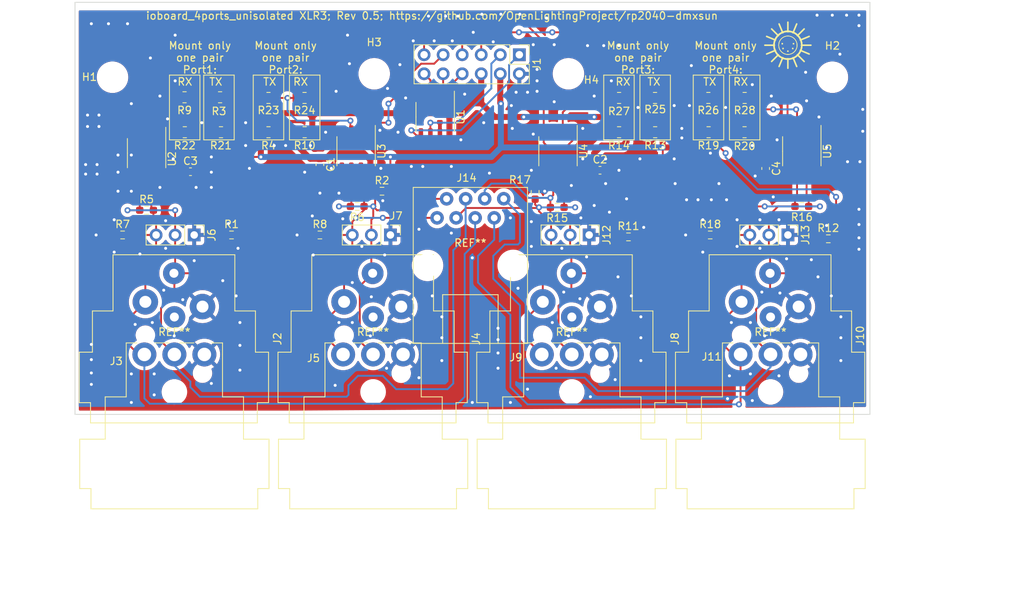
<source format=kicad_pcb>
(kicad_pcb (version 20211014) (generator pcbnew)
  (title_block (title "rp2040_dongle_ioboard_4ports_unisolated") (date "2021-03-28") (rev "0.2") (company "https://www.openlighting.org"))
  (layers (0 "F.Cu" signal) (31 "B.Cu" signal) (34 "B.Paste" user) (35 "F.Paste" user) (36 "B.SilkS" user "B.Silkscreen") (37 "F.SilkS" user "F.Silkscreen") (38 "B.Mask" user) (39 "F.Mask" user) (44 "Edge.Cuts" user))
  (net 0 "")
  (net 1 "/ID2")
  (net 2 "/GP0")
  (net 3 "/ID1")
  (net 4 "/GP1")
  (net 5 "/ID0")
  (net 6 "+3V3")
  (net 7 "+5V")
  (net 8 "/SCL")
  (net 9 "GND")
  (net 10 "/SDA")
  (net 11 "/RJ45_OUT_2")
  (net 12 "/RJ45_OUT_1")
  (net 13 "/RJ45_OUT_3")
  (net 14 "/RJ45_OUT_4")
  (net 15 "/GP2")
  (net 16 "/GP3")
  (net 17 "/RJ45_OUT_5")
  (net 18 "/RJ45_OUT_6")
  (net 19 "/RJ45_OUT_7")
  (net 20 "/RJ45_OUT_8")
  (net 21 "Net-(R3-Pad1)")
  (net 22 "Net-(C3-Pad1)")
  (net 23 "Net-(C1-Pad1)")
  (net 24 "Net-(R23-Pad1)")
  (net 25 "Net-(C2-Pad1)")
  (net 26 "Net-(C4-Pad1)")
  (net 27 "Net-(R25-Pad1)")
  (net 28 "Net-(R26-Pad1)")
  (footprint "MountingHole:MountingHole_3.2mm_M3" (layer "F.Cu") (at 30 30)
    (fp_text reference "H1")
    (fp_text value "MountingHole")
  )
  (footprint "MountingHole:MountingHole_3.2mm_M3" (layer "F.Cu") (at 64.9 29.54)
    (fp_text reference "H3")
    (fp_text value "MountingHole")
  )
  (footprint "MountingHole:MountingHole_3.2mm_M3" (layer "F.Cu") (at 126 30)
    (fp_text reference "H2")
    (fp_text value "MountingHole")
  )
  (footprint "MountingHole:MountingHole_3.2mm_M3" (layer "F.Cu") (at 90.8 29.54)
    (fp_text reference "H4")
    (fp_text value "MountingHole")
  )
  (footprint "Connector_PinHeader_2.54mm:PinHeader_2x06_P2.54mm_Vertical" (layer "F.Cu") (at 84.25 27 -90)
    (fp_text reference "J1")
    (fp_text value "Conn_02x06_Odd_Even")
  )
  (footprint "Resistor_SMD:R_0603_1608Metric_Pad0.98x0.95mm_HandSolder" (layer "F.Cu") (at 45.8705 51.054)
    (fp_text reference "R1")
    (fp_text value "680R")
  )
  (footprint "NC3FD-H:Jack_XLR_Neutrik_NC3FD-H_Horizontal" (layer "F.Cu") (at 38.25 67)
    (fp_text reference "J3")
    (fp_text value "XLR3")
  )
  (footprint "Package_SO:SOIC-8_3.9x4.9mm_P1.27mm" (layer "F.Cu") (at 34.544 40.132 -90)
    (fp_text reference "U2")
    (fp_text value "SP3485EN")
  )
  (footprint "Resistor_SMD:R_0603_1608Metric_Pad0.98x0.95mm_HandSolder" (layer "F.Cu") (at 31.3455 51.054)
    (fp_text reference "R7")
    (fp_text value "680R")
  )
  (footprint "Resistor_SMD:R_0603_1608Metric_Pad0.98x0.95mm_HandSolder" (layer "F.Cu") (at 34.544 47.752 180)
    (fp_text reference "R5")
    (fp_text value "120R")
  )
  (footprint "Capacitor_SMD:C_0603_1608Metric" (layer "F.Cu") (at 40.399 42.61104)
    (fp_text reference "C3")
    (fp_text value "100nF")
  )
  (footprint "Package_SO:SOIC-8_3.9x4.9mm_P1.27mm" (layer "F.Cu") (at 73.025 35.306 -90)
    (fp_text reference "U1")
    (fp_text value "M24C64-RMN6TP")
  )
  (footprint "Connector_PinHeader_2.54mm:PinHeader_1x03_P2.54mm_Vertical" (layer "F.Cu") (at 40.894 51.054 -90)
    (fp_text reference "J6")
    (fp_text value "Conn_01x03")
  )
  (footprint "Connector_PinHeader_2.54mm:PinHeader_1x03_P2.54mm_Vertical" (layer "F.Cu") (at 67.056 51.054 -90)
    (fp_text reference "J7")
    (fp_text value "Conn_01x03")
  )
  (footprint "NC3FD-H:Jack_XLR_Neutrik_NC3FD-H_Horizontal" (layer "F.Cu") (at 64.75 67)
    (fp_text reference "J5")
    (fp_text value "XLR3")
  )
  (footprint "Resistor_SMD:R_0603_1608Metric_Pad0.98x0.95mm_HandSolder" (layer "F.Cu") (at 62.6345 47.244 180)
    (fp_text reference "R6")
    (fp_text value "120R")
  )
  (footprint "Resistor_SMD:R_0603_1608Metric_Pad0.98x0.95mm_HandSolder" (layer "F.Cu") (at 65.9365 45.212)
    (fp_text reference "R2")
    (fp_text value "680R")
  )
  (footprint "Connector_Audio:Jack_XLR_Neutrik_NC3FAAH_Horizontal" (layer "F.Cu") (at 42 60.612 -90)
    (fp_text reference "J2")
    (fp_text value "XLR3")
  )
  (footprint "Resistor_SMD:R_0603_1608Metric_Pad0.98x0.95mm_HandSolder" (layer "F.Cu") (at 57.658 51.054)
    (fp_text reference "R8")
    (fp_text value "680R")
  )
  (footprint "Connector_Audio:Jack_XLR_Neutrik_NC3FAAH_Horizontal" (layer "F.Cu") (at 95 60.612 -90)
    (fp_text reference "J8")
    (fp_text value "XLR3")
  )
  (footprint "Connector_Audio:Jack_XLR_Neutrik_NC3FAAH_Horizontal" (layer "F.Cu") (at 121.5 60.612 -90)
    (fp_text reference "J10")
    (fp_text value "XLR3")
  )
  (footprint "Connector_PinHeader_2.54mm:PinHeader_1x03_P2.54mm_Vertical" (layer "F.Cu") (at 93.565 51.054 -90)
    (fp_text reference "J12")
    (fp_text value "Conn_01x03")
  )
  (footprint "Connector_PinHeader_2.54mm:PinHeader_1x03_P2.54mm_Vertical" (layer "F.Cu") (at 120.065 51.054 -90)
    (fp_text reference "J13")
    (fp_text value "Conn_01x03")
  )
  (footprint "Resistor_SMD:R_0603_1608Metric_Pad0.98x0.95mm_HandSolder" (layer "F.Cu") (at 98.806 51.308)
    (fp_text reference "R11")
    (fp_text value "680R")
  )
  (footprint "Resistor_SMD:R_0603_1608Metric_Pad0.98x0.95mm_HandSolder" (layer "F.Cu") (at 125.4525 51.562)
    (fp_text reference "R12")
    (fp_text value "680R")
  )
  (footprint "Resistor_SMD:R_0603_1608Metric_Pad0.98x0.95mm_HandSolder" (layer "F.Cu") (at 121.92 47.244 180)
    (fp_text reference "R16")
    (fp_text value "120R")
  )
  (footprint "Resistor_SMD:R_0603_1608Metric_Pad0.98x0.95mm_HandSolder" (layer "F.Cu") (at 86.36 45.3625 -90)
    (fp_text reference "R17")
    (fp_text value "680R")
  )
  (footprint "Resistor_SMD:R_0603_1608Metric_Pad0.98x0.95mm_HandSolder" (layer "F.Cu") (at 109.7045 51.054)
    (fp_text reference "R18")
    (fp_text value "680R")
  )
  (footprint "NC3FD-H:Jack_XLR_Neutrik_NC3FD-H_Horizontal" (layer "F.Cu") (at 117.75 67)
    (fp_text reference "J11")
    (fp_text value "XLR3")
  )
  (footprint "NC3FD-H:Jack_XLR_Neutrik_NC3FD-H_Horizontal" (layer "F.Cu") (at 91.25 67)
    (fp_text reference "J9")
    (fp_text value "XLR3")
  )
  (footprint "Connector_Audio:Jack_XLR_Neutrik_NC3FAAH_Horizontal" (layer "F.Cu") (at 68.5 60.612 -90)
    (fp_text reference "J4")
    (fp_text value "XLR3")
  )
  (footprint "Resistor_SMD:R_0603_1608Metric_Pad0.98x0.95mm_HandSolder" (layer "F.Cu") (at 89.3045 47.371 180)
    (fp_text reference "R15")
    (fp_text value "120R")
  )
  (footprint "Capacitor_SMD:C_0603_1608Metric" (layer "F.Cu") (at 57.658 41.656 -90)
    (fp_text reference "C1")
    (fp_text value "100nF")
  )
  (footprint "Resistor_SMD:R_0805_2012Metric_Pad1.20x1.40mm_HandSolder" (layer "F.Cu") (at 50.8 37.338)
    (fp_text reference "R4")
    (fp_text value "0R")
  )
  (footprint "Resistor_SMD:R_0805_2012Metric_Pad1.20x1.40mm_HandSolder" (layer "F.Cu") (at 55.626 37.338 180)
    (fp_text reference "R10")
    (fp_text value "0R-DO_NOT_MOUNT")
  )
  (footprint "Resistor_SMD:R_0805_2012Metric_Pad1.20x1.40mm_HandSolder" (layer "F.Cu") (at 50.8 32.766 180)
    (fp_text reference "R23")
    (fp_text value "0R")
  )
  (footprint "Resistor_SMD:R_0805_2012Metric_Pad1.20x1.40mm_HandSolder" (layer "F.Cu") (at 55.61 32.766 180)
    (fp_text reference "R24")
    (fp_text value "0R-DO_NOT_MOUNT")
  )
  (footprint "Package_SO:SOIC-8_3.9x4.9mm_P1.27mm" (layer "F.Cu") (at 62.484 39.878 -90)
    (fp_text reference "U3")
    (fp_text value "SP3485EN")
  )
  (footprint "Resistor_SMD:R_0805_2012Metric_Pad1.20x1.40mm_HandSolder" (layer "F.Cu") (at 39.64 37.338)
    (fp_text reference "R22")
    (fp_text value "0R-DO_NOT_MOUNT")
  )
  (footprint "Resistor_SMD:R_0805_2012Metric_Pad1.20x1.40mm_HandSolder" (layer "F.Cu") (at 44.466 37.338 180)
    (fp_text reference "R21")
    (fp_text value "0R")
  )
  (footprint "Resistor_SMD:R_0805_2012Metric_Pad1.20x1.40mm_HandSolder" (layer "F.Cu") (at 39.608 32.672)
    (fp_text reference "R9")
    (fp_text value "0R-DO_NOT_MOUNT")
  )
  (footprint "Resistor_SMD:R_0805_2012Metric_Pad1.20x1.40mm_HandSolder" (layer "F.Cu") (at 44.3465 32.672)
    (fp_text reference "R3")
    (fp_text value "0R")
  )
  (footprint "Capacitor_SMD:C_0603_1608Metric" (layer "F.Cu") (at 95.009 42.418)
    (fp_text reference "C2")
    (fp_text value "100nF")
  )
  (footprint "Capacitor_SMD:C_0603_1608Metric" (layer "F.Cu") (at 117.094 42.177 -90)
    (fp_text reference "C4")
    (fp_text value "100nF")
  )
  (footprint "Resistor_SMD:R_0805_2012Metric_Pad1.20x1.40mm_HandSolder" (layer "F.Cu") (at 102.362 37.338 180)
    (fp_text reference "R13")
    (fp_text value "0R")
  )
  (footprint "Resistor_SMD:R_0805_2012Metric_Pad1.20x1.40mm_HandSolder" (layer "F.Cu") (at 97.552 37.338)
    (fp_text reference "R14")
    (fp_text value "0R-DO_NOT_MOUNT")
  )
  (footprint "Resistor_SMD:R_0805_2012Metric_Pad1.20x1.40mm_HandSolder" (layer "F.Cu") (at 109.49 37.338)
    (fp_text reference "R19")
    (fp_text value "0R")
  )
  (footprint "Resistor_SMD:R_0805_2012Metric_Pad1.20x1.40mm_HandSolder" (layer "F.Cu") (at 114.284 37.338 180)
    (fp_text reference "R20")
    (fp_text value "0R-DO_NOT_MOUNT")
  )
  (footprint "Resistor_SMD:R_0805_2012Metric_Pad1.20x1.40mm_HandSolder" (layer "F.Cu") (at 102.346 32.766)
    (fp_text reference "R25")
    (fp_text value "0R")
  )
  (footprint "Resistor_SMD:R_0805_2012Metric_Pad1.20x1.40mm_HandSolder" (layer "F.Cu") (at 109.458 32.766 180)
    (fp_text reference "R26")
    (fp_text value "0R")
  )
  (footprint "Resistor_SMD:R_0805_2012Metric_Pad1.20x1.40mm_HandSolder" (layer "F.Cu") (at 97.552 32.766)
    (fp_text reference "R27")
    (fp_text value "0R-DO_NOT_MOUNT")
  )
  (footprint "Resistor_SMD:R_0805_2012Metric_Pad1.20x1.40mm_HandSolder" (layer "F.Cu") (at 114.3 32.766 180)
    (fp_text reference "R28")
    (fp_text value "0R-DO_NOT_MOUNT")
  )
  (footprint "Package_SO:SOIC-8_3.9x4.9mm_P1.27mm" (layer "F.Cu") (at 89.408 39.878 -90)
    (fp_text reference "U4")
    (fp_text value "SP3485EN")
  )
  (footprint "Package_SO:SOIC-8_3.9x4.9mm_P1.27mm" (layer "F.Cu") (at 121.92 39.878 -90)
    (fp_text reference "U5")
    (fp_text value "SP3485EN")
  )
  (footprint "RJ45_Sparkfun:RJ45_Sparkfun" (layer "F.Cu") (at 77.724 55.118)
    (fp_text reference "J14")
    (fp_text value "8P8C")
  )
  (gr_line (start 46.228 29.718) (end 46.228 38.354) (layer "F.SilkS") (width 0.12))
  (gr_line (start 42.164 29.718) (end 46.228 29.718) (layer "F.SilkS") (width 0.12))
  (gr_line (start 42.164 38.354) (end 42.164 29.718) (layer "F.SilkS") (width 0.12))
  (gr_line (start 46.228 38.354) (end 42.164 38.354) (layer "F.SilkS") (width 0.12))
  (gr_line (start 52.832 38.354) (end 48.768 38.354) (layer "F.SilkS") (width 0.12))
  (gr_line (start 48.768 38.354) (end 48.768 29.718) (layer "F.SilkS") (width 0.12))
  (gr_line (start 52.832 29.718) (end 52.832 38.354) (layer "F.SilkS") (width 0.12))
  (gr_line (start 48.768 29.718) (end 52.832 29.718) (layer "F.SilkS") (width 0.12))
  (gr_line (start 53.594 29.718) (end 57.658 29.718) (layer "F.SilkS") (width 0.12))
  (gr_line (start 53.594 38.354) (end 53.594 29.718) (layer "F.SilkS") (width 0.12))
  (gr_line (start 57.658 38.354) (end 53.594 38.354) (layer "F.SilkS") (width 0.12))
  (gr_line (start 57.658 29.718) (end 57.658 38.354) (layer "F.SilkS") (width 0.12))
  (gr_line (start 99.568 29.718) (end 99.568 38.354) (layer "F.SilkS") (width 0.12))
  (gr_line (start 95.504 29.718) (end 99.568 29.718) (layer "F.SilkS") (width 0.12))
  (gr_line (start 99.568 38.354) (end 95.504 38.354) (layer "F.SilkS") (width 0.12))
  (gr_line (start 95.504 38.354) (end 95.504 29.718) (layer "F.SilkS") (width 0.12))
  (gr_line (start 100.33 29.718) (end 104.394 29.718) (layer "F.SilkS") (width 0.12))
  (gr_line (start 104.394 29.718) (end 104.394 38.354) (layer "F.SilkS") (width 0.12))
  (gr_line (start 100.33 38.354) (end 100.33 29.718) (layer "F.SilkS") (width 0.12))
  (gr_line (start 104.394 38.354) (end 100.33 38.354) (layer "F.SilkS") (width 0.12))
  (gr_line (start 111.506 29.718) (end 111.506 38.354) (layer "F.SilkS") (width 0.12))
  (gr_line (start 111.506 38.354) (end 107.442 38.354) (layer "F.SilkS") (width 0.12))
  (gr_line (start 107.442 29.718) (end 111.506 29.718) (layer "F.SilkS") (width 0.12))
  (gr_line (start 107.442 38.354) (end 107.442 29.718) (layer "F.SilkS") (width 0.12))
  (gr_line (start 112.268 38.354) (end 112.268 29.718) (layer "F.SilkS") (width 0.12))
  (gr_line (start 116.332 38.354) (end 112.268 38.354) (layer "F.SilkS") (width 0.12))
  (gr_line (start 112.268 29.718) (end 116.332 29.718) (layer "F.SilkS") (width 0.12))
  (gr_line (start 116.332 29.718) (end 116.332 38.354) (layer "F.SilkS") (width 0.12))
  (gr_poly (pts (xy 118.893653 22.784776) (xy 118.898763 22.785189) (xy 118.903833 22.785847) (xy 118.908854 22.786747) (xy 118.913817 22.787885) (xy 118.918713 22.789258) (xy 118.923533 22.790861) (xy 118.92827 22.792692) (xy 118.932914 22.794747) (xy 118.937457 22.797022) (xy 118.94189 22.799513) (xy 118.946204 22.802218) (xy 118.95039 22.805131) (xy 118.95444 22.808251) (xy 118.958346 22.811572) (xy 118.962098 22.815092) (xy 118.965688 22.818808) (xy 118.969107 22.822714) (xy 118.972347 22.826808) (xy 118.975398 22.831086) (xy 118.978252 22.835545) (xy 118.980901 22.840181) (xy 118.983335 22.84499) (xy 118.985547 22.849969) (xy 119.471555 24.023296) (xy 119.473512 24.02838) (xy 119.475191 24.033502) (xy 119.476596 24.038653) (xy 119.477731 24.043824) (xy 119.478598 24.049007) (xy 119.479203 24.054193) (xy 119.479547 24.059373) (xy 119.479636 24.064538) (xy 119.479472 24.06968) (xy 119.479059 24.074791) (xy 119.4784 24.07986) (xy 119.4775 24.084881) (xy 119.476362 24.089844) (xy 119.474989 24.09474) (xy 119.473386 24.09956) (xy 119.471555 24.104297) (xy 119.4695 24.108941) (xy 119.467225 24.113484) (xy 119.464734 24.117917) (xy 119.462029 24.122231) (xy 119.459116 24.126417) (xy 119.455996 24.130468) (xy 119.452675 24.134373) (xy 119.449155 24.138125) (xy 119.44544 24.141715) (xy 119.441533 24.145134) (xy 119.437439 24.148374) (xy 119.433161 24.151425) (xy 119.428702 24.154279) (xy 119.424066 24.156928) (xy 119.419257 24.159362) (xy 119.414278 24.161574) (xy 119.409194 24.163531) (xy 119.404072 24.16521) (xy 119.398921 24.166615) (xy 119.39375 24.16775) (xy 119.388567 24.168617) (xy 119.383381 24.169222) (xy 119.378201 24.169566) (xy 119.373036 24.169655) (xy 119.367894 24.169491) (xy 119.362783 24.169078) (xy 119.357714 24.168419) (xy 119.352693 24.167519) (xy 119.34773 24.166381) (xy 119.342834 24.165008) (xy 119.338014 24.163405) (xy 119.333277 24.161574) (xy 119.328633 24.159519) (xy 119.32409 24.157244) (xy 119.319657 24.154753) (xy 119.315343 24.152049) (xy 119.311157 24.149135) (xy 119.307106 24.146016) (xy 119.303201 24.142694) (xy 119.299449 24.139174) (xy 119.295859 24.135459) (xy 119.29244 24.131552) (xy 119.2892 24.127458) (xy 119.286149 24.12318) (xy 119.283295 24.118721) (xy 119.280646 24.114085) (xy 119.278212 24.109276) (xy 119.276 24.104297) (xy 118.789992 22.93097) (xy 118.788035 22.925886) (xy 118.786356 22.920764) (xy 118.784951 22.915613) (xy 118.783817 22.910442) (xy 118.782949 22.905259) (xy 118.782345 22.900074) (xy 118.782 22.894894) (xy 118.781911 22.889728) (xy 118.782075 22.884586) (xy 118.782488 22.879476) (xy 118.783147 22.874406) (xy 118.784047 22.869385) (xy 118.785185 22.864423) (xy 118.786558 22.859527) (xy 118.788161 22.854706) (xy 118.789992 22.849969) (xy 118.792047 22.845325) (xy 118.794322 22.840782) (xy 118.796813 22.83635) (xy 118.799517 22.832036) (xy 118.802431 22.827849) (xy 118.805551 22.823799) (xy 118.808872 22.819893) (xy 118.812392 22.816141) (xy 118.816107 22.812551) (xy 118.820014 22.809132) (xy 118.824108 22.805893) (xy 118.828386 22.802841) (xy 118.832845 22.799987) (xy 118.837481 22.797338) (xy 118.84229 22.794904) (xy 118.847269 22.792692) (xy 118.852353 22.790735) (xy 118.857475 22.789056) (xy 118.862626 22.787651) (xy 118.867797 22.786517) (xy 118.87298 22.785649) (xy 118.878166 22.785045) (xy 118.883345 22.7847) (xy 118.888511 22.784612)) (layer "F.SilkS") (width 0) (fill solid))
  (gr_line (start 121.91199 25.821267) (end 121.904838 25.915324) (layer "F.SilkS") (width 0.211666))
  (gr_line (start 121.646268 24.765587) (end 121.690864 24.843147) (layer "F.SilkS") (width 0.211666))
  (gr_line (start 119.101944 24.142009) (end 119.179504 24.097413) (layer "F.SilkS") (width 0.211666))
  (gr_line (start 121.212348 25.306593) (end 121.231606 25.363665) (layer "F.SilkS") (width 0.089209))
  (gr_line (start 119.426608 26.779395) (end 119.37691 26.747446) (layer "F.SilkS") (width 0.089209))
  (gr_line (start 121.022689 24.142009) (end 121.097834 24.190183) (layer "F.SilkS") (width 0.211666))
  (gr_poly (pts (xy 122.237722 23.449969) (xy 122.24279 23.450332) (xy 122.247838 23.450938) (xy 122.252859 23.451785) (xy 122.257842 23.452875) (xy 122.262778 23.454207) (xy 122.267657 23.455781) (xy 122.272471 23.457597) (xy 122.277209 23.459656) (xy 122.281863 23.461957) (xy 122.286422 23.464499) (xy 122.290879 23.467284) (xy 122.295222 23.470311) (xy 122.299443 23.473581) (xy 122.303533 23.477092) (xy 122.307481 23.480846) (xy 122.311234 23.484794) (xy 122.314746 23.488883) (xy 122.318015 23.493105) (xy 122.321042 23.497448) (xy 122.323827 23.501904) (xy 122.32637 23.506464) (xy 122.328671 23.511118) (xy 122.330729 23.515856) (xy 122.332545 23.52067) (xy 122.33412 23.525549) (xy 122.335451 23.530485) (xy 122.336541 23.535468) (xy 122.337389 23.540488) (xy 122.337994 23.545537) (xy 122.338358 23.550604) (xy 122.338479 23.555681) (xy 122.338358 23.560758) (xy 122.337994 23.565826) (xy 122.337389 23.570874) (xy 122.336541 23.575895) (xy 122.335452 23.580878) (xy 122.33412 23.585813) (xy 122.332546 23.590693) (xy 122.330729 23.595506) (xy 122.328671 23.600245) (xy 122.32637 23.604898) (xy 122.323827 23.609458) (xy 122.321042 23.613914) (xy 122.318015 23.618258) (xy 122.314746 23.622479) (xy 122.311235 23.626568) (xy 122.307481 23.630517) (xy 121.409455 24.528542) (xy 121.405507 24.532296) (xy 121.401417 24.535807) (xy 121.397196 24.539077) (xy 121.392853 24.542104) (xy 121.388397 24.544889) (xy 121.383837 24.547431) (xy 121.379183 24.549732) (xy 121.374445 24.551791) (xy 121.369631 24.553607) (xy 121.364752 24.555181) (xy 121.359816 24.556513) (xy 121.354833 24.557603) (xy 121.349813 24.55845) (xy 121.344764 24.559056) (xy 121.339697 24.559419) (xy 121.33462 24.55954) (xy 121.329543 24.559419) (xy 121.324475 24.559056) (xy 121.319427 24.55845) (xy 121.314406 24.557603) (xy 121.309423 24.556513) (xy 121.304488 24.555181) (xy 121.299608 24.553607) (xy 121.294795 24.551791) (xy 121.290056 24.549732) (xy 121.285403 24.547431) (xy 121.280843 24.544889) (xy 121.276387 24.542104) (xy 121.272043 24.539077) (xy 121.267822 24.535807) (xy 121.263733 24.532296) (xy 121.259784 24.528542) (xy 121.256031 24.524594) (xy 121.25252 24.520505) (xy 121.24925 24.516283) (xy 121.246223 24.51194) (xy 121.243438 24.507484) (xy 121.240895 24.502924) (xy 121.238595 24.49827) (xy 121.236536 24.493532) (xy 121.23472 24.488718) (xy 121.233146 24.483839) (xy 121.231814 24.478903) (xy 121.230724 24.47392) (xy 121.229876 24.4689) (xy 121.229271 24.463851) (xy 121.228908 24.458784) (xy 121.228787 24.453707) (xy 121.228908 24.44863) (xy 121.229271 24.443562) (xy 121.229876 24.438514) (xy 121.230724 24.433493) (xy 121.231814 24.42851) (xy 121.233146 24.423575) (xy 121.23472 24.418695) (xy 121.236536 24.413882) (xy 121.238594 24.409143) (xy 121.240895 24.40449) (xy 121.243438 24.39993) (xy 121.246223 24.395474) (xy 121.24925 24.39113) (xy 121.252519 24.386909) (xy 121.256031 24.38282) (xy 121.259784 24.378871) (xy 122.15781 23.480846) (xy 122.161759 23.477092) (xy 122.165848 23.473581) (xy 122.170069 23.470311) (xy 122.174412 23.467284) (xy 122.178869 23.464499) (xy 122.183428 23.461956) (xy 122.188082 23.459656) (xy 122.19282 23.457597) (xy 122.197634 23.455781) (xy 122.202513 23.454207) (xy 122.207449 23.452875) (xy 122.212432 23.451785) (xy 122.217452 23.450938) (xy 122.222501 23.450332) (xy 122.227569 23.449969) (xy 122.232645 23.449848)) (layer "F.SilkS") (width 0) (fill solid))
  (gr_line (start 119.179504 24.097413) (end 119.259362 24.056512) (layer "F.SilkS") (width 0.211666))
  (gr_line (start 120.061768 24.500626) (end 120.124801 24.502224) (layer "F.SilkS") (width 0.089209))
  (gr_line (start 120.927908 24.860386) (end 120.968466 24.903044) (layer "F.SilkS") (width 0.089209))
  (gr_line (start 118.210234 25.725959) (end 118.210234 25.725959) (layer "F.SilkS") (width 0.211666))
  (gr_line (start 119.477904 24.648875) (end 119.530719 24.621749) (layer "F.SilkS") (width 0.089209))
  (gr_poly (pts (xy 120.067498 26.410202) (xy 120.073153 26.410633) (xy 120.078726 26.411343) (xy 120.084209 26.412325) (xy 120.089597 26.413572) (xy 120.094881 26.415077) (xy 120.100055 26.416832) (xy 120.105112 26.418832) (xy 120.110044 26.421068) (xy 120.114846 26.423534) (xy 120.119509 26.426223) (xy 120.124027 26.429127) (xy 120.128393 26.43224) (xy 120.132599 26.435555) (xy 120.13664 26.439065) (xy 120.140507 26.442762) (xy 120.144194 26.44664) (xy 120.147694 26.450692) (xy 120.151 26.45491) (xy 120.154104 26.459288) (xy 120.157001 26.463818) (xy 120.159682 26.468494) (xy 120.162141 26.473309) (xy 120.164371 26.478255) (xy 120.166365 26.483326) (xy 120.168116 26.488514) (xy 120.169616 26.493813) (xy 120.17086 26.499216) (xy 120.171839 26.504714) (xy 120.172547 26.510303) (xy 120.172977 26.515973) (xy 120.173122 26.521719) (xy 120.172977 26.527466) (xy 120.172547 26.533136) (xy 120.171839 26.538725) (xy 120.17086 26.544223) (xy 120.169616 26.549626) (xy 120.168116 26.554924) (xy 120.166365 26.560113) (xy 120.164371 26.565184) (xy 120.162141 26.57013) (xy 120.159682 26.574944) (xy 120.157001 26.579621) (xy 120.154104 26.584151) (xy 120.151 26.588529) (xy 120.147694 26.592747) (xy 120.144194 26.596799) (xy 120.140507 26.600677) (xy 120.13664 26.604374) (xy 120.132599 26.607884) (xy 120.128393 26.611199) (xy 120.124027 26.614312) (xy 120.119509 26.617216) (xy 120.114846 26.619905) (xy 120.110044 26.622371) (xy 120.105112 26.624607) (xy 120.100055 26.626606) (xy 120.094881 26.628362) (xy 120.089597 26.629867) (xy 120.084209 26.631114) (xy 120.078726 26.632096) (xy 120.073153 26.632806) (xy 120.067498 26.633237) (xy 120.061768 26.633382) (xy 120.056037 26.633237) (xy 120.050382 26.632806) (xy 120.044809 26.632096) (xy 120.039326 26.631114) (xy 120.033938 26.629867) (xy 120.028654 26.628362) (xy 120.02348 26.626606) (xy 120.018423 26.624607) (xy 120.013491 26.622371) (xy 120.008689 26.619905) (xy 120.004026 26.617216) (xy 119.999508 26.614312) (xy 119.995142 26.611199) (xy 119.990935 26.607884) (xy 119.986895 26.604374) (xy 119.983028 26.600677) (xy 119.979341 26.596799) (xy 119.975841 26.592747) (xy 119.972535 26.588529) (xy 119.96943 26.584151) (xy 119.966534 26.579621) (xy 119.963853 26.574944) (xy 119.961393 26.57013) (xy 119.959164 26.565184) (xy 119.95717 26.560113) (xy 119.955419 26.554924) (xy 119.953918 26.549626) (xy 119.952675 26.544223) (xy 119.951696 26.538725) (xy 119.950988 26.533136) (xy 119.950558 26.527466) (xy 119.950413 26.521719) (xy 119.950558 26.515973) (xy 119.950988 26.510303) (xy 119.951696 26.504714) (xy 119.952675 26.499216) (xy 119.953918 26.493813) (xy 119.955419 26.488514) (xy 119.95717 26.483326) (xy 119.959164 26.478255) (xy 119.961393 26.473309) (xy 119.963853 26.468494) (xy 119.966534 26.463818) (xy 119.96943 26.459288) (xy 119.972535 26.45491) (xy 119.975841 26.450692) (xy 119.979341 26.44664) (xy 119.983028 26.442762) (xy 119.986895 26.439065) (xy 119.990935 26.435555) (xy 119.995142 26.43224) (xy 119.999508 26.429127) (xy 120.004026 26.426223) (xy 120.008689 26.423534) (xy 120.013491 26.421068) (xy 120.018423 26.418832) (xy 120.02348 26.416832) (xy 120.028654 26.415077) (xy 120.033938 26.413572) (xy 120.039326 26.412325) (xy 120.044809 26.411343) (xy 120.050382 26.410633) (xy 120.056037 26.410202) (xy 120.061768 26.410057)) (layer "F.SilkS") (width 0) (fill solid))
  (gr_line (start 120.157625 23.876286) (end 120.251682 23.883438) (layer "F.SilkS") (width 0.211666))
  (gr_line (start 118.88422 27.155117) (end 118.817018 27.096905) (layer "F.SilkS") (width 0.211666))
  (gr_line (start 121.043329 26.463832) (end 121.006966 26.510234) (layer "F.SilkS") (width 0.089209))
  (gr_line (start 119.689058 27.540415) (end 119.599452 27.519735) (layer "F.SilkS") (width 0.211666))
  (gr_line (start 121.286675 25.728923) (end 121.285081 25.792131) (layer "F.SilkS") (width 0.089209))
  (gr_line (start 118.933119 25.250814) (end 118.957649 25.196405) (layer "F.SilkS") (width 0.089209))
  (gr_line (start 121.248112 26.035893) (end 121.231606 26.094181) (layer "F.SilkS") (width 0.089209))
  (gr_line (start 119.328886 24.744645) (end 119.37691 24.7104) (layer "F.SilkS") (width 0.089209))
  (gr_line (start 119.195627 26.59746) (end 119.155068 26.554802) (layer "F.SilkS") (width 0.089209))
  (gr_line (start 119.584978 26.860694) (end 119.530719 26.836096) (layer "F.SilkS") (width 0.089209))
  (gr_line (start 121.231606 25.363665) (end 121.248112 25.421952) (layer "F.SilkS") (width 0.089209))
  (gr_line (start 118.891929 25.363665) (end 118.911187 25.306593) (layer "F.SilkS") (width 0.089209))
  (gr_line (start 119.014194 25.092006) (end 119.046055 25.04217) (layer "F.SilkS") (width 0.089209))
  (gr_line (start 120.696927 24.678451) (end 120.746625 24.7104) (layer "F.SilkS") (width 0.089209))
  (gr_line (start 120.746625 24.7104) (end 120.794649 24.744645) (layer "F.SilkS") (width 0.089209))
  (gr_poly (pts (xy 119.321417 25.416389) (xy 119.327072 25.416821) (xy 119.332645 25.417531) (xy 119.338128 25.418513) (xy 119.343516 25.419759) (xy 119.3488 25.421264) (xy 119.353974 25.42302) (xy 119.359031 25.425019) (xy 119.363963 25.427255) (xy 119.368765 25.429721) (xy 119.373428 25.43241) (xy 119.377946 25.435314) (xy 119.382312 25.438427) (xy 119.386518 25.441742) (xy 119.390559 25.445252) (xy 119.394426 25.448949) (xy 119.398113 25.452827) (xy 119.401613 25.456879) (xy 119.404919 25.461097) (xy 119.408023 25.465475) (xy 119.41092 25.470005) (xy 119.413601 25.474682) (xy 119.41606 25.479496) (xy 119.41829 25.484442) (xy 119.420284 25.489513) (xy 119.422035 25.494701) (xy 119.423535 25.5) (xy 119.424779 25.505403) (xy 119.425758 25.510901) (xy 119.426466 25.51649) (xy 119.426896 25.52216) (xy 119.427041 25.527907) (xy 119.426896 25.533653) (xy 119.426466 25.539323) (xy 119.425758 25.544912) (xy 119.424779 25.55041) (xy 119.423535 25.555813) (xy 119.422035 25.561111) (xy 119.420284 25.5663) (xy 119.41829 25.57137) (xy 119.41606 25.576317) (xy 119.413601 25.581131) (xy 119.41092 25.585807) (xy 119.408023 25.590338) (xy 119.404919 25.594716) (xy 119.401613 25.598934) (xy 119.398113 25.602986) (xy 119.394426 25.606864) (xy 119.390559 25.610561) (xy 119.386518 25.61407) (xy 119.382312 25.617385) (xy 119.377946 25.620499) (xy 119.373428 25.623403) (xy 119.368765 25.626092) (xy 119.363963 25.628558) (xy 119.359031 25.630794) (xy 119.353974 25.632793) (xy 119.3488 25.634549) (xy 119.343516 25.636053) (xy 119.338128 25.6373) (xy 119.332645 25.638282) (xy 119.327072 25.638992) (xy 119.321417 25.639424) (xy 119.315686 25.639569) (xy 119.309956 25.639424) (xy 119.304301 25.638992) (xy 119.298728 25.638282) (xy 119.293245 25.6373) (xy 119.287857 25.636053) (xy 119.282573 25.634549) (xy 119.277399 25.632793) (xy 119.272342 25.630794) (xy 119.26741 25.628558) (xy 119.262608 25.626092) (xy 119.257945 25.623403) (xy 119.253427 25.620499) (xy 119.249061 25.617385) (xy 119.244855 25.61407) (xy 119.240814 25.610561) (xy 119.236947 25.606864) (xy 119.23326 25.602986) (xy 119.22976 25.598934) (xy 119.226454 25.594716) (xy 119.22335 25.590338) (xy 119.220453 25.585807) (xy 119.217772 25.581131) (xy 119.215313 25.576317) (xy 119.213083 25.57137) (xy 119.211089 25.5663) (xy 119.209338 25.561111) (xy 119.207838 25.555813) (xy 119.206594 25.55041) (xy 119.205615 25.544912) (xy 119.204907 25.539323) (xy 119.204477 25.533653) (xy 119.204332 25.527907) (xy 119.204477 25.52216) (xy 119.204907 25.51649) (xy 119.205615 25.510901) (xy 119.206594 25.505403) (xy 119.207838 25.5) (xy 119.209338 25.494701) (xy 119.211089 25.489513) (xy 119.213083 25.484442) (xy 119.215313 25.479496) (xy 119.217772 25.474682) (xy 119.220453 25.470005) (xy 119.22335 25.465475) (xy 119.226454 25.461097) (xy 119.22976 25.456879) (xy 119.23326 25.452827) (xy 119.236947 25.448949) (xy 119.240814 25.445252) (xy 119.244855 25.441742) (xy 119.249061 25.438427) (xy 119.253427 25.435314) (xy 119.257945 25.43241) (xy 119.262608 25.429721) (xy 119.26741 25.427255) (xy 119.272342 25.425019) (xy 119.277399 25.42302) (xy 119.282573 25.421264) (xy 119.287857 25.419759) (xy 119.293245 25.418513) (xy 119.298728 25.417531) (xy 119.304301 25.416821) (xy 119.309956 25.416389) (xy 119.315686 25.416244)) (layer "F.SilkS") (width 0) (fill solid))
  (gr_line (start 41.656 38.354) (end 37.592 38.354) (layer "F.SilkS") (width 0.12))
  (gr_line (start 120.344371 27.556703) (end 120.251682 27.568481) (layer "F.SilkS") (width 0.211666))
  (gr_line (start 120.840923 26.676736) (end 120.794649 26.7132) (layer "F.SilkS") (width 0.089209))
  (gr_line (start 119.282612 26.676736) (end 119.238167 26.63813) (layer "F.SilkS") (width 0.089209))
  (gr_line (start 120.645631 26.808971) (end 120.592816 26.836096) (layer "F.SilkS") (width 0.089209))
  (gr_line (start 119.998734 24.502224) (end 120.061768 24.500626) (layer "F.SilkS") (width 0.089209))
  (gr_line (start 120.426018 24.555848) (end 120.482932 24.575159) (layer "F.SilkS") (width 0.089209))
  (gr_line (start 120.426018 26.901998) (end 120.367891 26.918549) (layer "F.SilkS") (width 0.089209))
  (gr_line (start 119.872952 27.568481) (end 119.780263 27.556703) (layer "F.SilkS") (width 0.211666))
  (gr_line (start 118.52654 24.690442) (end 118.578177 24.617829) (layer "F.SilkS") (width 0.211666))
  (gr_line (start 121.006966 26.510234) (end 120.968466 26.554802) (layer "F.SilkS") (width 0.089209))
  (gr_line (start 119.328886 26.7132) (end 119.282612 26.676736) (layer "F.SilkS") (width 0.089209))
  (gr_line (start 121.170448 24.24182) (end 121.240414 24.296802) (layer "F.SilkS") (width 0.211666))
  (gr_line (start 121.261789 25.976467) (end 121.248112 26.035893) (layer "F.SilkS") (width 0.089209))
  (gr_line (start 121.856092 25.263095) (end 121.876772 25.3527) (layer "F.SilkS") (width 0.211666))
  (gr_line (start 119.425509 23.98626) (end 119.511564 23.957142) (layer "F.SilkS") (width 0.211666))
  (gr_line (start 120.062317 27.578043) (end 120.062317 27.578043) (layer "F.SilkS") (width 0.211666))
  (gr_line (start 121.097834 27.261736) (end 121.022689 27.309911) (layer "F.SilkS") (width 0.211666))
  (gr_line (start 120.783231 24.019422) (end 120.865272 24.056512) (layer "F.SilkS") (width 0.211666))
  (gr_line (start 121.646268 26.686332) (end 121.598093 26.761477) (layer "F.SilkS") (width 0.211666))
  (gr_line (start 121.690864 26.608772) (end 121.646268 26.686332) (layer "F.SilkS") (width 0.211666))
  (gr_line (start 121.768854 25.005045) (end 121.802016 25.089151) (layer "F.SilkS") (width 0.211666))
  (gr_line (start 118.2935 26.276712) (end 118.268542 26.188824) (layer "F.SilkS") (width 0.211666))
  (gr_line (start 120.061768 26.957219) (end 119.998734 26.955621) (layer "F.SilkS") (width 0.089209))
  (gr_line (start 119.875226 24.514779) (end 119.936528 24.506967) (layer "F.SilkS") (width 0.089209))
  (gr_line (start 120.885368 24.819715) (end 120.927908 24.860386) (layer "F.SilkS") (width 0.089209))
  (gr_poly (pts (xy 121.339852 26.892535) (xy 121.344919 26.892899) (xy 121.349968 26.893504) (xy 121.354989 26.894352) (xy 121.359971 26.895442) (xy 121.364907 26.896773) (xy 121.369787 26.898348) (xy 121.3746 26.900164) (xy 121.379339 26.902222) (xy 121.383992 26.904523) (xy 121.388552 26.907066) (xy 121.393008 26.909851) (xy 121.397352 26.912878) (xy 121.401573 26.916147) (xy 121.405662 26.919659) (xy 121.409611 26.923412) (xy 122.307636 27.821438) (xy 122.31139 27.825386) (xy 122.314901 27.829475) (xy 122.31817 27.833697) (xy 122.321197 27.83804) (xy 122.323982 27.842496) (xy 122.326525 27.847056) (xy 122.328826 27.85171) (xy 122.330884 27.856448) (xy 122.332701 27.861262) (xy 122.334275 27.866141) (xy 122.335607 27.871077) (xy 122.336697 27.87606) (xy 122.337544 27.88108) (xy 122.33815 27.886129) (xy 122.338513 27.891196) (xy 122.338634 27.896273) (xy 122.338513 27.90135) (xy 122.33815 27.906418) (xy 122.337544 27.911466) (xy 122.336697 27.916487) (xy 122.335607 27.92147) (xy 122.334275 27.926406) (xy 122.332701 27.931285) (xy 122.330884 27.936098) (xy 122.328826 27.940837) (xy 122.326525 27.945491) (xy 122.323982 27.95005) (xy 122.321197 27.954506) (xy 122.31817 27.95885) (xy 122.314901 27.963071) (xy 122.31139 27.96716) (xy 122.307636 27.971109) (xy 122.303687 27.974862) (xy 122.299598 27.978374) (xy 122.295377 27.981643) (xy 122.291034 27.98467) (xy 122.286577 27.987455) (xy 122.282018 27.989998) (xy 122.277364 27.992299) (xy 122.272626 27.994357) (xy 122.267812 27.996173) (xy 122.262933 27.997747) (xy 122.257997 27.999079) (xy 122.253014 28.000169) (xy 122.247994 28.001017) (xy 122.242945 28.001622) (xy 122.237877 28.001986) (xy 122.232801 28.002107) (xy 122.227724 28.001986) (xy 122.222656 28.001622) (xy 122.217608 28.001017) (xy 122.212587 28.000169) (xy 122.207604 27.99908) (xy 122.202668 27.997748) (xy 122.197789 27.996173) (xy 122.192975 27.994357) (xy 122.188237 27.992299) (xy 122.183583 27.989998) (xy 122.179024 27.987455) (xy 122.174567 27.98467) (xy 122.170224 27.981643) (xy 122.166003 27.978374) (xy 122.161913 27.974862) (xy 122.157965 27.971109) (xy 121.25994 27.073083) (xy 121.256186 27.069135) (xy 121.252674 27.065045) (xy 121.249405 27.060824) (xy 121.246378 27.056481) (xy 121.243593 27.052025) (xy 121.24105 27.047465) (xy 121.23875 27.042811) (xy 121.236691 27.038073) (xy 121.234875 27.033259) (xy 121.233301 27.02838) (xy 121.231969 27.023444) (xy 121.230879 27.018461) (xy 121.230031 27.013441) (xy 121.229426 27.008392) (xy 121.229063 27.003325) (xy 121.228942 26.998248) (xy 121.229063 26.993171) (xy 121.229426 26.988103) (xy 121.230031 26.983055) (xy 121.230879 26.978034) (xy 121.231969 26.973051) (xy 121.233301 26.968116) (xy 121.234875 26.963236) (xy 121.236691 26.958423) (xy 121.23875 26.953684) (xy 121.24105 26.949031) (xy 121.243593 26.944471) (xy 121.246378 26.940015) (xy 121.249405 26.935671) (xy 121.252674 26.93145) (xy 121.256186 26.927361) (xy 121.25994 26.923412) (xy 121.263888 26.919659) (xy 121.267977 26.916147) (xy 121.272198 26.912878) (xy 121.276542 26.909851) (xy 121.280998 26.907066) (xy 121.285558 26.904523) (xy 121.290211 26.902222) (xy 121.29495 26.900164) (xy 121.299763 26.898348) (xy 121.304643 26.896773) (xy 121.309579 26.895442) (xy 121.314561 26.894352) (xy 121.319582 26.893504) (xy 121.324631 26.892899) (xy 121.329698 26.892535) (xy 121.334775 26.892414)) (layer "F.SilkS") (width 0) (fill solid))
  (gr_poly (pts (xy 117.231181 24.445832) (xy 117.236361 24.446177) (xy 117.241546 24.446781) (xy 117.246729 24.447649) (xy 117.2519 24.448783) (xy 117.257051 24.450188) (xy 117.262173 24.451868) (xy 117.267257 24.453825) (xy 118.440585 24.939832) (xy 118.445563 24.942044) (xy 118.450373 24.944478) (xy 118.455008 24.947127) (xy 118.459467 24.949981) (xy 118.463746 24.953032) (xy 118.46784 24.956272) (xy 118.471746 24.959691) (xy 118.475461 24.963281) (xy 118.478981 24.967033) (xy 118.482303 24.970939) (xy 118.485422 24.974989) (xy 118.488336 24.979175) (xy 118.49104 24.983489) (xy 118.493532 24.987922) (xy 118.495806 24.992465) (xy 118.497861 24.997109) (xy 118.499692 25.001846) (xy 118.501296 25.006666) (xy 118.502668 25.011563) (xy 118.503807 25.016525) (xy 118.504707 25.021546) (xy 118.505365 25.026616) (xy 118.505778 25.031726) (xy 118.505942 25.036868) (xy 118.505853 25.042034) (xy 118.505509 25.047213) (xy 118.504905 25.052399) (xy 118.504037 25.057582) (xy 118.502902 25.062753) (xy 118.501497 25.067904) (xy 118.499818 25.073026) (xy 118.497861 25.07811) (xy 118.49565 25.083089) (xy 118.493215 25.087898) (xy 118.490566 25.092534) (xy 118.487712 25.096993) (xy 118.484661 25.101271) (xy 118.481421 25.105366) (xy 118.478002 25.109272) (xy 118.474412 25.112987) (xy 118.47066 25.116507) (xy 118.466755 25.119829) (xy 118.462704 25.122948) (xy 118.458518 25.125862) (xy 118.454204 25.128566) (xy 118.449771 25.131057) (xy 118.445229 25.133332) (xy 118.440584 25.135387) (xy 118.435848 25.137218) (xy 118.431027 25.138822) (xy 118.426131 25.140194) (xy 118.421168 25.141332) (xy 118.416148 25.142232) (xy 118.411078 25.142891) (xy 118.405967 25.143304) (xy 118.400825 25.143468) (xy 118.39566 25.143379) (xy 118.39048 25.143035) (xy 118.385294 25.14243) (xy 118.380112 25.141563) (xy 118.37494 25.140428) (xy 118.36979 25.139023) (xy 118.364668 25.137344) (xy 118.359583 25.135387) (xy 117.186256 24.649379) (xy 117.181277 24.647168) (xy 117.176468 24.644733) (xy 117.171832 24.642085) (xy 117.167373 24.63923) (xy 117.163095 24.636179) (xy 117.159001 24.632939) (xy 117.155095 24.62952) (xy 117.151379 24.62593) (xy 117.147859 24.622178) (xy 117.144538 24.618273) (xy 117.141418 24.614222) (xy 117.138505 24.610036) (xy 117.1358 24.605722) (xy 117.133309 24.601289) (xy 117.131034 24.596746) (xy 117.128979 24.592102) (xy 117.127148 24.587366) (xy 117.125545 24.582545) (xy 117.124172 24.577649) (xy 117.123034 24.572686) (xy 117.122134 24.567666) (xy 117.121476 24.562596) (xy 117.121063 24.557485) (xy 117.120899 24.552343) (xy 117.120987 24.547178) (xy 117.121332 24.541998) (xy 117.121936 24.536812) (xy 117.122804 24.531629) (xy 117.123938 24.526458) (xy 117.125343 24.521307) (xy 117.127022 24.516185) (xy 117.128979 24.511101) (xy 117.12898 24.511101) (xy 117.131191 24.506122) (xy 117.133625 24.501313) (xy 117.136274 24.496677) (xy 117.139128 24.492218) (xy 117.14218 24.48794) (xy 117.145419 24.483846) (xy 117.148838 24.479939) (xy 117.152428 24.476224) (xy 117.15618 24.472704) (xy 117.160086 24.469383) (xy 117.164136 24.466263) (xy 117.168323 24.46335) (xy 117.172637 24.460645) (xy 117.177069 24.458154) (xy 117.181612 24.455879) (xy 117.186256 24.453824) (xy 117.190993 24.451993) (xy 117.195814 24.45039) (xy 117.20071 24.449017) (xy 117.205672 24.447879) (xy 117.210693 24.446979) (xy 117.215763 24.446321) (xy 117.220873 24.445908) (xy 117.226015 24.445744)) (layer "F.SilkS") (width 0) (fill solid))
  (gr_line (start 121.240414 24.296802) (end 121.307616 24.355014) (layer "F.SilkS") (width 0.211666))
  (gr_line (start 37.592 38.354) (end 37.592 29.718) (layer "F.SilkS") (width 0.12))
  (gr_line (start 118.210234 25.725959) (end 118.212644 25.630652) (layer "F.SilkS") (width 0.211666))
  (gr_line (start 120.840923 24.781109) (end 120.885368 24.819715) (layer "F.SilkS") (width 0.089209))
  (gr_line (start 120.645631 24.648875) (end 120.696927 24.678451) (layer "F.SilkS") (width 0.089209))
  (gr_line (start 121.802016 25.089151) (end 121.831134 25.175207) (layer "F.SilkS") (width 0.211666))
  (gr_line (start 119.936528 24.506967) (end 119.998734 24.502224) (layer "F.SilkS") (width 0.089209))
  (gr_line (start 119.814906 26.932265) (end 119.755644 26.918549) (layer "F.SilkS") (width 0.089209))
  (gr_line (start 41.656 29.718) (end 41.656 38.354) (layer "F.SilkS") (width 0.12))
  (gr_line (start 120.865272 27.395408) (end 120.783231 27.432497) (layer "F.SilkS") (width 0.211666))
  (gr_line (start 120.968466 26.554802) (end 120.927908 26.59746) (layer "F.SilkS") (width 0.089209))
  (gr_line (start 119.511564 23.957142) (end 119.599452 23.932185) (layer "F.SilkS") (width 0.211666))
  (gr_line (start 120.157625 27.575633) (end 120.062317 27.578043) (layer "F.SilkS") (width 0.211666))
  (gr_line (start 118.212644 25.630652) (end 118.219796 25.536595) (layer "F.SilkS") (width 0.211666))
  (gr_line (start 119.0268 24.190183) (end 119.101944 24.142009) (layer "F.SilkS") (width 0.211666))
  (gr_line (start 120.248309 26.943067) (end 120.187007 26.950878) (layer "F.SilkS") (width 0.089209))
  (gr_line (start 121.212348 26.151252) (end 121.190416 26.207031) (layer "F.SilkS") (width 0.089209))
  (gr_line (start 120.308629 26.932265) (end 120.248309 26.943067) (layer "F.SilkS") (width 0.089209))
  (gr_line (start 119.426608 24.678451) (end 119.477904 24.648875) (layer "F.SilkS") (width 0.089209))
  (gr_line (start 119.179504 27.354507) (end 119.101944 27.309911) (layer "F.SilkS") (width 0.211666))
  (gr_line (start 118.633159 26.904057) (end 118.578177 26.834091) (layer "F.SilkS") (width 0.211666))
  (gr_line (start 119.046055 26.415675) (end 119.014194 26.365839) (layer "F.SilkS") (width 0.089209))
  (gr_line (start 119.116569 26.510234) (end 119.080205 26.463832) (layer "F.SilkS") (width 0.089209))
  (gr_line (start 119.155068 24.903044) (end 119.195627 24.860386) (layer "F.SilkS") (width 0.089209))
  (gr_line (start 121.248112 25.421952) (end 121.261789 25.481378) (layer "F.SilkS") (width 0.089209))
  (gr_poly (pts (xy 120.813579 25.416389) (xy 120.819234 25.416821) (xy 120.824807 25.417531) (xy 120.83029 25.418513) (xy 120.835678 25.419759) (xy 120.840962 25.421264) (xy 120.846136 25.42302) (xy 120.851193 25.425019) (xy 120.856125 25.427255) (xy 120.860927 25.429721) (xy 120.86559 25.43241) (xy 120.870108 25.435314) (xy 120.874474 25.438427) (xy 120.87868 25.441742) (xy 120.882721 25.445252) (xy 120.886588 25.448949) (xy 120.890275 25.452827) (xy 120.893775 25.456879) (xy 120.897081 25.461097) (xy 120.900185 25.465475) (xy 120.903082 25.470005) (xy 120.905763 25.474682) (xy 120.908222 25.479496) (xy 120.910452 25.484442) (xy 120.912446 25.489513) (xy 120.914197 25.494701) (xy 120.915697 25.5) (xy 120.916941 25.505403) (xy 120.91792 25.510901) (xy 120.918628 25.51649) (xy 120.919058 25.52216) (xy 120.919203 25.527907) (xy 120.919058 25.533653) (xy 120.918628 25.539323) (xy 120.91792 25.544912) (xy 120.916941 25.55041) (xy 120.915697 25.555813) (xy 120.914197 25.561111) (xy 120.912446 25.5663) (xy 120.910452 25.57137) (xy 120.908222 25.576317) (xy 120.905763 25.581131) (xy 120.903082 25.585807) (xy 120.900185 25.590338) (xy 120.897081 25.594716) (xy 120.893775 25.598934) (xy 120.890275 25.602986) (xy 120.886588 25.606864) (xy 120.882721 25.610561) (xy 120.87868 25.61407) (xy 120.874474 25.617385) (xy 120.870108 25.620499) (xy 120.86559 25.623403) (xy 120.860927 25.626092) (xy 120.856125 25.628558) (xy 120.851193 25.630794) (xy 120.846136 25.632793) (xy 120.840962 25.634549) (xy 120.835678 25.636053) (xy 120.83029 25.6373) (xy 120.824807 25.638282) (xy 120.819234 25.638992) (xy 120.813579 25.639424) (xy 120.807848 25.639569) (xy 120.802118 25.639424) (xy 120.796463 25.638992) (xy 120.79089 25.638282) (xy 120.785407 25.6373) (xy 120.780019 25.636053) (xy 120.774735 25.634549) (xy 120.769561 25.632793) (xy 120.764504 25.630794) (xy 120.759572 25.628558) (xy 120.75477 25.626092) (xy 120.750107 25.623403) (xy 120.745589 25.620499) (xy 120.741223 25.617385) (xy 120.737017 25.61407) (xy 120.732976 25.610561) (xy 120.729109 25.606864) (xy 120.725422 25.602986) (xy 120.721922 25.598934) (xy 120.718616 25.594716) (xy 120.715511 25.590338) (xy 120.712615 25.585807) (xy 120.709934 25.581131) (xy 120.707475 25.576317) (xy 120.705245 25.57137) (xy 120.703251 25.5663) (xy 120.7015 25.561111) (xy 120.7 25.555813) (xy 120.698756 25.55041) (xy 120.697777 25.544912) (xy 120.697069 25.539323) (xy 120.696639 25.533653) (xy 120.696494 25.527907) (xy 120.696639 25.52216) (xy 120.697069 25.51649) (xy 120.697777 25.510901) (xy 120.698756 25.505403) (xy 120.7 25.5) (xy 120.7015 25.494701) (xy 120.703251 25.489513) (xy 120.705245 25.484442) (xy 120.707475 25.479496) (xy 120.709934 25.474682) (xy 120.712615 25.470005) (xy 120.715511 25.465475) (xy 120.718616 25.461097) (xy 120.721922 25.456879) (xy 120.725422 25.452827) (xy 120.729109 25.448949) (xy 120.732976 25.445252) (xy 120.737017 25.441742) (xy 120.741223 25.438427) (xy 120.745589 25.435314) (xy 120.750107 25.43241) (xy 120.75477 25.429721) (xy 120.759572 25.427255) (xy 120.764504 25.425019) (xy 120.769561 25.42302) (xy 120.774735 25.421264) (xy 120.780019 25.419759) (xy 120.785407 25.418513) (xy 120.79089 25.417531) (xy 120.796463 25.416821) (xy 120.802118 25.416389) (xy 120.807848 25.416244)) (layer "F.SilkS") (width 0) (fill solid))
  (gr_poly (pts (xy 119.378406 27.282629) (xy 119.383586 27.282973) (xy 119.388772 27.283577) (xy 119.393955 27.284445) (xy 119.399126 27.28558) (xy 119.404277 27.286985) (xy 119.409399 27.288664) (xy 119.414483 27.290621) (xy 119.419462 27.292832) (xy 119.424271 27.295267) (xy 119.428907 27.297915) (xy 119.433365 27.30077) (xy 119.437644 27.303821) (xy 119.441738 27.30706) (xy 119.445644 27.310479) (xy 119.449359 27.314069) (xy 119.45288 27.317821) (xy 119.456201 27.321727) (xy 119.459321 27.325777) (xy 119.462234 27.329964) (xy 119.464939 27.334278) (xy 119.46743 27.338711) (xy 119.469705 27.343253) (xy 119.47176 27.347897) (xy 119.47359 27.352634) (xy 119.475194 27.357455) (xy 119.476567 27.362351) (xy 119.477705 27.367314) (xy 119.478605 27.372334) (xy 119.479263 27.377404) (xy 119.479676 27.382514) (xy 119.47984 27.387657) (xy 119.479752 27.392822) (xy 119.479407 27.398002) (xy 119.478803 27.403188) (xy 119.477935 27.40837) (xy 119.476801 27.413542) (xy 119.475396 27.418692) (xy 119.473716 27.423814) (xy 119.471759 27.428899) (xy 118.985752 28.602226) (xy 118.98354 28.607205) (xy 118.981106 28.612014) (xy 118.978457 28.61665) (xy 118.975603 28.621108) (xy 118.972552 28.625387) (xy 118.969312 28.629481) (xy 118.965893 28.633387) (xy 118.962303 28.637102) (xy 118.958551 28.640622) (xy 118.954646 28.643944) (xy 118.950595 28.647063) (xy 118.946409 28.649977) (xy 118.942095 28.652681) (xy 118.937662 28.655173) (xy 118.933119 28.657448) (xy 118.928475 28.659502) (xy 118.923738 28.661333) (xy 118.918918 28.662937) (xy 118.914022 28.66431) (xy 118.909059 28.665448) (xy 118.904038 28.666348) (xy 118.898968 28.667006) (xy 118.893858 28.667419) (xy 118.888716 28.667583) (xy 118.88355 28.667495) (xy 118.87837 28.66715) (xy 118.873185 28.666546) (xy 118.868002 28.665678) (xy 118.862831 28.664544) (xy 118.85768 28.663139) (xy 118.852558 28.661459) (xy 118.847474 28.659503) (xy 118.842495 28.657291) (xy 118.837686 28.654857) (xy 118.83305 28.652208) (xy 118.828591 28.649354) (xy 118.824313 28.646302) (xy 118.820219 28.643063) (xy 118.816312 28.639644) (xy 118.812597 28.636054) (xy 118.809077 28.632302) (xy 118.805756 28.628396) (xy 118.802636 28.624346) (xy 118.799722 28.620159) (xy 118.797018 28.615845) (xy 118.794527 28.611413) (xy 118.792252 28.60687) (xy 118.790197 28.602226) (xy 118.788366 28.597489) (xy 118.786763 28.592668) (xy 118.78539 28.587772) (xy 118.784252 28.58281) (xy 118.783352 28.577789) (xy 118.782694 28.572719) (xy 118.782281 28.567609) (xy 118.782117 28.562467) (xy 118.782205 28.557301) (xy 118.78255 28.552121) (xy 118.783154 28.546936) (xy 118.784022 28.541753) (xy 118.785156 28.536582) (xy 118.786561 28.531431) (xy 118.788241 28.526309) (xy 118.790198 28.521224) (xy 119.276205 27.347897) (xy 119.278416 27.342919) (xy 119.280851 27.338109) (xy 119.2835 27.333474) (xy 119.286354 27.329015) (xy 119.289405 27.324736) (xy 119.292645 27.320642) (xy 119.296064 27.316736) (xy 119.299654 27.313021) (xy 119.303406 27.309501) (xy 119.307311 27.306179) (xy 119.311362 27.30306) (xy 119.315548 27.300146) (xy 119.319862 27.297442) (xy 119.324295 27.29495) (xy 119.328838 27.292676) (xy 119.333482 27.290621) (xy 119.338218 27.28879) (xy 119.343039 27.287186) (xy 119.347935 27.285814) (xy 119.352898 27.284675) (xy 119.357918 27.283775) (xy 119.362988 27.283117) (xy 119.368099 27.282704) (xy 119.373241 27.28254)) (layer "F.SilkS") (width 0) (fill solid))
  (gr_line (start 118.836859 25.728923) (end 118.836859 25.728923) (layer "F.SilkS") (width 0.089209))
  (gr_line (start 121.876772 26.099219) (end 121.856092 26.188824) (layer "F.SilkS") (width 0.211666))
  (gr_line (start 118.861745 25.481378) (end 118.875423 25.421952) (layer "F.SilkS") (width 0.089209))
  (gr_line (start 120.367891 26.918549) (end 120.308629 26.932265) (layer "F.SilkS") (width 0.089209))
  (gr_line (start 119.080205 24.994013) (end 119.116569 24.947612) (layer "F.SilkS") (width 0.089209))
  (gr_line (start 119.37691 26.747446) (end 119.328886 26.7132) (layer "F.SilkS") (width 0.089209))
  (gr_line (start 119.341403 27.432497) (end 119.259362 27.395408) (layer "F.SilkS") (width 0.211666))
  (gr_line (start 119.998734 26.955621) (end 119.936528 26.950878) (layer "F.SilkS") (width 0.089209))
  (gr_line (start 118.35578 25.005045) (end 118.392869 24.923005) (layer "F.SilkS") (width 0.211666))
  (gr_line (start 118.578177 24.617829) (end 118.633159 24.547863) (layer "F.SilkS") (width 0.211666))
  (gr_line (start 118.578177 26.834091) (end 118.52654 26.761477) (layer "F.SilkS") (width 0.211666))
  (gr_line (start 118.875423 25.421952) (end 118.891929 25.363665) (layer "F.SilkS") (width 0.089209))
  (gr_line (start 121.690864 24.843147) (end 121.731765 24.923005) (layer "F.SilkS") (width 0.211666))
  (gr_line (start 118.43377 26.608772) (end 118.392869 26.528914) (layer "F.SilkS") (width 0.211666))
  (gr_line (start 120.251682 23.883438) (end 120.344371 23.895217) (layer "F.SilkS") (width 0.211666))
  (gr_poly (pts (xy 119.421626 26.052863) (xy 119.427282 26.053295) (xy 119.432854 26.054005) (xy 119.438338 26.054987) (xy 119.443725 26.056234) (xy 119.44901 26.057738) (xy 119.454184 26.059494) (xy 119.45924 26.061493) (xy 119.464173 26.063729) (xy 119.468974 26.066195) (xy 119.473638 26.068884) (xy 119.478156 26.071788) (xy 119.482521 26.074901) (xy 119.486728 26.078216) (xy 119.490768 26.081726) (xy 119.494636 26.085423) (xy 119.498323 26.089301) (xy 119.501823 26.093353) (xy 119.505128 26.097571) (xy 119.508233 26.101949) (xy 119.51113 26.106479) (xy 119.513811 26.111156) (xy 119.51627 26.11597) (xy 119.5185 26.120916) (xy 119.520494 26.125987) (xy 119.522244 26.131175) (xy 119.523745 26.136474) (xy 119.524988 26.141877) (xy 119.525968 26.147375) (xy 119.526676 26.152964) (xy 119.527106 26.158634) (xy 119.527251 26.16438) (xy 119.527106 26.170127) (xy 119.526676 26.175797) (xy 119.525968 26.181386) (xy 119.524988 26.186884) (xy 119.523745 26.192287) (xy 119.522244 26.197586) (xy 119.520494 26.202774) (xy 119.5185 26.207845) (xy 119.51627 26.212791) (xy 119.513811 26.217606) (xy 119.51113 26.222282) (xy 119.508233 26.226812) (xy 119.505128 26.23119) (xy 119.501823 26.235408) (xy 119.498323 26.23946) (xy 119.494636 26.243338) (xy 119.490768 26.247035) (xy 119.486728 26.250545) (xy 119.482521 26.25386) (xy 119.478156 26.256973) (xy 119.473638 26.259878) (xy 119.468974 26.262566) (xy 119.464173 26.265032) (xy 119.45924 26.267268) (xy 119.454184 26.269268) (xy 119.44901 26.271023) (xy 119.443725 26.272528) (xy 119.438338 26.273775) (xy 119.432854 26.274757) (xy 119.427282 26.275467) (xy 119.421626 26.275898) (xy 119.415896 26.276043) (xy 119.410166 26.275898) (xy 119.404511 26.275467) (xy 119.398938 26.274757) (xy 119.393454 26.273775) (xy 119.388067 26.272528) (xy 119.382783 26.271023) (xy 119.377609 26.269268) (xy 119.372552 26.267268) (xy 119.367619 26.265032) (xy 119.362818 26.262566) (xy 119.358155 26.259878) (xy 119.353637 26.256973) (xy 119.349271 26.25386) (xy 119.345064 26.250545) (xy 119.341024 26.247035) (xy 119.337157 26.243338) (xy 119.33347 26.23946) (xy 119.32997 26.235408) (xy 119.326664 26.23119) (xy 119.323559 26.226812) (xy 119.320663 26.222282) (xy 119.317982 26.217606) (xy 119.315523 26.212791) (xy 119.313293 26.207845) (xy 119.311299 26.202774) (xy 119.309548 26.197586) (xy 119.308047 26.192287) (xy 119.306804 26.186884) (xy 119.305825 26.181386) (xy 119.305117 26.175797) (xy 119.304687 26.170127) (xy 119.304542 26.16438) (xy 119.304687 26.158634) (xy 119.305117 26.152964) (xy 119.305825 26.147375) (xy 119.306804 26.141877) (xy 119.308047 26.136474) (xy 119.309548 26.131175) (xy 119.311299 26.125987) (xy 119.313293 26.120916) (xy 119.315523 26.11597) (xy 119.317982 26.111156) (xy 119.320663 26.106479) (xy 119.323559 26.101949) (xy 119.326664 26.097571) (xy 119.32997 26.093353) (xy 119.33347 26.089301) (xy 119.337157 26.085423) (xy 119.341024 26.081726) (xy 119.345064 26.078216) (xy 119.349271 26.074901) (xy 119.353637 26.071788) (xy 119.358155 26.068884) (xy 119.362818 26.066195) (xy 119.367619 26.063729) (xy 119.372552 26.061493) (xy 119.377609 26.059494) (xy 119.382783 26.057738) (xy 119.388067 26.056234) (xy 119.393454 26.054987) (xy 119.398938 26.054005) (xy 119.404511 26.053295) (xy 119.410166 26.052863) (xy 119.415896 26.052718)) (layer "F.SilkS") (width 0) (fill solid))
  (gr_line (start 118.268542 26.188824) (end 118.247861 26.099219) (layer "F.SilkS") (width 0.211666))
  (gr_line (start 121.006966 24.947612) (end 121.043329 24.994013) (layer "F.SilkS") (width 0.089209))
  (gr_line (start 120.865272 24.056512) (end 120.94513 24.097413) (layer "F.SilkS") (width 0.211666))
  (gr_line (start 121.831134 25.175207) (end 121.856092 25.263095) (layer "F.SilkS") (width 0.211666))
  (gr_line (start 118.43377 24.843147) (end 118.478366 24.765587) (layer "F.SilkS") (width 0.211666))
  (gr_line (start 121.9144 25.725959) (end 121.91199 25.821267) (layer "F.SilkS") (width 0.211666))
  (gr_poly (pts (xy 120.756959 27.282621) (xy 120.76207 27.283034) (xy 120.76714 27.283692) (xy 120.77216 27.284592) (xy 120.777123 27.28573) (xy 120.782019 27.287103) (xy 120.78684 27.288707) (xy 120.791576 27.290538) (xy 120.79622 27.292592) (xy 120.800763 27.294867) (xy 120.805196 27.297359) (xy 120.80951 27.300063) (xy 120.813696 27.302977) (xy 120.817747 27.306096) (xy 120.821652 27.309418) (xy 120.825404 27.312938) (xy 120.828994 27.316653) (xy 120.832413 27.320559) (xy 120.835653 27.324653) (xy 120.838704 27.328932) (xy 120.841558 27.33339) (xy 120.844207 27.338026) (xy 120.846642 27.342835) (xy 120.848853 27.347814) (xy 121.334861 28.521141) (xy 121.336818 28.526225) (xy 121.338497 28.531347) (xy 121.339902 28.536498) (xy 121.341036 28.54167) (xy 121.341904 28.546852) (xy 121.342508 28.552038) (xy 121.342853 28.557218) (xy 121.342941 28.562383) (xy 121.342777 28.567526) (xy 121.342364 28.572636) (xy 121.341706 28.577706) (xy 121.340806 28.582726) (xy 121.339668 28.587689) (xy 121.338295 28.592585) (xy 121.336692 28.597406) (xy 121.334861 28.602143) (xy 121.332806 28.606787) (xy 121.330531 28.61133) (xy 121.32804 28.615762) (xy 121.325335 28.620076) (xy 121.322422 28.624263) (xy 121.319302 28.628313) (xy 121.315981 28.632219) (xy 121.312461 28.635971) (xy 121.308746 28.639561) (xy 121.304839 28.64298) (xy 121.300745 28.646219) (xy 121.296467 28.649271) (xy 121.292008 28.652125) (xy 121.287372 28.654774) (xy 121.282563 28.657208) (xy 121.277584 28.659419) (xy 121.272499 28.661376) (xy 121.267377 28.663055) (xy 121.262227 28.664461) (xy 121.257055 28.665595) (xy 121.251873 28.666463) (xy 121.246687 28.667067) (xy 121.241507 28.667412) (xy 121.236342 28.6675) (xy 121.231199 28.667336) (xy 121.226089 28.666923) (xy 121.221019 28.666265) (xy 121.215999 28.665365) (xy 121.211036 28.664227) (xy 121.20614 28.662854) (xy 121.201319 28.66125) (xy 121.196582 28.659419) (xy 121.191938 28.657365) (xy 121.187396 28.65509) (xy 121.182963 28.652598) (xy 121.178649 28.649894) (xy 121.174462 28.64698) (xy 121.170412 28.643861) (xy 121.166506 28.640539) (xy 121.162754 28.637019) (xy 121.159164 28.633304) (xy 121.155745 28.629398) (xy 121.152506 28.625304) (xy 121.149455 28.621025) (xy 121.1466 28.616566) (xy 121.143952 28.611931) (xy 121.141517 28.607121) (xy 121.139306 28.602142) (xy 120.653298 27.428816) (xy 120.651341 27.423731) (xy 120.649662 27.418609) (xy 120.648257 27.413458) (xy 120.647122 27.408287) (xy 120.646255 27.403104) (xy 120.64565 27.397919) (xy 120.645306 27.392739) (xy 120.645217 27.387574) (xy 120.645381 27.382431) (xy 120.645794 27.377321) (xy 120.646453 27.372251) (xy 120.647353 27.367231) (xy 120.648491 27.362268) (xy 120.649864 27.357372) (xy 120.651467 27.352551) (xy 120.653298 27.347814) (xy 120.655353 27.34317) (xy 120.657628 27.338627) (xy 120.660119 27.334195) (xy 120.662823 27.329881) (xy 120.665737 27.325694) (xy 120.668856 27.321644) (xy 120.672178 27.317738) (xy 120.675698 27.313986) (xy 120.679413 27.310396) (xy 120.68332 27.306977) (xy 120.687414 27.303738) (xy 120.691692 27.300687) (xy 120.696151 27.297832) (xy 120.700787 27.295183) (xy 120.705596 27.292749) (xy 120.710575 27.290538) (xy 120.715659 27.288581) (xy 120.720781 27.286902) (xy 120.725932 27.285497) (xy 120.731103 27.284362) (xy 120.736286 27.283494) (xy 120.741472 27.28289) (xy 120.746652 27.282545) (xy 120.751817 27.282457)) (layer "F.SilkS") (width 0) (fill solid))
  (gr_line (start 119.530719 24.621749) (end 119.584978 24.597152) (layer "F.SilkS") (width 0.089209))
  (gr_line (start 118.933119 26.207031) (end 118.911187 26.151252) (layer "F.SilkS") (width 0.089209))
  (gr_poly (pts (xy 118.268612 25.62047) (xy 118.273986 25.620879) (xy 118.279283 25.621552) (xy 118.284495 25.622483) (xy 118.289615 25.623664) (xy 118.294637 25.62509) (xy 118.299555 25.626754) (xy 118.304361 25.628649) (xy 118.309049 25.630769) (xy 118.313612 25.633106) (xy 118.318044 25.635654) (xy 118.322338 25.638407) (xy 118.326487 25.641358) (xy 118.330485 25.6445) (xy 118.334326 25.647826) (xy 118.338001 25.65133) (xy 118.341505 25.655006) (xy 118.344832 25.658846) (xy 118.347974 25.662844) (xy 118.350924 25.666993) (xy 118.353677 25.671287) (xy 118.356225 25.675719) (xy 118.358563 25.680283) (xy 118.360682 25.684971) (xy 118.362577 25.689777) (xy 118.364241 25.694694) (xy 118.365667 25.699716) (xy 118.366849 25.704837) (xy 118.367779 25.710048) (xy 118.368452 25.715345) (xy 118.368861 25.72072) (xy 118.368999 25.726166) (xy 118.368861 25.731612) (xy 118.368452 25.736986) (xy 118.367779 25.742283) (xy 118.366849 25.747495) (xy 118.365667 25.752615) (xy 118.364241 25.757637) (xy 118.362577 25.762555) (xy 118.360682 25.767361) (xy 118.358563 25.772049) (xy 118.356225 25.776612) (xy 118.353677 25.781044) (xy 118.350924 25.785338) (xy 118.347974 25.789487) (xy 118.344832 25.793485) (xy 118.341505 25.797326) (xy 118.338001 25.801001) (xy 118.334326 25.804505) (xy 118.330485 25.807832) (xy 118.326487 25.810974) (xy 118.322338 25.813924) (xy 118.318044 25.816677) (xy 118.313612 25.819225) (xy 118.309049 25.821563) (xy 118.304361 25.823682) (xy 118.299555 25.825577) (xy 118.294637 25.827241) (xy 118.289615 25.828667) (xy 118.284495 25.829849) (xy 118.279283 25.830779) (xy 118.273986 25.831453) (xy 118.268612 25.831861) (xy 118.263166 25.831999) (xy 116.993165 25.831999) (xy 116.987719 25.831861) (xy 116.982345 25.831453) (xy 116.977048 25.830779) (xy 116.971836 25.829849) (xy 116.966716 25.828667) (xy 116.961694 25.827241) (xy 116.956776 25.825577) (xy 116.95197 25.823682) (xy 116.947282 25.821563) (xy 116.942719 25.819225) (xy 116.938287 25.816677) (xy 116.933993 25.813924) (xy 116.929844 25.810974) (xy 116.925846 25.807832) (xy 116.922006 25.804505) (xy 116.91833 25.801001) (xy 116.914826 25.797326) (xy 116.911499 25.793485) (xy 116.908357 25.789487) (xy 116.905407 25.785338) (xy 116.902654 25.781044) (xy 116.900106 25.776612) (xy 116.897768 25.772049) (xy 116.895649 25.767361) (xy 116.893754 25.762555) (xy 116.89209 25.757637) (xy 116.890664 25.752615) (xy 116.889482 25.747495) (xy 116.888552 25.742283) (xy 116.887879 25.736986) (xy 116.88747 25.731612) (xy 116.887332 25.726166) (xy 116.88747 25.72072) (xy 116.887879 25.715345) (xy 116.888552 25.710048) (xy 116.889482 25.704837) (xy 116.890664 25.699716) (xy 116.89209 25.694694) (xy 116.893754 25.689777) (xy 116.895649 25.684971) (xy 116.897768 25.680283) (xy 116.900106 25.675719) (xy 116.902654 25.671287) (xy 116.905407 25.666993) (xy 116.908357 25.662844) (xy 116.911499 25.658846) (xy 116.914826 25.655006) (xy 116.91833 25.65133) (xy 116.922006 25.647826) (xy 116.925846 25.6445) (xy 116.929844 25.641358) (xy 116.933993 25.638407) (xy 116.938287 25.635654) (xy 116.942719 25.633106) (xy 116.947282 25.630769) (xy 116.95197 25.628649) (xy 116.956776 25.626754) (xy 116.961694 25.62509) (xy 116.966716 25.623664) (xy 116.971836 25.622483) (xy 116.977048 25.621552) (xy 116.982345 25.620879) (xy 116.987719 25.62047) (xy 116.993165 25.620332) (xy 118.263166 25.620332)) (layer "F.SilkS") (width 0) (fill solid))
  (gr_line (start 120.538557 24.597152) (end 120.592816 24.621749) (layer "F.SilkS") (width 0.089209))
  (gr_line (start 120.124801 26.955621) (end 120.061768 26.957219) (layer "F.SilkS") (width 0.089209))
  (gr_line (start 121.165886 26.26144) (end 121.138835 26.314402) (layer "F.SilkS") (width 0.089209))
  (gr_line (start 121.097834 24.190183) (end 121.170448 24.24182) (layer "F.SilkS") (width 0.211666))
  (gr_line (start 120.061768 26.957219) (end 120.061768 26.957219) (layer "F.SilkS") (width 0.089209))
  (gr_line (start 121.280351 25.854509) (end 121.272562 25.91598) (layer "F.SilkS") (width 0.089209))
  (gr_line (start 120.699125 23.98626) (end 120.783231 24.019422) (layer "F.SilkS") (width 0.211666))
  (gr_line (start 119.689058 23.911504) (end 119.780263 23.895217) (layer "F.SilkS") (width 0.211666))
  (gr_line (start 118.752696 24.416339) (end 118.817018 24.355014) (layer "F.SilkS") (width 0.211666))
  (gr_line (start 121.261789 25.481378) (end 121.272562 25.541865) (layer "F.SilkS") (width 0.089209))
  (gr_poly (pts (xy 120.067763 22.551097) (xy 120.073137 22.551506) (xy 120.078434 22.552179) (xy 120.083646 22.55311) (xy 120.088766 22.554292) (xy 120.093788 22.555718) (xy 120.098706 22.557382) (xy 120.103512 22.559277) (xy 120.1082 22.561396) (xy 120.112763 22.563733) (xy 120.117195 22.566281) (xy 120.121489 22.569034) (xy 120.125638 22.571985) (xy 120.129636 22.575127) (xy 120.133477 22.578453) (xy 120.137152 22.581957) (xy 120.140656 22.585633) (xy 120.143983 22.589473) (xy 120.147125 22.593471) (xy 120.150075 22.597621) (xy 120.152828 22.601915) (xy 120.155376 22.606347) (xy 120.157714 22.61091) (xy 120.159833 22.615598) (xy 120.161728 22.620404) (xy 120.163392 22.625321) (xy 120.164818 22.630344) (xy 120.166 22.635464) (xy 120.16693 22.640676) (xy 120.167604 22.645972) (xy 120.168012 22.651347) (xy 120.16815 22.656793) (xy 120.16815 23.926793) (xy 120.168012 23.932239) (xy 120.167604 23.937614) (xy 120.16693 23.94291) (xy 120.166 23.948122) (xy 120.164818 23.953242) (xy 120.163392 23.958264) (xy 120.161728 23.963182) (xy 120.159833 23.967988) (xy 120.157714 23.972676) (xy 120.155376 23.977239) (xy 120.152828 23.981671) (xy 120.150075 23.985965) (xy 120.147125 23.990115) (xy 120.143983 23.994113) (xy 120.140656 23.997953) (xy 120.137152 24.001628) (xy 120.133477 24.005133) (xy 120.129636 24.008459) (xy 120.125638 24.011601) (xy 120.121489 24.014551) (xy 120.117195 24.017304) (xy 120.112763 24.019853) (xy 120.1082 24.02219) (xy 120.103512 24.024309) (xy 120.098706 24.026204) (xy 120.093788 24.027868) (xy 120.088766 24.029294) (xy 120.083646 24.030476) (xy 120.078434 24.031407) (xy 120.073137 24.03208) (xy 120.067763 24.032488) (xy 120.062317 24.032626) (xy 120.056871 24.032488) (xy 120.051496 24.03208) (xy 120.046199 24.031407) (xy 120.040988 24.030476) (xy 120.035867 24.029294) (xy 120.030845 24.027868) (xy 120.025928 24.026204) (xy 120.021122 24.024309) (xy 120.016434 24.02219) (xy 120.01187 24.019853) (xy 120.007438 24.017304) (xy 120.003144 24.014551) (xy 119.998995 24.011601) (xy 119.994997 24.008459) (xy 119.991157 24.005133) (xy 119.987481 24.001628) (xy 119.983977 23.997953) (xy 119.980651 23.994113) (xy 119.977509 23.990115) (xy 119.974558 23.985965) (xy 119.971805 23.981671) (xy 119.969257 23.977239) (xy 119.96692 23.972676) (xy 119.9648 23.967988) (xy 119.962905 23.963182) (xy 119.961241 23.958264) (xy 119.959815 23.953242) (xy 119.958634 23.948122) (xy 119.957703 23.94291) (xy 119.95703 23.937614) (xy 119.956621 23.932239) (xy 119.956483 23.926793) (xy 119.956483 22.656793) (xy 119.956621 22.651347) (xy 119.95703 22.645972) (xy 119.957703 22.640676) (xy 119.958634 22.635464) (xy 119.959815 22.630344) (xy 119.961241 22.625321) (xy 119.962905 22.620404) (xy 119.9648 22.615598) (xy 119.96692 22.61091) (xy 119.969257 22.606347) (xy 119.971805 22.601915) (xy 119.974558 22.597621) (xy 119.977509 22.593471) (xy 119.980651 22.589473) (xy 119.983977 22.585633) (xy 119.987481 22.581957) (xy 119.991157 22.578453) (xy 119.994997 22.575127) (xy 119.998995 22.571985) (xy 120.003144 22.569034) (xy 120.007438 22.566281) (xy 120.01187 22.563733) (xy 120.016434 22.561396) (xy 120.021122 22.559277) (xy 120.025928 22.557382) (xy 120.030845 22.555718) (xy 120.035867 22.554292) (xy 120.040988 22.55311) (xy 120.046199 22.552179) (xy 120.051496 22.551506) (xy 120.056871 22.551097) (xy 120.062317 22.55096)) (layer "F.SilkS") (width 0) (fill solid))
  (gr_line (start 119.425509 27.465659) (end 119.341403 27.432497) (layer "F.SilkS") (width 0.211666))
  (gr_line (start 119.282612 24.781109) (end 119.328886 24.744645) (layer "F.SilkS") (width 0.089209))
  (gr_line (start 118.957649 25.196405) (end 118.984699 25.143443) (layer "F.SilkS") (width 0.089209))
  (gr_line (start 119.936528 26.950878) (end 119.875226 26.943067) (layer "F.SilkS") (width 0.089209))
  (gr_line (start 119.116569 24.947612) (end 119.155068 24.903044) (layer "F.SilkS") (width 0.089209))
  (gr_line (start 120.885368 26.63813) (end 120.840923 26.676736) (layer "F.SilkS") (width 0.089209))
  (gr_line (start 119.872952 23.883438) (end 119.967009 23.876286) (layer "F.SilkS") (width 0.211666))
  (gr_line (start 121.165886 25.196405) (end 121.190416 25.250814) (layer "F.SilkS") (width 0.089209))
  (gr_line (start 120.344371 23.895217) (end 120.435576 23.911504) (layer "F.SilkS") (width 0.211666))
  (gr_line (start 118.392869 24.923005) (end 118.43377 24.843147) (layer "F.SilkS") (width 0.211666))
  (gr_line (start 121.138835 26.314402) (end 121.109341 26.365839) (layer "F.SilkS") (width 0.089209))
  (gr_line (start 118.817018 27.096905) (end 118.752696 27.03558) (layer "F.SilkS") (width 0.211666))
  (gr_line (start 118.322618 25.089151) (end 118.35578 25.005045) (layer "F.SilkS") (width 0.211666))
  (gr_line (start 120.592816 24.621749) (end 120.645631 24.648875) (layer "F.SilkS") (width 0.089209))
  (gr_line (start 118.268542 25.263095) (end 118.2935 25.175207) (layer "F.SilkS") (width 0.211666))
  (gr_line (start 119.967009 23.876286) (end 120.062317 23.873876) (layer "F.SilkS") (width 0.211666))
  (gr_line (start 118.875423 26.035893) (end 118.861745 25.976467) (layer "F.SilkS") (width 0.089209))
  (gr_line (start 119.101944 27.309911) (end 119.0268 27.261736) (layer "F.SilkS") (width 0.211666))
  (gr_line (start 121.9144 25.725959) (end 121.9144 25.725959) (layer "F.SilkS") (width 0.211666))
  (gr_line (start 118.957649 26.26144) (end 118.933119 26.207031) (layer "F.SilkS") (width 0.089209))
  (gr_line (start 121.9144 25.725959) (end 121.9144 25.725959) (layer "F.SilkS") (width 0.211666))
  (gr_line (start 120.968466 24.903044) (end 121.006966 24.947612) (layer "F.SilkS") (width 0.089209))
  (gr_line (start 120.525181 27.519735) (end 120.435576 27.540415) (layer "F.SilkS") (width 0.211666))
  (gr_line (start 120.367891 24.539296) (end 120.426018 24.555848) (layer "F.SilkS") (width 0.089209))
  (gr_line (start 121.190416 25.250814) (end 121.212348 25.306593) (layer "F.SilkS") (width 0.089209))
  (gr_line (start 119.0268 27.261736) (end 118.954186 27.2101) (layer "F.SilkS") (width 0.211666))
  (gr_line (start 119.599452 23.932185) (end 119.689058 23.911504) (layer "F.SilkS") (width 0.211666))
  (gr_line (start 121.07748 25.04217) (end 121.109341 25.092006) (layer "F.SilkS") (width 0.089209))
  (gr_line (start 121.904838 25.915324) (end 121.89306 26.008014) (layer "F.SilkS") (width 0.211666))
  (gr_line (start 118.247861 26.099219) (end 118.231574 26.008014) (layer "F.SilkS") (width 0.211666))
  (gr_line (start 120.187007 24.506967) (end 120.248309 24.514779) (layer "F.SilkS") (width 0.089209))
  (gr_poly (pts (xy 121.241305 22.784615) (xy 121.246485 22.78496) (xy 121.251671 22.785564) (xy 121.256853 22.786432) (xy 121.262025 22.787566) (xy 121.267176 22.788971) (xy 121.272298 22.79065) (xy 121.277382 22.792607) (xy 121.277381 22.792607) (xy 121.28236 22.794819) (xy 121.28717 22.797253) (xy 121.291805 22.799902) (xy 121.296264 22.802756) (xy 121.300542 22.805807) (xy 121.304637 22.809047) (xy 121.308543 22.812466) (xy 121.312258 22.816056) (xy 121.315778 22.819808) (xy 121.3191 22.823714) (xy 121.322219 22.827764) (xy 121.325133 22.83195) (xy 121.327837 22.836264) (xy 121.330328 22.840697) (xy 121.332603 22.84524) (xy 121.334658 22.849884) (xy 121.336489 22.854621) (xy 121.338093 22.859441) (xy 121.339465 22.864337) (xy 121.340604 22.8693) (xy 121.341504 22.874321) (xy 121.342162 22.879391) (xy 121.342575 22.884501) (xy 121.342739 22.889643) (xy 121.34265 22.894809) (xy 121.342306 22.899988) (xy 121.341701 22.905174) (xy 121.340834 22.910357) (xy 121.339699 22.915528) (xy 121.338294 22.920679) (xy 121.336615 22.925801) (xy 121.334658 22.930885) (xy 120.84865 24.104212) (xy 120.846439 24.109191) (xy 120.844004 24.114) (xy 120.841356 24.118636) (xy 120.838501 24.123095) (xy 120.83545 24.127373) (xy 120.83221 24.131467) (xy 120.828791 24.135374) (xy 120.825201 24.139089) (xy 120.821449 24.142609) (xy 120.817544 24.14593) (xy 120.813493 24.14905) (xy 120.809307 24.151963) (xy 120.804993 24.154668) (xy 120.80056 24.157159) (xy 120.796018 24.159434) (xy 120.791373 24.161489) (xy 120.786637 24.16332) (xy 120.781816 24.164923) (xy 120.77692 24.166296) (xy 120.771957 24.167434) (xy 120.766937 24.168334) (xy 120.761867 24.168992) (xy 120.756756 24.169405) (xy 120.751614 24.169569) (xy 120.746449 24.169481) (xy 120.741269 24.169136) (xy 120.736083 24.168532) (xy 120.7309 24.167664) (xy 120.725729 24.16653) (xy 120.720578 24.165125) (xy 120.715456 24.163446) (xy 120.710372 24.161489) (xy 120.710373 24.161489) (xy 120.705394 24.159277) (xy 120.700584 24.156843) (xy 120.695949 24.154194) (xy 120.69149 24.15134) (xy 120.687211 24.148289) (xy 120.683117 24.145049) (xy 120.679211 24.14163) (xy 120.675496 24.13804) (xy 120.671976 24.134288) (xy 120.668654 24.130382) (xy 120.665535 24.126332) (xy 120.662621 24.122146) (xy 120.659917 24.117832) (xy 120.657425 24.113399) (xy 120.65515 24.108856) (xy 120.653096 24.104212) (xy 120.651265 24.099475) (xy 120.649661 24.094655) (xy 120.648288 24.089759) (xy 120.64715 24.084796) (xy 120.64625 24.079775) (xy 120.645592 24.074705) (xy 120.645179 24.069595) (xy 120.645015 24.064453) (xy 120.645103 24.059287) (xy 120.645448 24.054108) (xy 120.646052 24.048922) (xy 120.64692 24.043739) (xy 120.648054 24.038568) (xy 120.649459 24.033417) (xy 120.651139 24.028295) (xy 120.653096 24.023211) (xy 121.139104 22.849884) (xy 121.141315 22.844905) (xy 121.143749 22.840096) (xy 121.146398 22.83546) (xy 121.149252 22.831001) (xy 121.152304 22.826723) (xy 121.155543 22.822629) (xy 121.158962 22.818722) (xy 121.162552 22.815007) (xy 121.166304 22.811487) (xy 121.17021 22.808166) (xy 121.17426 22.805046) (xy 121.178447 22.802133) (xy 121.182761 22.799428) (xy 121.187193 22.796937) (xy 121.191736 22.794662) (xy 121.19638 22.792607) (xy 121.201117 22.790776) (xy 121.205938 22.789173) (xy 121.210834 22.7878) (xy 121.215797 22.786662) (xy 121.220817 22.785762) (xy 121.225887 22.785104) (xy 121.230997 22.784691) (xy 121.23614 22.784527)) (layer "F.SilkS") (width 0) (fill solid))
  (gr_line (start 119.238167 24.819715) (end 119.282612 24.781109) (layer "F.SilkS") (width 0.089209))
  (gr_line (start 119.814906 24.525581) (end 119.875226 24.514779) (layer "F.SilkS") (width 0.089209))
  (gr_line (start 120.061768 24.500626) (end 120.061768 24.500626) (layer "F.SilkS") (width 0.089209))
  (gr_poly (pts (xy 123.137136 25.62025) (xy 123.14251 25.620659) (xy 123.147807 25.621332) (xy 123.153019 25.622262) (xy 123.158139 25.623444) (xy 123.163161 25.62487) (xy 123.168079 25.626534) (xy 123.172885 25.628429) (xy 123.177573 25.630549) (xy 123.182136 25.632886) (xy 123.186568 25.635434) (xy 123.190862 25.638187) (xy 123.195011 25.641138) (xy 123.199009 25.644279) (xy 123.202849 25.647606) (xy 123.206525 25.65111) (xy 123.210029 25.654786) (xy 123.213356 25.658626) (xy 123.216498 25.662624) (xy 123.219448 25.666773) (xy 123.222201 25.671067) (xy 123.224749 25.675499) (xy 123.227087 25.680063) (xy 123.229206 25.684751) (xy 123.231101 25.689557) (xy 123.232765 25.694474) (xy 123.234191 25.699496) (xy 123.235373 25.704617) (xy 123.236303 25.709828) (xy 123.236976 25.715125) (xy 123.237385 25.7205) (xy 123.237523 25.725946) (xy 123.237385 25.731392) (xy 123.236976 25.736766) (xy 123.236303 25.742063) (xy 123.235373 25.747275) (xy 123.234191 25.752395) (xy 123.232765 25.757417) (xy 123.231101 25.762335) (xy 123.229206 25.767141) (xy 123.227087 25.771829) (xy 123.224749 25.776392) (xy 123.222201 25.780824) (xy 123.219448 25.785118) (xy 123.216498 25.789267) (xy 123.213356 25.793265) (xy 123.210029 25.797105) (xy 123.206525 25.800781) (xy 123.202849 25.804285) (xy 123.199009 25.807612) (xy 123.195011 25.810753) (xy 123.190862 25.813704) (xy 123.186568 25.816457) (xy 123.182136 25.819005) (xy 123.177573 25.821343) (xy 123.172885 25.823462) (xy 123.168079 25.825357) (xy 123.163161 25.827021) (xy 123.158139 25.828447) (xy 123.153019 25.829629) (xy 123.147807 25.830559) (xy 123.14251 25.831232) (xy 123.137136 25.831641) (xy 123.131689 25.831779) (xy 121.86169 25.831779) (xy 121.856244 25.831641) (xy 121.850869 25.831232) (xy 121.845572 25.830559) (xy 121.840361 25.829629) (xy 121.83524 25.828447) (xy 121.830218 25.827021) (xy 121.825301 25.825357) (xy 121.820495 25.823462) (xy 121.815807 25.821343) (xy 121.811243 25.819005) (xy 121.806811 25.816457) (xy 121.802517 25.813704) (xy 121.798368 25.810753) (xy 121.79437 25.807612) (xy 121.79053 25.804285) (xy 121.786854 25.800781) (xy 121.78335 25.797105) (xy 121.780023 25.793265) (xy 121.776882 25.789267) (xy 121.773931 25.785118) (xy 121.771178 25.780824) (xy 121.76863 25.776392) (xy 121.766293 25.771829) (xy 121.764173 25.767141) (xy 121.762278 25.762335) (xy 121.760614 25.757417) (xy 121.759188 25.752395) (xy 121.758006 25.747275) (xy 121.757076 25.742063) (xy 121.756403 25.736766) (xy 121.755994 25.731392) (xy 121.755856 25.725946) (xy 121.755994 25.7205) (xy 121.756403 25.715125) (xy 121.757076 25.709828) (xy 121.758006 25.704617) (xy 121.759188 25.699496) (xy 121.760614 25.694474) (xy 121.762278 25.689557) (xy 121.764173 25.684751) (xy 121.766293 25.680063) (xy 121.76863 25.675499) (xy 121.771178 25.671067) (xy 121.773931 25.666773) (xy 121.776882 25.662624) (xy 121.780023 25.658626) (xy 121.78335 25.654786) (xy 121.786854 25.65111) (xy 121.79053 25.647606) (xy 121.79437 25.644279) (xy 121.798368 25.641138) (xy 121.802517 25.638187) (xy 121.806811 25.635434) (xy 121.811243 25.632886) (xy 121.815807 25.630549) (xy 121.820495 25.628429) (xy 121.825301 25.626534) (xy 121.830218 25.62487) (xy 121.83524 25.623444) (xy 121.840361 25.622262) (xy 121.845572 25.621332) (xy 121.850869 25.620659) (xy 121.856244 25.62025) (xy 121.86169 25.620112) (xy 123.131689 25.620112)) (layer "F.SilkS") (width 0) (fill solid))
  (gr_line (start 121.491474 26.904057) (end 121.433262 26.971259) (layer "F.SilkS") (width 0.211666))
  (gr_line (start 121.231606 26.094181) (end 121.212348 26.151252) (layer "F.SilkS") (width 0.089209))
  (gr_poly (pts (xy 117.89713 23.450126) (xy 117.902198 23.450489) (xy 117.907246 23.451094) (xy 117.912267 23.451942) (xy 117.91725 23.453032) (xy 117.922185 23.454364) (xy 117.927065 23.455938) (xy 117.931878 23.457754) (xy 117.936617 23.459812) (xy 117.94127 23.462113) (xy 117.94583 23.464656) (xy 117.950286 23.467441) (xy 117.95463 23.470468) (xy 117.958851 23.473737) (xy 117.96294 23.477249) (xy 117.966889 23.481002) (xy 118.864914 24.379028) (xy 118.868668 24.382976) (xy 118.87218 24.387066) (xy 118.875449 24.391287) (xy 118.878476 24.39563) (xy 118.881261 24.400087) (xy 118.883804 24.404646) (xy 118.886104 24.4093) (xy 118.888163 24.414038) (xy 118.889979 24.418852) (xy 118.891553 24.423731) (xy 118.892885 24.428667) (xy 118.893975 24.43365) (xy 118.894822 24.43867) (xy 118.895428 24.443719) (xy 118.895791 24.448786) (xy 118.895912 24.453863) (xy 118.895791 24.45894) (xy 118.895428 24.464008) (xy 118.894822 24.469056) (xy 118.893975 24.474077) (xy 118.892885 24.47906) (xy 118.891553 24.483996) (xy 118.889979 24.488875) (xy 118.888163 24.493689) (xy 118.886104 24.498427) (xy 118.883804 24.503081) (xy 118.881261 24.50764) (xy 118.878476 24.512096) (xy 118.875449 24.51644) (xy 118.872179 24.520661) (xy 118.868668 24.52475) (xy 118.864914 24.528699) (xy 118.860966 24.532452) (xy 118.856876 24.535964) (xy 118.852655 24.539233) (xy 118.848312 24.54226) (xy 118.843856 24.545045) (xy 118.839296 24.547588) (xy 118.834642 24.549889) (xy 118.829904 24.551947) (xy 118.825091 24.553764) (xy 118.820211 24.555338) (xy 118.815275 24.55667) (xy 118.810292 24.557759) (xy 118.805272 24.558607) (xy 118.800223 24.559212) (xy 118.795156 24.559576) (xy 118.790079 24.559697) (xy 118.785002 24.559576) (xy 118.779935 24.559212) (xy 118.774886 24.558607) (xy 118.769865 24.557759) (xy 118.764883 24.55667) (xy 118.759947 24.555338) (xy 118.755067 24.553764) (xy 118.750254 24.551947) (xy 118.745515 24.549889) (xy 118.740862 24.547588) (xy 118.736302 24.545045) (xy 118.731846 24.54226) (xy 118.727502 24.539233) (xy 118.723281 24.535964) (xy 118.719192 24.532452) (xy 118.715244 24.528699) (xy 117.817218 23.630673) (xy 117.813464 23.626725) (xy 117.809953 23.622635) (xy 117.806683 23.618414) (xy 117.803656 23.614071) (xy 117.800871 23.609615) (xy 117.798328 23.605055) (xy 117.796028 23.600401) (xy 117.793969 23.595663) (xy 117.792153 23.590849) (xy 117.790579 23.58597) (xy 117.789247 23.581034) (xy 117.788157 23.576051) (xy 117.78731 23.571031) (xy 117.786704 23.565982) (xy 117.786341 23.560915) (xy 117.78622 23.555838) (xy 117.786341 23.550761) (xy 117.786704 23.545693) (xy 117.78731 23.540645) (xy 117.788157 23.535624) (xy 117.789247 23.530641) (xy 117.790579 23.525706) (xy 117.792153 23.520826) (xy 117.793969 23.516013) (xy 117.796028 23.511274) (xy 117.798328 23.506621) (xy 117.800871 23.502061) (xy 117.803656 23.497605) (xy 117.806683 23.493261) (xy 117.809953 23.48904) (xy 117.813464 23.484951) (xy 117.817218 23.481002) (xy 117.821166 23.477249) (xy 117.825256 23.473737) (xy 117.829477 23.470468) (xy 117.83382 23.467441) (xy 117.838276 23.464656) (xy 117.842836 23.462113) (xy 117.84749 23.459812) (xy 117.852228 23.457754) (xy 117.857042 23.455938) (xy 117.861921 23.454364) (xy 117.866857 23.453032) (xy 117.87184 23.451942) (xy 117.87686 23.451094) (xy 117.881909 23.450489) (xy 117.886976 23.450126) (xy 117.892053 23.450004)) (layer "F.SilkS") (width 0) (fill solid))
  (gr_line (start 120.482932 24.575159) (end 120.538557 24.597152) (layer "F.SilkS") (width 0.089209))
  (gr_line (start 118.212644 25.821267) (end 118.210234 25.725959) (layer "F.SilkS") (width 0.211666))
  (gr_line (start 118.850973 25.541865) (end 118.861745 25.481378) (layer "F.SilkS") (width 0.089209))
  (gr_line (start 120.248309 24.514779) (end 120.308629 24.525581) (layer "F.SilkS") (width 0.089209))
  (gr_line (start 118.691371 24.480661) (end 118.752696 24.416339) (layer "F.SilkS") (width 0.211666))
  (gr_line (start 120.062317 27.578043) (end 119.967009 27.575633) (layer "F.SilkS") (width 0.211666))
  (gr_poly (pts (xy 121.729194 26.308732) (xy 121.734374 26.309077) (xy 121.73956 26.309681) (xy 121.744743 26.310549) (xy 121.749914 26.311684) (xy 121.755065 26.313089) (xy 121.760187 26.314768) (xy 121.765271 26.316725) (xy 122.938598 26.802733) (xy 122.943577 26.804944) (xy 122.948386 26.807378) (xy 122.953022 26.810027) (xy 122.957481 26.812881) (xy 122.961759 26.815933) (xy 122.965853 26.819172) (xy 122.969759 26.822591) (xy 122.973474 26.826181) (xy 122.976994 26.829933) (xy 122.980316 26.833839) (xy 122.983435 26.837889) (xy 122.986349 26.842076) (xy 122.989053 26.84639) (xy 122.991545 26.850823) (xy 122.99382 26.855365) (xy 122.995874 26.860009) (xy 122.997705 26.864746) (xy 122.999309 26.869567) (xy 123.000682 26.874463) (xy 123.00182 26.879426) (xy 123.00272 26.884446) (xy 123.003378 26.889516) (xy 123.003791 26.894626) (xy 123.003955 26.899769) (xy 123.003867 26.904934) (xy 123.003522 26.910114) (xy 123.002918 26.9153) (xy 123.00205 26.920482) (xy 123.000916 26.925654) (xy 122.999511 26.930805) (xy 122.997831 26.935926) (xy 122.995874 26.941011) (xy 122.993663 26.94599) (xy 122.991229 26.950799) (xy 122.98858 26.955435) (xy 122.985726 26.959893) (xy 122.982674 26.964172) (xy 122.979435 26.968266) (xy 122.976016 26.972172) (xy 122.972426 26.975887) (xy 122.968674 26.979407) (xy 122.964768 26.982729) (xy 122.960718 26.985848) (xy 122.956531 26.988762) (xy 122.952217 26.991466) (xy 122.947785 26.993958) (xy 122.943242 26.996233) (xy 122.938598 26.998287) (xy 122.933861 27.000118) (xy 122.92904 27.001722) (xy 122.924144 27.003095) (xy 122.919182 27.004233) (xy 122.914161 27.005133) (xy 122.909091 27.005791) (xy 122.903981 27.006204) (xy 122.898839 27.006368) (xy 122.893673 27.00628) (xy 122.888493 27.005935) (xy 122.883308 27.005331) (xy 122.878125 27.004463) (xy 122.872954 27.003329) (xy 122.867803 27.001923) (xy 122.862681 27.000244) (xy 122.857597 26.998287) (xy 121.68427 26.512279) (xy 121.679291 26.510068) (xy 121.674482 26.507633) (xy 121.669846 26.504985) (xy 121.665387 26.50213) (xy 121.661109 26.499079) (xy 121.657015 26.49584) (xy 121.653108 26.492421) (xy 121.649393 26.488831) (xy 121.645873 26.485079) (xy 121.642551 26.481173) (xy 121.639432 26.477123) (xy 121.636518 26.472936) (xy 121.633814 26.468622) (xy 121.631323 26.46419) (xy 121.629048 26.459647) (xy 121.626993 26.455003) (xy 121.625162 26.450266) (xy 121.623559 26.445445) (xy 121.622186 26.440549) (xy 121.621048 26.435586) (xy 121.620148 26.430566) (xy 121.619489 26.425496) (xy 121.619076 26.420386) (xy 121.618912 26.415243) (xy 121.619001 26.410078) (xy 121.619345 26.404898) (xy 121.61995 26.399713) (xy 121.620817 26.39453) (xy 121.621952 26.389359) (xy 121.623357 26.384208) (xy 121.625036 26.379086) (xy 121.626993 26.374001) (xy 121.629205 26.369022) (xy 121.631639 26.364213) (xy 121.634288 26.359578) (xy 121.637142 26.355119) (xy 121.640193 26.35084) (xy 121.643433 26.346746) (xy 121.646852 26.34284) (xy 121.650442 26.339125) (xy 121.654194 26.335605) (xy 121.658099 26.332283) (xy 121.66215 26.329164) (xy 121.666336 26.32625) (xy 121.67065 26.323546) (xy 121.675083 26.321054) (xy 121.679626 26.318779) (xy 121.68427 26.316725) (xy 121.689006 26.314894) (xy 121.693827 26.31329) (xy 121.698723 26.311917) (xy 121.703686 26.310779) (xy 121.708707 26.309879) (xy 121.713776 26.309221) (xy 121.718887 26.308808) (xy 121.724029 26.308644)) (layer "F.SilkS") (width 0) (fill solid))
  (gr_line (start 119.477904 26.808971) (end 119.426608 26.779395) (layer "F.SilkS") (width 0.089209))
  (gr_line (start 118.817018 24.355014) (end 118.88422 24.296802) (layer "F.SilkS") (width 0.211666))
  (gr_line (start 120.308629 24.525581) (end 120.367891 24.539296) (layer "F.SilkS") (width 0.089209))
  (gr_line (start 121.546457 26.834091) (end 121.491474 26.904057) (layer "F.SilkS") (width 0.211666))
  (gr_line (start 120.927908 26.59746) (end 120.885368 26.63813) (layer "F.SilkS") (width 0.089209))
  (gr_line (start 118.478366 24.765587) (end 118.52654 24.690442) (layer "F.SilkS") (width 0.211666))
  (gr_line (start 121.285081 25.792131) (end 121.280351 25.854509) (layer "F.SilkS") (width 0.089209))
  (gr_line (start 118.954186 27.2101) (end 118.88422 27.155117) (layer "F.SilkS") (width 0.211666))
  (gr_line (start 118.836859 25.728923) (end 118.838453 25.665715) (layer "F.SilkS") (width 0.089209))
  (gr_line (start 118.843184 25.854509) (end 118.838453 25.792131) (layer "F.SilkS") (width 0.089209))
  (gr_line (start 121.280351 25.603337) (end 121.285081 25.665715) (layer "F.SilkS") (width 0.089209))
  (gr_line (start 121.371938 24.416339) (end 121.433262 24.480661) (layer "F.SilkS") (width 0.211666))
  (gr_line (start 121.170448 27.2101) (end 121.097834 27.261736) (layer "F.SilkS") (width 0.211666))
  (gr_line (start 118.984699 25.143443) (end 119.014194 25.092006) (layer "F.SilkS") (width 0.089209))
  (gr_line (start 121.876772 25.3527) (end 121.89306 25.443905) (layer "F.SilkS") (width 0.211666))
  (gr_line (start 120.696927 26.779395) (end 120.645631 26.808971) (layer "F.SilkS") (width 0.089209))
  (gr_line (start 121.731765 24.923005) (end 121.768854 25.005045) (layer "F.SilkS") (width 0.211666))
  (gr_line (start 121.109341 26.365839) (end 121.07748 26.415675) (layer "F.SilkS") (width 0.089209))
  (gr_line (start 121.546457 24.617829) (end 121.598093 24.690442) (layer "F.SilkS") (width 0.211666))
  (gr_line (start 118.219796 25.915324) (end 118.212644 25.821267) (layer "F.SilkS") (width 0.211666))
  (gr_line (start 120.525181 23.932185) (end 120.61307 23.957142) (layer "F.SilkS") (width 0.211666))
  (gr_line (start 121.138835 25.143443) (end 121.165886 25.196405) (layer "F.SilkS") (width 0.089209))
  (gr_line (start 120.794649 26.7132) (end 120.746625 26.747446) (layer "F.SilkS") (width 0.089209))
  (gr_poly (pts (xy 118.406052 26.309011) (xy 118.411163 26.309424) (xy 118.416232 26.310082) (xy 118.421253 26.310982) (xy 118.426216 26.31212) (xy 118.431112 26.313493) (xy 118.435932 26.315097) (xy 118.440669 26.316928) (xy 118.445313 26.318982) (xy 118.449856 26.321257) (xy 118.454289 26.323749) (xy 118.458603 26.326453) (xy 118.462789 26.329367) (xy 118.46684 26.332486) (xy 118.470745 26.335808) (xy 118.474497 26.339328) (xy 118.478087 26.343043) (xy 118.481506 26.346949) (xy 118.484746 26.351043) (xy 118.487797 26.355322) (xy 118.490651 26.35978) (xy 118.4933 26.364416) (xy 118.495735 26.369225) (xy 118.497946 26.374204) (xy 118.499903 26.379288) (xy 118.501582 26.38441) (xy 118.502987 26.389561) (xy 118.504122 26.394732) (xy 118.504989 26.399915) (xy 118.505594 26.405101) (xy 118.505938 26.410281) (xy 118.506027 26.415446) (xy 118.505863 26.420588) (xy 118.50545 26.425699) (xy 118.504791 26.430769) (xy 118.503891 26.435789) (xy 118.502753 26.440752) (xy 118.50138 26.445648) (xy 118.499777 26.450469) (xy 118.497946 26.455205) (xy 118.495891 26.45985) (xy 118.493616 26.464392) (xy 118.491125 26.468825) (xy 118.488421 26.473139) (xy 118.485507 26.477325) (xy 118.482387 26.481376) (xy 118.479066 26.485281) (xy 118.475546 26.489034) (xy 118.471831 26.492623) (xy 118.467924 26.496043) (xy 118.46383 26.499282) (xy 118.459552 26.502333) (xy 118.455093 26.505188) (xy 118.450457 26.507836) (xy 118.445648 26.510271) (xy 118.440669 26.512482) (xy 117.267342 26.99849) (xy 117.262258 27.000447) (xy 117.257136 27.002126) (xy 117.251985 27.003531) (xy 117.246814 27.004666) (xy 117.241631 27.005534) (xy 117.236445 27.006138) (xy 117.231266 27.006483) (xy 117.2261 27.006571) (xy 117.220958 27.006407) (xy 117.215848 27.005994) (xy 117.210778 27.005336) (xy 117.205757 27.004436) (xy 117.200794 27.003298) (xy 117.195898 27.001925) (xy 117.191078 27.000321) (xy 117.186341 26.99849) (xy 117.181697 26.996435) (xy 117.177154 26.994161) (xy 117.172721 26.991669) (xy 117.168407 26.988965) (xy 117.164221 26.986051) (xy 117.160171 26.982932) (xy 117.156265 26.97961) (xy 117.152513 26.97609) (xy 117.148923 26.972375) (xy 117.145504 26.968469) (xy 117.142264 26.964374) (xy 117.139213 26.960096) (xy 117.136359 26.955637) (xy 117.13371 26.951001) (xy 117.131276 26.946192) (xy 117.129064 26.941213) (xy 117.129064 26.941214) (xy 117.127107 26.936129) (xy 117.125428 26.931007) (xy 117.124023 26.925857) (xy 117.122889 26.920685) (xy 117.122021 26.915503) (xy 117.121417 26.910317) (xy 117.121072 26.905137) (xy 117.120983 26.899972) (xy 117.121148 26.894829) (xy 117.121561 26.889719) (xy 117.122219 26.884649) (xy 117.123119 26.879629) (xy 117.124257 26.874666) (xy 117.12563 26.86977) (xy 117.127233 26.864949) (xy 117.129064 26.860212) (xy 117.131119 26.855568) (xy 117.133394 26.851026) (xy 117.135885 26.846593) (xy 117.13859 26.842279) (xy 117.141503 26.838092) (xy 117.144623 26.834042) (xy 117.147944 26.830136) (xy 117.151464 26.826384) (xy 117.155179 26.822794) (xy 117.159086 26.819375) (xy 117.16318 26.816136) (xy 117.167458 26.813085) (xy 117.171917 26.81023) (xy 117.176553 26.807582) (xy 117.181362 26.805147) (xy 117.186341 26.802936) (xy 118.359668 26.316928) (xy 118.364752 26.314971) (xy 118.369874 26.313292) (xy 118.375025 26.311886) (xy 118.380196 26.310752) (xy 118.385379 26.309884) (xy 118.390565 26.30928) (xy 118.395745 26.308935) (xy 118.40091 26.308847)) (layer "F.SilkS") (width 0) (fill solid))
  (gr_line (start 119.640603 24.575159) (end 119.697517 24.555848) (layer "F.SilkS") (width 0.089209))
  (gr_line (start 118.322618 26.362768) (end 118.2935 26.276712) (layer "F.SilkS") (width 0.211666))
  (gr_line (start 121.89306 26.008014) (end 121.876772 26.099219) (layer "F.SilkS") (width 0.211666))
  (gr_line (start 121.433262 26.971259) (end 121.371938 27.03558) (layer "F.SilkS") (width 0.211666))
  (gr_line (start 118.633159 24.547863) (end 118.691371 24.480661) (layer "F.SilkS") (width 0.211666))
  (gr_line (start 118.984699 26.314402) (end 118.957649 26.26144) (layer "F.SilkS") (width 0.089209))
  (gr_line (start 118.838453 25.665715) (end 118.843184 25.603337) (layer "F.SilkS") (width 0.089209))
  (gr_line (start 121.491474 24.547863) (end 121.546457 24.617829) (layer "F.SilkS") (width 0.211666))
  (gr_line (start 118.691371 26.971259) (end 118.633159 26.904057) (layer "F.SilkS") (width 0.211666))
  (gr_line (start 118.954186 24.24182) (end 119.0268 24.190183) (layer "F.SilkS") (width 0.211666))
  (gr_line (start 119.511564 27.494777) (end 119.425509 27.465659) (layer "F.SilkS") (width 0.211666))
  (gr_line (start 121.307616 27.096905) (end 121.240414 27.155117) (layer "F.SilkS") (width 0.211666))
  (gr_line (start 121.022689 27.309911) (end 120.94513 27.354507) (layer "F.SilkS") (width 0.211666))
  (gr_line (start 118.752696 27.03558) (end 118.691371 26.971259) (layer "F.SilkS") (width 0.211666))
  (gr_line (start 121.731765 26.528914) (end 121.690864 26.608772) (layer "F.SilkS") (width 0.211666))
  (gr_poly (pts (xy 120.067983 27.419621) (xy 120.073358 27.42003) (xy 120.078654 27.420703) (xy 120.083866 27.421634) (xy 120.088986 27.422816) (xy 120.094009 27.424242) (xy 120.098926 27.425906) (xy 120.103732 27.427801) (xy 120.10842 27.42992) (xy 120.112984 27.432257) (xy 120.117416 27.434805) (xy 120.12171 27.437558) (xy 120.125859 27.440509) (xy 120.129857 27.443651) (xy 120.133697 27.446977) (xy 120.137373 27.450482) (xy 120.140877 27.454157) (xy 120.144203 27.457997) (xy 120.147345 27.461995) (xy 120.150296 27.466145) (xy 120.153049 27.470439) (xy 120.155597 27.474871) (xy 120.157934 27.479434) (xy 120.160054 27.484122) (xy 120.161948 27.488928) (xy 120.163612 27.493845) (xy 120.165039 27.498868) (xy 120.16622 27.503988) (xy 120.167151 27.5092) (xy 120.167824 27.514496) (xy 120.168233 27.519871) (xy 120.16837 27.525317) (xy 120.16837 28.795316) (xy 120.168233 28.800763) (xy 120.167824 28.806137) (xy 120.167151 28.811434) (xy 120.16622 28.816646) (xy 120.165039 28.821766) (xy 120.163612 28.826788) (xy 120.161948 28.831706) (xy 120.160054 28.836512) (xy 120.157934 28.8412) (xy 120.155597 28.845763) (xy 120.153049 28.850195) (xy 120.150296 28.854489) (xy 120.147345 28.858638) (xy 120.144203 28.862636) (xy 120.140877 28.866476) (xy 120.137373 28.870152) (xy 120.133697 28.873656) (xy 120.129857 28.876983) (xy 120.125859 28.880125) (xy 120.12171 28.883075) (xy 120.117416 28.885828) (xy 120.112984 28.888376) (xy 120.10842 28.890714) (xy 120.103732 28.892833) (xy 120.098926 28.894728) (xy 120.094009 28.896392) (xy 120.088986 28.897818) (xy 120.083866 28.899) (xy 120.078654 28.89993) (xy 120.073358 28.900603) (xy 120.067983 28.901012) (xy 120.062537 28.90115) (xy 120.057091 28.901012) (xy 120.051716 28.900603) (xy 120.04642 28.89993) (xy 120.041208 28.899) (xy 120.036088 28.897818) (xy 120.031066 28.896392) (xy 120.026148 28.894728) (xy 120.021342 28.892833) (xy 120.016654 28.890714) (xy 120.012091 28.888376) (xy 120.007659 28.885828) (xy 120.003365 28.883075) (xy 119.999215 28.880125) (xy 119.995217 28.876983) (xy 119.991377 28.873656) (xy 119.987702 28.870152) (xy 119.984197 28.866476) (xy 119.980871 28.862636) (xy 119.977729 28.858638) (xy 119.974779 28.854489) (xy 119.972026 28.850195) (xy 119.969477 28.845763) (xy 119.96714 28.8412) (xy 119.965021 28.836512) (xy 119.963126 28.831706) (xy 119.961462 28.826788) (xy 119.960036 28.821766) (xy 119.958854 28.816646) (xy 119.957923 28.811434) (xy 119.95725 28.806137) (xy 119.956842 28.800763) (xy 119.956704 28.795316) (xy 119.956704 27.525317) (xy 119.956842 27.519871) (xy 119.95725 27.514496) (xy 119.957923 27.5092) (xy 119.958854 27.503988) (xy 119.960036 27.498868) (xy 119.961462 27.493845) (xy 119.963126 27.488928) (xy 119.965021 27.484122) (xy 119.96714 27.479434) (xy 119.969477 27.474871) (xy 119.972026 27.470439) (xy 119.974779 27.466145) (xy 119.977729 27.461995) (xy 119.980871 27.457997) (xy 119.984197 27.454157) (xy 119.987702 27.450482) (xy 119.991377 27.446977) (xy 119.995217 27.443651) (xy 119.999215 27.440509) (xy 120.003365 27.437558) (xy 120.007659 27.434805) (xy 120.012091 27.432257) (xy 120.016654 27.42992) (xy 120.021342 27.427801) (xy 120.026148 27.425906) (xy 120.031066 27.424242) (xy 120.036088 27.422816) (xy 120.041208 27.421634) (xy 120.04642 27.420703) (xy 120.051716 27.42003) (xy 120.057091 27.419621) (xy 120.062537 27.419484)) (layer "F.SilkS") (width 0) (fill solid))
  (gr_line (start 118.88422 24.296802) (end 118.954186 24.24182) (layer "F.SilkS") (width 0.211666))
  (gr_line (start 119.967009 27.575633) (end 119.872952 27.568481) (layer "F.SilkS") (width 0.211666))
  (gr_line (start 120.592816 26.836096) (end 120.538557 26.860694) (layer "F.SilkS") (width 0.089209))
  (gr_poly (pts (xy 120.713369 26.052863) (xy 120.719024 26.053295) (xy 120.724597 26.054005) (xy 120.73008 26.054987) (xy 120.735468 26.056234) (xy 120.740752 26.057738) (xy 120.745926 26.059494) (xy 120.750983 26.061493) (xy 120.755915 26.063729) (xy 120.760717 26.066195) (xy 120.76538 26.068884) (xy 120.769898 26.071788) (xy 120.774264 26.074901) (xy 120.77847 26.078216) (xy 120.782511 26.081726) (xy 120.786378 26.085423) (xy 120.790065 26.089301) (xy 120.793565 26.093353) (xy 120.796871 26.097571) (xy 120.799976 26.101949) (xy 120.802872 26.106479) (xy 120.805553 26.111156) (xy 120.808013 26.11597) (xy 120.810243 26.120916) (xy 120.812236 26.125987) (xy 120.813987 26.131175) (xy 120.815488 26.136474) (xy 120.816731 26.141877) (xy 120.81771 26.147375) (xy 120.818418 26.152964) (xy 120.818848 26.158634) (xy 120.818993 26.16438) (xy 120.818848 26.170127) (xy 120.818418 26.175797) (xy 120.81771 26.181386) (xy 120.816731 26.186884) (xy 120.815488 26.192287) (xy 120.813987 26.197586) (xy 120.812236 26.202774) (xy 120.810243 26.207845) (xy 120.808013 26.212791) (xy 120.805553 26.217606) (xy 120.802872 26.222282) (xy 120.799976 26.226812) (xy 120.796871 26.23119) (xy 120.793565 26.235408) (xy 120.790065 26.23946) (xy 120.786378 26.243338) (xy 120.782511 26.247035) (xy 120.77847 26.250545) (xy 120.774264 26.25386) (xy 120.769898 26.256973) (xy 120.76538 26.259878) (xy 120.760717 26.262566) (xy 120.755915 26.265032) (xy 120.750983 26.267268) (xy 120.745926 26.269268) (xy 120.740752 26.271023) (xy 120.735468 26.272528) (xy 120.73008 26.273775) (xy 120.724597 26.274757) (xy 120.719024 26.275467) (xy 120.713369 26.275898) (xy 120.707639 26.276043) (xy 120.701908 26.275898) (xy 120.696253 26.275467) (xy 120.69068 26.274757) (xy 120.685197 26.273775) (xy 120.679809 26.272528) (xy 120.674525 26.271023) (xy 120.669351 26.269268) (xy 120.664294 26.267268) (xy 120.659362 26.265032) (xy 120.65456 26.262566) (xy 120.649897 26.259878) (xy 120.645379 26.256973) (xy 120.641013 26.25386) (xy 120.636807 26.250545) (xy 120.632766 26.247035) (xy 120.628899 26.243338) (xy 120.625212 26.23946) (xy 120.621712 26.235408) (xy 120.618406 26.23119) (xy 120.615302 26.226812) (xy 120.612405 26.222282) (xy 120.609724 26.217606) (xy 120.607265 26.212791) (xy 120.605035 26.207845) (xy 120.603041 26.202774) (xy 120.60129 26.197586) (xy 120.59979 26.192287) (xy 120.598546 26.186884) (xy 120.597567 26.181386) (xy 120.596859 26.175797) (xy 120.596429 26.170127) (xy 120.596284 26.16438) (xy 120.596429 26.158634) (xy 120.596859 26.152964) (xy 120.597567 26.147375) (xy 120.598546 26.141877) (xy 120.59979 26.136474) (xy 120.60129 26.131175) (xy 120.603041 26.125987) (xy 120.605035 26.120916) (xy 120.607265 26.11597) (xy 120.609724 26.111156) (xy 120.612405 26.106479) (xy 120.615302 26.101949) (xy 120.618406 26.097571) (xy 120.621712 26.093353) (xy 120.625212 26.089301) (xy 120.628899 26.085423) (xy 120.632766 26.081726) (xy 120.636807 26.078216) (xy 120.641013 26.074901) (xy 120.645379 26.071788) (xy 120.649897 26.068884) (xy 120.65456 26.066195) (xy 120.659362 26.063729) (xy 120.664294 26.061493) (xy 120.669351 26.059494) (xy 120.674525 26.057738) (xy 120.679809 26.056234) (xy 120.685197 26.054987) (xy 120.69068 26.054005) (xy 120.696253 26.053295) (xy 120.701908 26.052863) (xy 120.707639 26.052718)) (layer "F.SilkS") (width 0) (fill solid))
  (gr_line (start 119.875226 26.943067) (end 119.814906 26.932265) (layer "F.SilkS") (width 0.089209))
  (gr_line (start 121.286675 25.728923) (end 121.286675 25.728923) (layer "F.SilkS") (width 0.089209))
  (gr_line (start 121.07748 26.415675) (end 121.043329 26.463832) (layer "F.SilkS") (width 0.089209))
  (gr_line (start 121.286675 25.728923) (end 121.286675 25.728923) (layer "F.SilkS") (width 0.089209))
  (gr_line (start 119.584978 24.597152) (end 119.640603 24.575159) (layer "F.SilkS") (width 0.089209))
  (gr_line (start 121.598093 26.761477) (end 121.546457 26.834091) (layer "F.SilkS") (width 0.211666))
  (gr_line (start 120.062317 23.873876) (end 120.157625 23.876286) (layer "F.SilkS") (width 0.211666))
  (gr_line (start 118.2935 25.175207) (end 118.322618 25.089151) (layer "F.SilkS") (width 0.211666))
  (gr_line (start 119.341403 24.019422) (end 119.425509 23.98626) (layer "F.SilkS") (width 0.211666))
  (gr_line (start 37.592 29.718) (end 41.656 29.718) (layer "F.SilkS") (width 0.12))
  (gr_line (start 119.755644 24.539296) (end 119.814906 24.525581) (layer "F.SilkS") (width 0.089209))
  (gr_line (start 120.482932 26.882687) (end 120.426018 26.901998) (layer "F.SilkS") (width 0.089209))
  (gr_line (start 121.272562 25.541865) (end 121.280351 25.603337) (layer "F.SilkS") (width 0.089209))
  (gr_poly (pts (xy 118.795312 26.892691) (xy 118.800379 26.893054) (xy 118.805428 26.89366) (xy 118.810449 26.894507) (xy 118.815431 26.895597) (xy 118.820367 26.896929) (xy 118.825247 26.898503) (xy 118.83006 26.900319) (xy 118.834798 26.902378) (xy 118.839452 26.904678) (xy 118.844012 26.907221) (xy 118.848468 26.910006) (xy 118.852811 26.913033) (xy 118.857032 26.916303) (xy 118.861122 26.919814) (xy 118.86507 26.923568) (xy 118.868824 26.927516) (xy 118.872335 26.931606) (xy 118.875605 26.935827) (xy 118.878632 26.94017) (xy 118.881417 26.944626) (xy 118.88396 26.949186) (xy 118.88626 26.95384) (xy 118.888319 26.958578) (xy 118.890135 26.963391) (xy 118.891709 26.968271) (xy 118.893041 26.973207) (xy 118.894131 26.97819) (xy 118.894978 26.98321) (xy 118.895584 26.988259) (xy 118.895947 26.993326) (xy 118.896068 26.998403) (xy 118.895947 27.00348) (xy 118.895584 27.008548) (xy 118.894978 27.013596) (xy 118.894131 27.018617) (xy 118.893041 27.0236) (xy 118.891709 27.028535) (xy 118.890135 27.033415) (xy 118.888319 27.038228) (xy 118.88626 27.042967) (xy 118.88396 27.04762) (xy 118.881417 27.05218) (xy 118.878632 27.056636) (xy 118.875605 27.06098) (xy 118.872336 27.065201) (xy 118.868824 27.06929) (xy 118.865071 27.073239) (xy 117.967045 27.971264) (xy 117.963096 27.975018) (xy 117.959007 27.97853) (xy 117.954786 27.981799) (xy 117.950442 27.984826) (xy 117.945986 27.987611) (xy 117.941426 27.990154) (xy 117.936773 27.992454) (xy 117.932034 27.994513) (xy 117.927221 27.996329) (xy 117.922341 27.997903) (xy 117.917406 27.999235) (xy 117.912423 28.000325) (xy 117.907402 28.001173) (xy 117.902353 28.001778) (xy 117.897286 28.002141) (xy 117.892209 28.002262) (xy 117.887132 28.002141) (xy 117.882065 28.001778) (xy 117.877016 28.001172) (xy 117.871996 28.000325) (xy 117.867013 27.999235) (xy 117.862077 27.997903) (xy 117.857197 27.996329) (xy 117.852384 27.994513) (xy 117.847646 27.992454) (xy 117.842992 27.990154) (xy 117.838432 27.987611) (xy 117.833976 27.984826) (xy 117.829633 27.981799) (xy 117.825411 27.978529) (xy 117.821322 27.975018) (xy 117.817374 27.971264) (xy 117.81362 27.967316) (xy 117.810109 27.963227) (xy 117.806839 27.959005) (xy 117.803812 27.954662) (xy 117.801027 27.950206) (xy 117.798484 27.945646) (xy 117.796184 27.940993) (xy 117.794125 27.936254) (xy 117.792309 27.931441) (xy 117.790735 27.926561) (xy 117.789403 27.921625) (xy 117.788313 27.916643) (xy 117.787466 27.911622) (xy 117.78686 27.906573) (xy 117.786497 27.901506) (xy 117.786376 27.896429) (xy 117.786497 27.891352) (xy 117.78686 27.886285) (xy 117.787466 27.881236) (xy 117.788313 27.876216) (xy 117.789403 27.871233) (xy 117.790735 27.866297) (xy 117.792309 27.861418) (xy 117.794125 27.856604) (xy 117.796184 27.851866) (xy 117.798485 27.847212) (xy 117.801027 27.842652) (xy 117.803812 27.838196) (xy 117.806839 27.833853) (xy 117.810109 27.829631) (xy 117.81362 27.825542) (xy 117.817374 27.821594) (xy 118.7154 26.923568) (xy 118.719348 26.919814) (xy 118.723438 26.916303) (xy 118.727659 26.913034) (xy 118.732002 26.910006) (xy 118.736458 26.907221) (xy 118.741018 26.904679) (xy 118.745672 26.902378) (xy 118.75041 26.90032) (xy 118.755223 26.898503) (xy 118.760103 26.896929) (xy 118.765039 26.895597) (xy 118.770022 26.894507) (xy 118.775042 26.89366) (xy 118.780091 26.893054) (xy 118.785158 26.892691) (xy 118.790235 26.89257)) (layer "F.SilkS") (width 0) (fill solid))
  (gr_line (start 120.435576 27.540415) (end 120.344371 27.556703) (layer "F.SilkS") (width 0.211666))
  (gr_line (start 119.780263 23.895217) (end 119.872952 23.883438) (layer "F.SilkS") (width 0.211666))
  (gr_line (start 121.91199 25.630652) (end 121.9144 25.725959) (layer "F.SilkS") (width 0.211666))
  (gr_line (start 118.392869 26.528914) (end 118.35578 26.446874) (layer "F.SilkS") (width 0.211666))
  (gr_line (start 121.190416 26.207031) (end 121.165886 26.26144) (layer "F.SilkS") (width 0.089209))
  (gr_line (start 119.697517 24.555848) (end 119.755644 24.539296) (layer "F.SilkS") (width 0.089209))
  (gr_line (start 118.231574 25.443905) (end 118.247861 25.3527) (layer "F.SilkS") (width 0.211666))
  (gr_line (start 120.435576 23.911504) (end 120.525181 23.932185) (layer "F.SilkS") (width 0.211666))
  (gr_line (start 121.285081 25.665715) (end 121.286675 25.728923) (layer "F.SilkS") (width 0.089209))
  (gr_line (start 118.247861 25.3527) (end 118.268542 25.263095) (layer "F.SilkS") (width 0.211666))
  (gr_line (start 121.240414 27.155117) (end 121.170448 27.2101) (layer "F.SilkS") (width 0.211666))
  (gr_line (start 121.598093 24.690442) (end 121.646268 24.765587) (layer "F.SilkS") (width 0.211666))
  (gr_poly (pts (xy 121.259784 24.528542) (xy 121.259785 24.528542) (xy 121.259784 24.528542)) (layer "F.SilkS") (width 0) (fill solid))
  (gr_line (start 118.911187 26.151252) (end 118.891929 26.094181) (layer "F.SilkS") (width 0.089209))
  (gr_line (start 120.61307 27.494777) (end 120.525181 27.519735) (layer "F.SilkS") (width 0.211666))
  (gr_line (start 119.780263 27.556703) (end 119.689058 27.540415) (layer "F.SilkS") (width 0.211666))
  (gr_line (start 120.538557 26.860694) (end 120.482932 26.882687) (layer "F.SilkS") (width 0.089209))
  (gr_line (start 121.433262 24.480661) (end 121.491474 24.547863) (layer "F.SilkS") (width 0.211666))
  (gr_line (start 121.89306 25.443905) (end 121.904838 25.536595) (layer "F.SilkS") (width 0.211666))
  (gr_line (start 120.794649 24.744645) (end 120.840923 24.781109) (layer "F.SilkS") (width 0.089209))
  (gr_line (start 119.155068 26.554802) (end 119.116569 26.510234) (layer "F.SilkS") (width 0.089209))
  (gr_line (start 118.861745 25.976467) (end 118.850973 25.91598) (layer "F.SilkS") (width 0.089209))
  (gr_line (start 118.35578 26.446874) (end 118.322618 26.362768) (layer "F.SilkS") (width 0.211666))
  (gr_line (start 119.640603 26.882687) (end 119.584978 26.860694) (layer "F.SilkS") (width 0.089209))
  (gr_line (start 120.61307 23.957142) (end 120.699125 23.98626) (layer "F.SilkS") (width 0.211666))
  (gr_line (start 119.37691 24.7104) (end 119.426608 24.678451) (layer "F.SilkS") (width 0.089209))
  (gr_line (start 119.046055 25.04217) (end 119.080205 24.994013) (layer "F.SilkS") (width 0.089209))
  (gr_line (start 119.530719 26.836096) (end 119.477904 26.808971) (layer "F.SilkS") (width 0.089209))
  (gr_line (start 119.014194 26.365839) (end 118.984699 26.314402) (layer "F.SilkS") (width 0.089209))
  (gr_line (start 119.259362 27.395408) (end 119.179504 27.354507) (layer "F.SilkS") (width 0.211666))
  (gr_line (start 121.904838 25.536595) (end 121.91199 25.630652) (layer "F.SilkS") (width 0.211666))
  (gr_line (start 118.231574 26.008014) (end 118.219796 25.915324) (layer "F.SilkS") (width 0.211666))
  (gr_line (start 119.755644 26.918549) (end 119.697517 26.901998) (layer "F.SilkS") (width 0.089209))
  (gr_line (start 119.195627 24.860386) (end 119.238167 24.819715) (layer "F.SilkS") (width 0.089209))
  (gr_line (start 119.080205 26.463832) (end 119.046055 26.415675) (layer "F.SilkS") (width 0.089209))
  (gr_line (start 121.371938 27.03558) (end 121.307616 27.096905) (layer "F.SilkS") (width 0.211666))
  (gr_poly (pts (xy 122.903897 24.445704) (xy 122.909008 24.446117) (xy 122.914077 24.446775) (xy 122.919098 24.447675) (xy 122.924061 24.448813) (xy 122.928957 24.450186) (xy 122.933778 24.45179) (xy 122.938514 24.453621) (xy 122.943158 24.455675) (xy 122.947701 24.45795) (xy 122.952134 24.460441) (xy 122.956448 24.463146) (xy 122.960634 24.46606) (xy 122.964685 24.469179) (xy 122.96859 24.4725) (xy 122.972342 24.476021) (xy 122.975932 24.479736) (xy 122.979351 24.483642) (xy 122.982591 24.487736) (xy 122.985642 24.492014) (xy 122.988496 24.496473) (xy 122.991145 24.501109) (xy 122.993579 24.505918) (xy 122.995791 24.510897) (xy 122.997748 24.515981) (xy 122.999427 24.521103) (xy 123.000832 24.526254) (xy 123.001967 24.531425) (xy 123.002834 24.536608) (xy 123.003439 24.541794) (xy 123.003783 24.546974) (xy 123.003872 24.552139) (xy 123.003708 24.557281) (xy 123.003295 24.562392) (xy 123.002636 24.567461) (xy 123.001736 24.572482) (xy 123.000598 24.577445) (xy 122.999225 24.582341) (xy 122.997622 24.587162) (xy 122.995791 24.591898) (xy 122.993736 24.596542) (xy 122.991461 24.601085) (xy 122.98897 24.605518) (xy 122.986266 24.609832) (xy 122.983352 24.614018) (xy 122.980233 24.618069) (xy 122.976911 24.621974) (xy 122.973391 24.625726) (xy 122.969676 24.629316) (xy 122.965769 24.632735) (xy 122.961675 24.635975) (xy 122.957397 24.639026) (xy 122.952938 24.64188) (xy 122.948302 24.644529) (xy 122.943493 24.646964) (xy 122.938514 24.649175) (xy 121.765187 25.135183) (xy 121.760103 25.13714) (xy 121.754981 25.138819) (xy 121.74983 25.140224) (xy 121.744659 25.141359) (xy 121.739476 25.142226) (xy 121.734291 25.142831) (xy 121.729111 25.143175) (xy 121.723945 25.143264) (xy 121.718803 25.1431) (xy 121.713693 25.142687) (xy 121.708623 25.142028) (xy 121.703602 25.141128) (xy 121.69864 25.13999) (xy 121.693744 25.138617) (xy 121.688923 25.137014) (xy 121.684186 25.135183) (xy 121.679542 25.133128) (xy 121.674999 25.130853) (xy 121.670567 25.128362) (xy 121.666253 25.125658) (xy 121.662066 25.122744) (xy 121.658016 25.119624) (xy 121.65411 25.116303) (xy 121.650358 25.112783) (xy 121.646768 25.109068) (xy 121.643349 25.105161) (xy 121.64011 25.101067) (xy 121.637058 25.096789) (xy 121.634204 25.09233) (xy 121.631555 25.087694) (xy 121.629121 25.082885) (xy 121.62691 25.077906) (xy 121.624953 25.072822) (xy 121.623273 25.0677) (xy 121.621868 25.062549) (xy 121.620734 25.057378) (xy 121.619866 25.052195) (xy 121.619262 25.04701) (xy 121.618917 25.04183) (xy 121.618829 25.036664) (xy 121.618993 25.031522) (xy 121.619406 25.026412) (xy 121.620064 25.021342) (xy 121.620964 25.016321) (xy 121.622102 25.011359) (xy 121.623475 25.006463) (xy 121.625079 25.001642) (xy 121.62691 24.996905) (xy 121.628964 24.992261) (xy 121.631239 24.987718) (xy 121.633731 24.983286) (xy 121.636435 24.978972) (xy 121.639349 24.974785) (xy 121.642468 24.970735) (xy 121.64579 24.966829) (xy 121.64931 24.963077) (xy 121.653025 24.959487) (xy 121.656931 24.956068) (xy 121.661025 24.952829) (xy 121.665303 24.949777) (xy 121.669762 24.946923) (xy 121.674398 24.944274) (xy 121.679207 24.94184) (xy 121.684186 24.939629) (xy 122.857513 24.453621) (xy 122.862597 24.451664) (xy 122.867719 24.449984) (xy 122.87287 24.448579) (xy 122.878041 24.447445) (xy 122.883224 24.446577) (xy 122.88841 24.445973) (xy 122.89359 24.445628) (xy 122.898755 24.44554)) (layer "F.SilkS") (width 0) (fill solid))
  (gr_line (start 119.259362 24.056512) (end 119.341403 24.019422) (layer "F.SilkS") (width 0.211666))
  (gr_line (start 119.697517 26.901998) (end 119.640603 26.882687) (layer "F.SilkS") (width 0.089209))
  (gr_line (start 118.52654 26.761477) (end 118.478366 26.686332) (layer "F.SilkS") (width 0.211666))
  (gr_poly (pts (xy 120.062317 24.032626) (xy 120.062316 24.032626) (xy 120.062317 24.032626)) (layer "F.SilkS") (width 0) (fill solid))
  (gr_line (start 121.272562 25.91598) (end 121.261789 25.976467) (layer "F.SilkS") (width 0.089209))
  (gr_line (start 118.838453 25.792131) (end 118.836859 25.728923) (layer "F.SilkS") (width 0.089209))
  (gr_line (start 120.062317 23.873876) (end 120.062317 23.873876) (layer "F.SilkS") (width 0.211666))
  (gr_line (start 118.478366 26.686332) (end 118.43377 26.608772) (layer "F.SilkS") (width 0.211666))
  (gr_line (start 120.124801 24.502224) (end 120.187007 24.506967) (layer "F.SilkS") (width 0.089209))
  (gr_line (start 121.109341 25.092006) (end 121.138835 25.143443) (layer "F.SilkS") (width 0.089209))
  (gr_line (start 118.219796 25.536595) (end 118.231574 25.443905) (layer "F.SilkS") (width 0.211666))
  (gr_line (start 120.783231 27.432497) (end 120.699125 27.465659) (layer "F.SilkS") (width 0.211666))
  (gr_line (start 118.843184 25.603337) (end 118.850973 25.541865) (layer "F.SilkS") (width 0.089209))
  (gr_line (start 119.238167 26.63813) (end 119.195627 26.59746) (layer "F.SilkS") (width 0.089209))
  (gr_line (start 118.911187 25.306593) (end 118.933119 25.250814) (layer "F.SilkS") (width 0.089209))
  (gr_line (start 121.856092 26.188824) (end 121.831134 26.276712) (layer "F.SilkS") (width 0.211666))
  (gr_line (start 121.043329 24.994013) (end 121.07748 25.04217) (layer "F.SilkS") (width 0.089209))
  (gr_line (start 121.802016 26.362768) (end 121.768854 26.446874) (layer "F.SilkS") (width 0.211666))
  (gr_line (start 121.768854 26.446874) (end 121.731765 26.528914) (layer "F.SilkS") (width 0.211666))
  (gr_line (start 118.891929 26.094181) (end 118.875423 26.035893) (layer "F.SilkS") (width 0.089209))
  (gr_line (start 121.307616 24.355014) (end 121.371938 24.416339) (layer "F.SilkS") (width 0.211666))
  (gr_poly (pts (xy 120.062317 22.55096) (xy 120.062316 22.55096) (xy 120.062317 22.55096)) (layer "F.SilkS") (width 0) (fill solid))
  (gr_line (start 120.746625 26.747446) (end 120.696927 26.779395) (layer "F.SilkS") (width 0.089209))
  (gr_line (start 120.94513 24.097413) (end 121.022689 24.142009) (layer "F.SilkS") (width 0.211666))
  (gr_line (start 120.699125 27.465659) (end 120.61307 27.494777) (layer "F.SilkS") (width 0.211666))
  (gr_line (start 121.831134 26.276712) (end 121.802016 26.362768) (layer "F.SilkS") (width 0.211666))
  (gr_line (start 119.599452 27.519735) (end 119.511564 27.494777) (layer "F.SilkS") (width 0.211666))
  (gr_line (start 120.251682 27.568481) (end 120.157625 27.575633) (layer "F.SilkS") (width 0.211666))
  (gr_line (start 120.94513 27.354507) (end 120.865272 27.395408) (layer "F.SilkS") (width 0.211666))
  (gr_line (start 120.187007 26.950878) (end 120.124801 26.955621) (layer "F.SilkS") (width 0.089209))
  (gr_line (start 118.850973 25.91598) (end 118.843184 25.854509) (layer "F.SilkS") (width 0.089209))
  (gr_line (start 25 75) (end 25 20) (layer "Edge.Cuts") (width 0.1))
  (gr_line (start 131 20) (end 131 75) (layer "Edge.Cuts") (width 0.1))
  (gr_line (start 131 75) (end 25 75) (layer "Edge.Cuts") (width 0.1))
  (gr_line (start 25 20) (end 131 20) (layer "Edge.Cuts") (width 0.1))
  (gr_text "Mount only\none pair\nPort3:\nRX   TX" (at 100.076 28.194) (layer "F.SilkS") (effects (font (size 1 1))))
  (gr_text "Mount only\none pair\nPort4:\nTX   RX" (at 111.76 28.194) (layer "F.SilkS") (effects (font (size 1 1))))
  (gr_text "Mount only\none pair\nPort2:\nTX   RX" (at 53.086 28.194) (layer "F.SilkS") (effects (font (size 1 1))))
  (gr_text "Mount only\none pair\nPort1:\nRX   TX" (at 41.656 28.194) (layer "F.SilkS") (effects (font (size 1 1))))
  (gr_text "ioboard_4ports_unisolated XLR3; Rev 0.5; https://github.com/OpenLightingProject/rp2040-dmxsun" (at 72.6 21.8) (layer "F.SilkS") (effects (font (size 1 1))))
  (segment (start 72.39 32.512) (end 72.39 30.38) (width 0.25) (layer "F.Cu") (net 1))
  (segment (start 72.39 30.38) (end 71.55 29.54) (width 0.25) (layer "F.Cu") (net 1))
  (segment (start 33.782 26.67) (end 37.592 22.86) (width 0.25) (layer "F.Cu") (net 2))
  (segment (start 32.639 37.657) (end 32.639 38.989) (width 0.25) (layer "F.Cu") (net 2))
  (segment (start 36.068 39.624) (end 33.274 39.624) (width 0.25) (layer "F.Cu") (net 2))
  (segment (start 36.449 37.657) (end 36.449 39.243) (width 0.25) (layer "F.Cu") (net 2))
  (segment (start 33.782 34.544) (end 32.639 35.687) (width 0.25) (layer "F.Cu") (net 2))
  (segment (start 33.782 26.67) (end 33.782 34.544) (width 0.25) (layer "F.Cu") (net 2))
  (segment (start 36.449 39.243) (end 36.068 39.624) (width 0.25) (layer "F.Cu") (net 2))
  (segment (start 32.639 38.989) (end 33.274 39.624) (width 0.25) (layer "F.Cu") (net 2))
  (segment (start 71.55 24.052) (end 71.55 27) (width 0.25) (layer "F.Cu") (net 2))
  (segment (start 37.592 22.86) (end 70.358 22.86) (width 0.25) (layer "F.Cu") (net 2))
  (segment (start 70.358 22.86) (end 71.55 24.052) (width 0.25) (layer "F.Cu") (net 2))
  (segment (start 32.639 35.687) (end 32.639 37.657) (width 0.25) (layer "F.Cu") (net 2))
  (segment (start 73.66 32.512) (end 73.66 31.496) (width 0.25) (layer "F.Cu") (net 3))
  (segment (start 73.66 31.496) (end 74.09 31.066) (width 0.25) (layer "F.Cu") (net 3))
  (segment (start 74.09 31.066) (end 74.09 29.54) (width 0.25) (layer "F.Cu") (net 3))
  (segment (start 71.156998 28.194) (end 72.896 28.194) (width 0.25) (layer "F.Cu") (net 4))
  (segment (start 63.651 39.116) (end 64.389 38.378) (width 0.25) (layer "F.Cu") (net 4))
  (segment (start 72.896 28.194) (end 74.09 27) (width 0.25) (layer "F.Cu") (net 4))
  (segment (start 66.802 33.528) (end 69.088 31.242) (width 0.25) (layer "F.Cu") (net 4))
  (segment (start 69.088 31.242) (end 69.088 30.262998) (width 0.25) (layer "F.Cu") (net 4))
  (segment (start 69.088 30.262998) (end 71.156998 28.194) (width 0.25) (layer "F.Cu") (net 4))
  (segment (start 60.579 37.403) (end 60.579 38.481) (width 0.25) (layer "F.Cu") (net 4))
  (segment (start 64.389 38.378) (end 64.389 37.403) (width 0.25) (layer "F.Cu") (net 4))
  (segment (start 64.749 36.068) (end 66.802 36.068) (width 0.25) (layer "F.Cu") (net 4))
  (segment (start 61.214 39.116) (end 63.651 39.116) (width 0.25) (layer "F.Cu") (net 4))
  (segment (start 64.389 37.403) (end 64.389 36.428) (width 0.25) (layer "F.Cu") (net 4))
  (segment (start 60.579 38.481) (end 61.214 39.116) (width 0.25) (layer "F.Cu") (net 4))
  (segment (start 64.389 36.428) (end 64.749 36.068) (width 0.25) (layer "F.Cu") (net 4))
  (via (at 66.802 33.528) (size 0.8) (drill 0.4) (layers "F.Cu" "B.Cu") (net 4))
  (via (at 66.802 36.068) (size 0.8) (drill 0.4) (layers "F.Cu" "B.Cu") (net 4))
  (segment (start 66.802 36.068) (end 66.802 33.528) (width 0.25) (layer "B.Cu") (net 4))
  (segment (start 74.93 31.24) (end 76.63 29.54) (width 0.25) (layer "F.Cu") (net 5))
  (segment (start 74.93 32.512) (end 74.93 31.24) (width 0.25) (layer "F.Cu") (net 5))
  (segment (start 103.346 34.766) (end 103.886 35.306) (width 0.8) (layer "F.Cu") (net 6))
  (segment (start 45.3465 34.1705) (end 45.3315 34.1705) (width 0.8) (layer "F.Cu") (net 6))
  (segment (start 49.276 34.798) (end 45.974 34.798) (width 0.8) (layer "F.Cu") (net 6))
  (segment (start 103.346 34.322) (end 103.346 34.766) (width 0.8) (layer "F.Cu") (net 6))
  (segment (start 45.3465 33.9165) (end 45.3465 34.1705) (width 0.8) (layer "F.Cu") (net 6))
  (segment (start 56.642 35.56) (end 56.642 35.306) (width 0.8) (layer "F.Cu") (net 6))
  (segment (start 115.284 35.528) (end 115.284 37.338) (width 0.8) (layer "F.Cu") (net 6))
  (segment (start 107.95 35.306) (end 108.204 35.306) (width 0.8) (layer "F.Cu") (net 6))
  (segment (start 56.642 35.306) (end 57.15 34.798) (width 0.8) (layer "F.Cu") (net 6))
  (segment (start 49.8 34.052) (end 49.8 34.306) (width 0.8) (layer "F.Cu") (net 6))
  (segment (start 80.997 35.306) (end 84.836 35.306) (width 0.8) (layer "F.Cu") (net 6))
  (segment (start 49.8 32.766) (end 49.8 34.052) (width 0.8) (layer "F.Cu") (net 6))
  (segment (start 45.3315 34.1705) (end 44.704 34.798) (width 0.8) (layer "F.Cu") (net 6))
  (segment (start 108.458 32.766) (end 108.458 34.544) (width 0.8) (layer "F.Cu") (net 6))
  (segment (start 49.8 34.052) (end 49.8 34.274) (width 0.8) (layer "F.Cu") (net 6))
  (segment (start 74.93 35.306) (end 74.422 34.798) (width 0.8) (layer "F.Cu") (net 6))
  (segment (start 79.17 33.479) (end 80.997 35.306) (width 0.8) (layer "F.Cu") (net 6))
  (segment (start 103.346 34.322) (end 103.346 34.83) (width 0.8) (layer "F.Cu") (net 6))
  (segment (start 79.17 32.336) (end 79.17 33.479) (width 0.8) (layer "F.Cu") (net 6))
  (segment (start 44.704 34.798) (end 40.894 34.798) (width 0.8) (layer "F.Cu") (net 6))
  (segment (start 74.93 34.798) (end 74.93 35.56) (width 0.8) (layer "F.Cu") (net 6))
  (segment (start 108.204 35.306) (end 108.966 35.306) (width 0.8) (layer "F.Cu") (net 6))
  (segment (start 56.642 37.322) (end 56.626 37.338) (width 0.8) (layer "F.Cu") (net 6))
  (segment (start 96.552 35.846) (end 96.012 35.306) (width 0.8) (layer "F.Cu") (net 6))
  (segment (start 108.458 34.798) (end 107.95 35.306) (width 0.8) (layer "F.Cu") (net 6))
  (segment (start 79.17 29.54) (end 79.17 32.336) (width 0.8) (layer "F.Cu") (net 6))
  (segment (start 45.3465 34.6635) (end 45.212 34.798) (width 0.8) (layer "F.Cu") (net 6))
  (segment (start 97.028 35.306) (end 102.87 35.306) (width 0.8) (layer "F.Cu") (net 6))
  (segment (start 108.458 34.544) (end 108.458 34.798) (width 0.8) (layer "F.Cu") (net 6))
  (segment (start 108.458 34.798) (end 108.966 35.306) (width 0.8) (layer "F.Cu") (net 6))
  (segment (start 103.886 35.306) (end 107.95 35.306) (width 0.8) (layer "F.Cu") (net 6))
  (segment (start 56.642 34.798) (end 56.134 34.798) (width 0.8) (layer "F.Cu") (net 6))
  (segment (start 74.93 34.798) (end 74.422 34.798) (width 0.8) (layer "F.Cu") (net 6))
  (segment (start 96.552 36.1) (end 96.552 35.846) (width 0.8) (layer "F.Cu") (net 6))
  (segment (start 115.062 35.306) (end 115.284 35.528) (width 0.8) (layer "F.Cu") (net 6))
  (segment (start 45.3465 32.672) (end 45.3465 33.9165) (width 0.8) (layer "F.Cu") (net 6))
  (segment (start 56.642 35.56) (end 56.642 37.322) (width 0.8) (layer "F.Cu") (net 6))
  (segment (start 103.346 35.084) (end 103.124 35.306) (width 0.8) (layer "F.Cu") (net 6))
  (segment (start 38.64 36.544) (end 38.64 37.338) (width 0.8) (layer "F.Cu") (net 6))
  (segment (start 103.346 34.322) (end 103.346 35.084) (width 0.8) (layer "F.Cu") (net 6))
  (segment (start 96.552 35.782) (end 97.028 35.306) (width 0.8) (layer "F.Cu") (net 6))
  (segment (start 76.708 34.798) (end 75.438 34.798) (width 0.8) (layer "F.Cu") (net 6))
  (segment (start 108.966 35.306) (end 115.062 35.306) (width 0.8) (layer "F.Cu") (net 6))
  (segment (start 102.87 35.306) (end 103.124 35.306) (width 0.8) (layer "F.Cu") (net 6))
  (segment (start 103.124 35.306) (end 103.886 35.306) (width 0.8) (layer "F.Cu") (net 6))
  (segment (start 108.458 35.052) (end 108.204 35.306) (width 0.8) (layer "F.Cu") (net 6))
  (segment (start 74.93 35.56) (end 74.93 35.306) (width 0.8) (layer "F.Cu") (net 6))
  (segment (start 96.552 37.338) (end 96.552 36.1) (width 0.8) (layer "F.Cu") (net 6))
  (segment (start 74.93 35.306) (end 75.438 34.798) (width 0.8) (layer "F.Cu") (net 6))
  (segment (start 49.8 34.56) (end 50.038 34.798) (width 0.8) (layer "F.Cu") (net 6))
  (segment (start 40.894 34.798) (end 40.132 35.56) (width 0.8) (layer "F.Cu") (net 6))
  (segment (start 56.642 34.798) (end 56.642 35.56) (width 0.8) (layer "F.Cu") (net 6))
  (segment (start 94.234 35.306) (end 96.012 35.306) (width 0.8) (layer "F.Cu") (net 6))
  (segment (start 79.17 32.336) (end 78.0415 33.4645) (width 0.8) (layer "F.Cu") (net 6))
  (segment (start 45.3465 33.9165) (end 45.3465 34.6635) (width 0.8) (layer "F.Cu") (net 6))
  (segment (start 78.056 33.479) (end 78.0415 33.4645) (width 0.8) (layer "F.Cu") (net 6))
  (segment (start 78.0415 33.4645) (end 76.708 34.798) (width 0.8) (layer "F.Cu") (net 6))
  (segment (start 57.15 34.798) (end 56.642 34.798) (width 0.8) (layer "F.Cu") (net 6))
  (segment (start 56.642 35.306) (end 56.134 34.798) (width 0.8) (layer "F.Cu") (net 6))
  (segment (start 38.64 37.306) (end 38.64 37.338) (width 0.8) (layer "F.Cu") (net 6))
  (segment (start 96.012 35.306) (end 96.774 35.306) (width 0.8) (layer "F.Cu") (net 6))
  (segment (start 74.93 35.56) (end 74.93 37.781) (width 0.8) (layer "F.Cu") (net 6))
  (segment (start 96.552 35.528) (end 96.774 35.306) (width 0.8) (layer "F.Cu") (net 6))
  (segment (start 74.422 34.798) (end 57.15 34.798) (width 0.8) (layer "F.Cu") (net 6))
  (segment (start 108.458 34.544) (end 108.458 35.052) (width 0.8) (layer "F.Cu") (net 6))
  (segment (start 75.438 34.798) (end 74.93 34.798) (width 0.8) (layer "F.Cu") (net 6))
  (segment (start 45.212 34.798) (end 44.704 34.798) (width 0.8) (layer "F.Cu") (net 6))
  (segment (start 39.624 35.56) (end 38.64 36.544) (width 0.8) (layer "F.Cu") (net 6))
  (segment (start 49.8 34.052) (end 49.8 34.56) (width 0.8) (layer "F.Cu") (net 6))
  (segment (start 79.17 33.479) (end 78.056 33.479) (width 0.8) (layer "F.Cu") (net 6))
  (segment (start 103.346 34.83) (end 102.87 35.306) (width 0.8) (layer "F.Cu") (net 6))
  (segment (start 49.8 34.274) (end 49.276 34.798) (width 0.8) (layer "F.Cu") (net 6))
  (segment (start 96.552 36.1) (end 96.552 35.782) (width 0.8) (layer "F.Cu") (net 6))
  (segment (start 56.134 34.798) (end 50.292 34.798) (width 0.8) (layer "F.Cu") (net 6))
  (segment (start 96.552 36.1) (end 96.552 35.528) (width 0.8) (layer "F.Cu") (net 6))
  (segment (start 45.974 34.798) (end 45.212 34.798) (width 0.8) (layer "F.Cu") (net 6))
  (segment (start 103.346 32.766) (end 103.346 34.322) (width 0.8) (layer "F.Cu") (net 6))
  (segment (start 96.774 35.306) (end 97.028 35.306) (width 0.8) (layer "F.Cu") (net 6))
  (segment (start 45.3465 34.1705) (end 45.974 34.798) (width 0.8) (layer "F.Cu") (net 6))
  (segment (start 40.132 35.56) (end 39.624 35.56) (width 0.8) (layer "F.Cu") (net 6))
  (segment (start 50.038 34.798) (end 49.276 34.798) (width 0.8) (layer "F.Cu") (net 6))
  (segment (start 49.8 34.306) (end 50.292 34.798) (width 0.8) (layer "F.Cu") (net 6))
  (segment (start 50.292 34.798) (end 50.038 34.798) (width 0.8) (layer "F.Cu") (net 6))
  (via (at 94.234 35.306) (size 0.8) (drill 0.4) (layers "F.Cu" "B.Cu") (net 6))
  (via (at 84.836 35.306) (size 0.8) (drill 0.4) (layers "F.Cu" "B.Cu") (net 6))
  (segment (start 84.836 35.306) (end 94.234 35.306) (width 0.8) (layer "B.Cu") (net 6))
  (segment (start 45.466 37.338) (end 49.8 37.338) (width 0.8) (layer "F.Cu") (net 7))
  (segment (start 46.783 41.355) (end 46.783 51.054) (width 0.25) (layer "F.Cu") (net 7))
  (segment (start 99.7185 44.2995) (end 99.7185 51.308) (width 0.25) (layer "F.Cu") (net 7))
  (segment (start 126.492 45.974) (end 126.492 51.435) (width 0.25) (layer "F.Cu") (net 7))
  (segment (start 103.378 40.64) (end 99.7185 44.2995) (width 0.25) (layer "F.Cu") (net 7))
  (segment (start 110.712 39.084) (end 111.76 40.132) (width 0.25) (layer "F.Cu") (net 7))
  (segment (start 108.204 39.37) (end 108.49 39.084) (width 0.8) (layer "F.Cu") (net 7))
  (segment (start 108.49 39.084) (end 108.49 37.338) (width 0.8) (layer "F.Cu") (net 7))
  (segment (start 103.362 37.338) (end 103.362 39.132) (width 0.8) (layer "F.Cu") (net 7))
  (segment (start 47.498 40.64) (end 46.783 41.355) (width 0.25) (layer "F.Cu") (net 7))
  (segment (start 49.784 37.354) (end 49.8 37.338) (width 0.8) (layer "F.Cu") (net 7))
  (segment (start 103.378 39.37) (end 103.378 40.64) (width 0.25) (layer "F.Cu") (net 7))
  (segment (start 66.849 42.879) (end 67.056 42.672) (width 0.25) (layer "F.Cu") (net 7))
  (segment (start 66.849 45.212) (end 66.849 42.879) (width 0.25) (layer "F.Cu") (net 7))
  (segment (start 81.71 29.54) (end 81.71 33.45) (width 0.8) (layer "F.Cu") (net 7))
  (segment (start 108.204 39.37) (end 103.378 39.37) (width 0.8) (layer "F.Cu") (net 7))
  (segment (start 126.492 51.435) (end 126.365 51.562) (width 0.25) (layer "F.Cu") (net 7))
  (segment (start 49.784 40.64) (end 47.498 40.64) (width 0.25) (layer "F.Cu") (net 7))
  (segment (start 108.49 39.084) (end 110.712 39.084) (width 0.25) (layer "F.Cu") (net 7))
  (segment (start 67.056 42.672) (end 67.056 40.64) (width 0.25) (layer "F.Cu") (net 7))
  (segment (start 49.784 40.64) (end 49.784 37.354) (width 0.8) (layer "F.Cu") (net 7))
  (segment (start 81.71 33.45) (end 81.788 33.528) (width 0.8) (layer "F.Cu") (net 7))
  (via (at 81.788 33.528) (size 0.8) (drill 0.4) (layers "F.Cu" "B.Cu") (net 7))
  (via (at 111.76 40.132) (size 0.8) (drill 0.4) (layers "F.Cu" "B.Cu") (net 7))
  (via (at 49.784 40.64) (size 0.8) (drill 0.4) (layers "F.Cu" "B.Cu") (net 7))
  (via (at 67.056 40.64) (size 0.8) (drill 0.4) (layers "F.Cu" "B.Cu") (net 7))
  (via (at 103.378 39.37) (size 0.8) (drill 0.4) (layers "F.Cu" "B.Cu") (net 7))
  (via (at 126.492 45.974) (size 0.8) (drill 0.4) (layers "F.Cu" "B.Cu") (net 7))
  (segment (start 125.476 44.958) (end 126.492 45.974) (width 0.25) (layer "B.Cu") (net 7))
  (segment (start 81.788 39.37) (end 80.518 40.64) (width 0.8) (layer "B.Cu") (net 7))
  (segment (start 81.788 33.528) (end 81.788 39.37) (width 0.8) (layer "B.Cu") (net 7))
  (segment (start 116.020315 44.958) (end 125.476 44.958) (width 0.25) (layer "B.Cu") (net 7))
  (segment (start 111.76 40.132) (end 111.76 40.697685) (width 0.25) (layer "B.Cu") (net 7))
  (segment (start 73.152 40.64) (end 49.784 40.64) (width 0.8) (layer "B.Cu") (net 7))
  (segment (start 98.087998 39.37) (end 103.378 39.37) (width 0.8) (layer "B.Cu") (net 7))
  (segment (start 80.518 40.64) (end 73.152 40.64) (width 0.8) (layer "B.Cu") (net 7))
  (segment (start 111.76 40.697685) (end 116.020315 44.958) (width 0.25) (layer "B.Cu") (net 7))
  (segment (start 81.788 39.37) (end 98.087998 39.37) (width 0.8) (layer "B.Cu") (net 7))
  (segment (start 72.39 37.462) (end 72.39 36.068) (width 0.25) (layer "F.Cu") (net 8))
  (via (at 72.39 36.068) (size 0.8) (drill 0.4) (layers "F.Cu" "B.Cu") (net 8))
  (segment (start 75.946 36.068) (end 72.39 36.068) (width 0.25) (layer "B.Cu") (net 8))
  (segment (start 75.946 36.068) (end 80.518 31.496) (width 0.25) (layer "B.Cu") (net 8))
  (segment (start 80.518 28.192) (end 81.71 27) (width 0.25) (layer "B.Cu") (net 8))
  (segment (start 80.518 31.496) (end 80.518 28.192) (width 0.25) (layer "B.Cu") (net 8))
  (via (at 83.82 32.004) (size 0.8) (drill 0.4) (layers "F.Cu" "B.Cu") (net 9))
  (via (at 85.344 32.004) (size 0.8) (drill 0.4) (layers "F.Cu" "B.Cu") (net 9))
  (via (at 86.614 31.877) (size 0.8) (drill 0.4) (layers "F.Cu" "B.Cu") (net 9))
  (via (at 86.614 30.48) (size 0.8) (drill 0.4) (layers "F.Cu" "B.Cu") (net 9))
  (via (at 56.642 48.514) (size 0.8) (drill 0.4) (layers "F.Cu" "B.Cu") (net 9))
  (via (at 66.04 46.482) (size 0.8) (drill 0.4) (layers "F.Cu" "B.Cu") (net 9))
  (via (at 69.85 41.91) (size 0.8) (drill 0.4) (layers "F.Cu" "B.Cu") (net 9))
  (via (at 71.374 41.91) (size 0.8) (drill 0.4) (layers "F.Cu" "B.Cu") (net 9))
  (via (at 75.184 41.91) (size 0.8) (drill 0.4) (layers "F.Cu" "B.Cu") (net 9))
  (via (at 26.416 41.656) (size 0.8) (drill 0.4) (layers "F.Cu" "B.Cu") (net 9))
  (via (at 27.94 41.656) (size 0.8) (drill 0.4) (layers "F.Cu" "B.Cu") (net 9))
  (via (at 26.416 42.926) (size 0.8) (drill 0.4) (layers "F.Cu" "B.Cu") (net 9))
  (via (at 27.94 42.926) (size 0.8) (drill 0.4) (layers "F.Cu" "B.Cu") (net 9))
  (via (at 44.704 57.15) (size 0.8) (drill 0.4) (layers "F.Cu" "B.Cu") (net 9))
  (via (at 46.482 59.182) (size 0.8) (drill 0.4) (layers "F.Cu" "B.Cu") (net 9))
  (via (at 46.99 65.786) (size 0.8) (drill 0.4) (layers "F.Cu" "B.Cu") (net 9))
  (via (at 46.99 69.088) (size 0.8) (drill 0.4) (layers "F.Cu" "B.Cu") (net 9))
  (via (at 72.644 59.182) (size 0.8) (drill 0.4) (layers "F.Cu" "B.Cu") (net 9))
  (via (at 73.914 61.976) (size 0.8) (drill 0.4) (layers "F.Cu" "B.Cu") (net 9))
  (via (at 73.914 64.77) (size 0.8) (drill 0.4) (layers "F.Cu" "B.Cu") (net 9))
  (via (at 73.914 67.818) (size 0.8) (drill 0.4) (layers "F.Cu" "B.Cu") (net 9))
  (via (at 130.048 34.29) (size 0.8) (drill 0.4) (layers "F.Cu" "B.Cu") (net 9))
  (via (at 65.659 37.084) (size 0.8) (drill 0.4) (layers "F.Cu" "B.Cu") (net 9))
  (via (at 83.185 33.782) (size 0.8) (drill 0.4) (layers "F.Cu" "B.Cu") (net 9))
  (via (at 86.614 28.956) (size 0.8) (drill 0.4) (layers "F.Cu" "B.Cu") (net 9))
  (via (at 93.345 25.781) (size 0.8) (drill 0.4) (layers "F.Cu" "B.Cu") (net 9))
  (via (at 95.504 25.781) (size 0.8) (drill 0.4) (layers "F.Cu" "B.Cu") (net 9))
  (via (at 97.536 25.781) (size 0.8) (drill 0.4) (layers "F.Cu" "B.Cu") (net 9))
  (via (at 129.54 23.114) (size 0.8) (drill 0.4) (layers "F.Cu" "B.Cu") (net 9))
  (via (at 129.54 21.717) (size 0.8) (drill 0.4) (layers "F.Cu" "B.Cu") (net 9))
  (via (at 127.889 21.717) (size 0.8) (drill 0.4) (layers "F.Cu" "B.Cu") (net 9))
  (via (at 125.984 21.717) (size 0.8) (drill 0.4) (layers "F.Cu" "B.Cu") (net 9))
  (via (at 123.952 21.717) (size 0.8) (drill 0.4) (layers "F.Cu" "B.Cu") (net 9))
  (via (at 97.409 56.642) (size 0.8) (drill 0.4) (layers "F.Cu" "B.Cu") (net 9))
  (via (at 99.187 59.182) (size 0.8) (drill 0.4) (layers "F.Cu" "B.Cu") (net 9))
  (via (at 100.457 61.976) (size 0.8) (drill 0.4) (layers "F.Cu" "B.Cu") (net 9))
  (via (at 100.457 64.77) (size 0.8) (drill 0.4) (layers "F.Cu" "B.Cu") (net 9))
  (via (at 100.457 67.818) (size 0.8) (drill 0.4) (layers "F.Cu" "B.Cu") (net 9))
  (via (at 125.857 59.182) (size 0.8) (drill 0.4) (layers "F.Cu" "B.Cu") (net 9))
  (via (at 124.079 56.642) (size 0.8) (drill 0.4) (layers "F.Cu" "B.Cu") (net 9))
  (via (at 127.127 67.818) (size 0.8) (drill 0.4) (layers "F.Cu" "B.Cu") (net 9))
  (via (at 127.127 61.976) (size 0.8) (drill 0.4) (layers "F.Cu" "B.Cu") (net 9))
  (via (at 127.127 64.77) (size 0.8) (drill 0.4) (layers "F.Cu" "B.Cu") (net 9))
  (via (at 106.553 46.355) (size 0.8) (drill 0.4) (layers "F.Cu" "B.Cu") (net 9))
  (via (at 108.077 46.355) (size 0.8) (drill 0.4) (layers "F.Cu" "B.Cu") (net 9))
  (via (at 109.855 46.355) (size 0.8) (drill 0.4) (layers "F.Cu" "B.Cu") (net 9))
  (via (at 111.887 46.355) (size 0.8) (drill 0.4) (layers "F.Cu" "B.Cu") (net 9))
  (via (at 129.54 51.435) (size 0.8) (drill 0.4) (layers "F.Cu" "B.Cu") (net 9))
  (via (at 129.54 52.959) (size 0.8) (drill 0.4) (layers "F.Cu" "B.Cu") (net 9))
  (via (at 129.54 47.625) (size 0.8) (drill 0.4) (layers "F.Cu" "B.Cu") (net 9))
  (via (at 129.54 49.657) (size 0.8) (drill 0.4) (layers "F.Cu" "B.Cu") (net 9))
  (via (at 110.871 44.196) (size 0.8) (drill 0.4) (layers "F.Cu" "B.Cu") (net 9))
  (via (at 105.029 44.196) (size 0.8) (drill 0.4) (layers "F.Cu" "B.Cu") (net 9))
  (via (at 80.264 42.799) (size 0.8) (drill 0.4) (layers "F.Cu" "B.Cu") (net 9))
  (via (at 81.407 63.5) (size 0.8) (drill 0.4) (layers "F.Cu" "B.Cu") (net 9))
  (via (at 81.407 66.802) (size 0.8) (drill 0.4) (layers "F.Cu" "B.Cu") (net 9))
  (via (at 81.407 65.024) (size 0.8) (drill 0.4) (layers "F.Cu" "B.Cu") (net 9))
  (via (at 81.407 68.834) (size 0.8) (drill 0.4) (layers "F.Cu" "B.Cu") (net 9))
  (via (at 27.178 70.993) (size 0.8) (drill 0.4) (layers "F.Cu" "B.Cu") (net 9))
  (via (at 27.178 69.469) (size 0.8) (drill 0.4) (layers "F.Cu" "B.Cu") (net 9))
  (via (at 27.178 67.691) (size 0.8) (drill 0.4) (layers "F.Cu" "B.Cu") (net 9))
  (via (at 27.178 65.659) (size 0.8) (drill 0.4) (layers "F.Cu" "B.Cu") (net 9))
  (via (at 94.234 47.117) (size 0.8) (drill 0.4) (layers "F.Cu" "B.Cu") (net 9))
  (via (at 96.266 48.006) (size 0.8) (drill 0.4) (layers "F.Cu" "B.Cu") (net 9))
  (via (at 98.552 46.228) (size 0.8) (drill 0.4) (layers "F.Cu" "B.Cu") (net 9))
  (via (at 128.016 41.275) (size 0.8) (drill 0.4) (layers "F.Cu" "B.Cu") (net 9))
  (via (at 129.667 41.275) (size 0.8) (drill 0.4) (layers "F.Cu" "B.Cu") (net 9))
  (via (at 37.084 49.149) (size 0.8) (drill 0.4) (layers "F.Cu" "B.Cu") (net 9))
  (via (at 46.99 62.738) (size 0.8) (drill 0.4) (layers "F.Cu" "B.Cu") (net 9))
  (via (at 38.227 64.516) (size 0.8) (drill 0.4) (layers "F.Cu" "B.Cu") (net 9))
  (via (at 64.389 64.516) (size 0.8) (drill 0.4) (layers "F.Cu" "B.Cu") (net 9))
  (via (at 90.805 64.516) (size 0.8) (drill 0.4) (layers "F.Cu" "B.Cu") (net 9))
  (via (at 116.967 64.516) (size 0.8) (drill 0.4) (layers "F.Cu" "B.Cu") (net 9))
  (via (at 118.999 58.801) (size 0.8) (drill 0.4) (layers "F.Cu" "B.Cu") (net 9))
  (via (at 92.329 59.563) (size 0.8) (drill 0.4) (layers "F.Cu" "B.Cu") (net 9))
  (via (at 64.516 59.309) (size 0.8) (drill 0.4) (layers "F.Cu" "B.Cu") (net 9))
  (via (at 39.37 59.69) (size 0.8) (drill 0.4) (layers "F.Cu" "B.Cu") (net 9))
  (via (at 40.894 54.483) (size 0.8) (drill 0.4) (layers "F.Cu" "B.Cu") (net 9))
  (via (at 33.655 53.594) (size 0.8) (drill 0.4) (layers "F.Cu" "B.Cu") (net 9))
  (via (at 60.706 48.895) (size 0.8) (drill 0.4) (layers "F.Cu" "B.Cu") (net 9))
  (via (at 66.294 53.721) (size 0.8) (drill 0.4) (layers "F.Cu" "B.Cu") (net 9))
  (via (at 56.769 53.721) (size 0.8) (drill 0.4) (layers "F.Cu" "B.Cu") (net 9))
  (via (at 93.218 53.975) (size 0.8) (drill 0.4) (layers "F.Cu" "B.Cu") (net 9))
  (via (at 85.852 49.276) (size 0.8) (drill 0.4) (layers "F.Cu" "B.Cu") (net 9))
  (via (at 108.712 53.34) (size 0.8) (drill 0.4) (layers "F.Cu" "B.Cu") (net 9))
  (via (at 119.888 54.229) (size 0.8) (drill 0.4) (layers "F.Cu" "B.Cu") (net 9))
  (via (at 84.328 21.59) (size 0.8) (drill 0.4) (layers "F.Cu" "B.Cu") (net 9))
  (via (at 72.898 25.146) (size 0.8) (drill 0.4) (layers "F.Cu" "B.Cu") (net 9))
  (via (at 75.311 25.146) (size 0.8) (drill 0.4) (layers "F.Cu" "B.Cu") (net 9))
  (via (at 80.772 25.273) (size 0.8) (drill 0.4) (layers "F.Cu" "B.Cu") (net 9))
  (via (at 115.697 43.18) (size 0.8) (drill 0.4) (layers "F.Cu" "B.Cu") (net 9))
  (via (at 27.813 51.054) (size 0.8) (drill 0.4) (layers "F.Cu" "B.Cu") (net 9))
  (via (at 63.246 52.578) (size 0.8) (drill 0.4) (layers "F.Cu" "B.Cu") (net 9))
  (via (at 47.752 39.116) (size 0.8) (drill 0.4) (layers "F.Cu" "B.Cu") (net 9))
  (via (at 35.306 62.738) (size 0.8) (drill 0.4) (layers "F.Cu" "B.Cu") (net 9))
  (via (at 66.548 68.834) (size 0.8) (drill 0.4) (layers "F.Cu" "B.Cu") (net 9))
  (via (at 57.658 45.466) (size 0.8) (drill 0.4) (layers "F.Cu" "B.Cu") (net 9))
  (via (at 123.19 54.356) (size 0.8) (drill 0.4) (layers "F.Cu" "B.Cu") (net 9))
  (via (at 35.56 72.39) (size 0.8) (drill 0.4) (layers "F.Cu" "B.Cu") (net 9))
  (via (at 76.073 21.844) (size 0.8) (drill 0.4) (layers "F.Cu" "B.Cu") (net 9))
  (via (at 105.918 36.83) (size 0.8) (drill 0.4) (layers "F.Cu" "B.Cu") (net 9))
  (via (at 32.512 69.596) (size 0.8) (drill 0.4) (layers "F.Cu" "B.Cu") (net 9))
  (via (at 26.67 36.576) (size 0.8) (drill 0.4) (layers "F.Cu" "B.Cu") (net 9))
  (via (at 47.752 36.068) (size 0.8) (drill 0.4) (layers "F.Cu" "B.Cu") (net 9))
  (via (at 86.106 37.592) (size 0.8) (drill 0.4) (layers "F.Cu" "B.Cu") (net 9))
  (via (at 35.052 27.432) (size 0.8) (drill 0.4) (layers "F.Cu" "B.Cu") (net 9))
  (via (at 106.426 51.054) (size 0.8) (drill 0.4) (layers "F.Cu" "B.Cu") (net 9))
  (via (at 32.512 45.212) (size 0.8) (drill 0.4) (layers "F.Cu" "B.Cu") (net 9))
  (via (at 105.918 38.1) (size 0.8) (drill 0.4) (layers "F.Cu" "B.Cu") (net 9))
  (via (at 70.866 50.292) (size 0.8) (drill 0.4) (layers "F.Cu" "B.Cu") (net 9))
  (via (at 68.072 37.338) (size 0.8) (drill 0.4) (layers "F.Cu" "B.Cu") (net 9))
  (via (at 97.028 70.358) (size 0.8) (drill 0.4) (layers "F.Cu" "B.Cu") (net 9))
  (via (at 36.83 58.42) (size 0.8) (drill 0.4) (layers "F.Cu" "B.Cu") (net 9))
  (via (at 97.536 42.418) (size 0.8) (drill 0.4) (layers "F.Cu" "B.Cu") (net 9))
  (via (at 68.326 28.321) (size 0.8) (drill 0.4) (layers "F.Cu" "B.Cu") (net 9))
  (via (at 38.354 30.48) (size 0.8) (drill 0.4) (layers "F.Cu" "B.Cu") (net 9))
  (via (at 127 26.924) (size 0.8) (drill 0.4) (layers "F.Cu" "B.Cu") (net 9))
  (via (at 83.058 73.406) (size 0.8) (drill 0.4) (layers "F.Cu" "B.Cu") (net 9))
  (via (at 45.466 49.53) (size 0.8) (drill 0.4) (layers "F.Cu" "B.Cu") (net 9))
  (via (at 92.456 48.768) (size 0.8) (drill 0.4) (layers "F.Cu" "B.Cu") (net 9))
  (via (at 118.618 38.354) (size 0.8) (drill 0.4) (layers "F.Cu" "B.Cu") (net 9))
  (via (at 61.976 62.738) (size 0.8) (drill 0.4) (layers "F.Cu" "B.Cu") (net 9))
  (via (at 36.322 44.704) (size 0.8) (drill 0.4) (layers "F.Cu" "B.Cu") (net 9))
  (via (at 115.316 73.152) (size 0.8) (drill 0.4) (layers "F.Cu" "B.Cu") (net 9))
  (via (at 48.26 42.164) (size 0.8) (drill 0.4) (layers "F.Cu" "B.Cu") (net 9))
  (via (at 76.962 32.258) (size 0.8) (drill 0.4) (layers "F.Cu" "B.Cu") (net 9))
  (via (at 43.18 44.704) (size 0.8) (drill 0.4) (layers "F.Cu" "B.Cu") (net 9))
  (via (at 89.916 52.832) (size 0.8) (drill 0.4) (layers "F.Cu" "B.Cu") (net 9))
  (via (at 109.728 40.132) (size 0.8) (drill 0.4) (layers "F.Cu" "B.Cu") (net 9))
  (via (at 38.1 40.894) (size 0.8) (drill 0.4) (layers "F.Cu" "B.Cu") (net 9))
  (via (at 60.198 62.738) (size 0.8) (drill 0.4) (layers "F.Cu" "B.Cu") (net 9))
  (via (at 112.014 72.898) (size 0.8) (drill 0.4) (layers "F.Cu" "B.Cu") (net 9))
  (via (at 38.354 24.384) (size 0.8) (drill 0.4) (layers "F.Cu" "B.Cu") (net 9))
  (via (at 66.675 31.496) (size 0.8) (drill 0.4) (layers "F.Cu" "B.Cu") (net 9))
  (via (at 74.422 21.844) (size 0.8) (drill 0.4) (layers "F.Cu" "B.Cu") (net 9))
  (via (at 112.522 62.738) (size 0.8) (drill 0.4) (layers "F.Cu" "B.Cu") (net 9))
  (via (at 100.076 34.036) (size 0.8) (drill 0.4) (layers "F.Cu" "B.Cu") (net 9))
  (via (at 41.91 36.068) (size 0.8) (drill 0.4) (layers "F.Cu" "B.Cu") (net 9))
  (via (at 112.268 69.85) (size 0.8) (drill 0.4) (layers "F.Cu" "B.Cu") (net 9))
  (via (at 30.734 40.386) (size 0.8) (drill 0.4) (layers "F.Cu" "B.Cu") (net 9))
  (via (at 59.69 71.12) (size 0.8) (drill 0.4) (layers "F.Cu" "B.Cu") (net 9))
  (via (at 26.67 35.052) (size 0.8) (drill 0.4) (layers "F.Cu" "B.Cu") (net 9))
  (via (at 84.074 58.166) (size 0.8) (drill 0.4) (layers "F.Cu" "B.Cu") (net 9))
  (via (at 61.341 24.384) (size 0.8) (drill 0.4) (layers "F.Cu" "B.Cu") (net 9))
  (via (at 125.222 39.37) (size 0.8) (drill 0.4) (layers "F.Cu" "B.Cu") (net 9))
  (via (at 85.852 52.578) (size 0.8) (drill 0.4) (layers "F.Cu" "B.Cu") (net 9))
  (via (at 118.872 49.022) (size 0.8) (drill 0.4) (layers "F.Cu" "B.Cu") (net 9))
  (via (at 93.726 72.644) (size 0.8) (drill 0.4) (layers "F.Cu" "B.Cu") (net 9))
  (via (at 115.062 69.596) (size 0.8) (drill 0.4) (layers "F.Cu" "B.Cu") (net 9))
  (via (at 59.182 42.164) (size 0.8) (drill 0.4) (layers "F.Cu" "B.Cu") (net 9))
  (via (at 85.344 71.628) (size 0.8) (drill 0.4) (layers "F.Cu" "B.Cu") (net 9))
  (via (at 70.866 70.104) (size 0.8) (drill 0.4) (layers "F.Cu" "B.Cu") (net 9))
  (via (at 108.712 49.022) (size 0.8) (drill 0.4) (layers "F.Cu" "B.Cu") (net 9))
  (via (at 70.104 25.146) (size 0.8) (drill 0.4) (layers "F.Cu" "B.Cu") (net 9))
  (via (at 37.338 35.56) (size 0.8) (drill 0.4) (layers "F.Cu" "B.Cu") (net 9))
  (via (at 95.758 40.894) (size 0.8) (drill 0.4) (layers "F.Cu" "B.Cu") (net 9))
  (via (at 77.978 54.102) (size 0.8) (drill 0.4) (layers "F.Cu" "B.Cu") (net 9))
  (via (at 61.976 57.404) (size 0.8) (drill 0.4) (layers "F.Cu" "B.Cu") (net 9))
  (via (at 33.02 62.992) (size 0.8) (drill 0.4) (layers "F.Cu" "B.Cu") (net 9))
  (via (at 122.428 29.337) (size 0.8) (drill 0.4) (layers "F.Cu" "B.Cu") (net 9))
  (via (at 30.734 42.672) (size 0.8) (drill 0.4) (layers "F.Cu" "B.Cu") (net 9))
  (via (at 55.626 42.672) (size 0.8) (drill 0.4) (layers "F.Cu" "B.Cu") (net 9))
  (via (at 54.61 51.054) (size 0.8) (drill 0.4) (layers "F.Cu" "B.Cu") (net 9))
  (via (at 88.9 33.274) (size 0.8) (drill 0.4) (layers "F.Cu" "B.Cu") (net 9))
  (via (at 95.758 44.196) (size 0.8) (drill 0.4) (layers "F.Cu" "B.Cu") (net 9))
  (via (at 115.316 30.988) (size 0.8) (drill 0.4) (layers "F.Cu" "B.Cu") (net 9))
  (via (at 116.586 58.674) (size 0.8) (drill 0.4) (layers "F.Cu" "B.Cu") (net 9))
  (via (at 58.42 37.338) (size 0.8) (drill 0.4) (layers "F.Cu" "B.Cu") (net 9))
  (via (at 87.63 45.212) (size 0.8) (drill 0.4) (layers "F.Cu" "B.Cu") (net 9))
  (via (at 65.786 42.164) (size 0.8) (drill 0.4) (layers "F.Cu" "B.Cu") (net 9))
  (via (at 122.555 33.147) (size 0.8) (drill 0.4) (layers "F.Cu" "B.Cu") (net 9))
  (via (at 30.734 45.212) (size 0.8) (drill 0.4) (layers "F.Cu" "B.Cu") (net 9))
  (via (at 104.902 40.894) (size 0.8) (drill 0.4) (layers "F.Cu" "B.Cu") (net 9))
  (via (at 41.148 44.704) (size 0.8) (drill 0.4) (layers "F.Cu" "B.Cu") (net 9))
  (via (at 113.284 52.578) (size 0.8) (drill 0.4) (layers "F.Cu" "B.Cu") (net 9))
  (via (at 79.502 36.068) (size 0.8) (drill 0.4) (layers "F.Cu" "B.Cu") (net 9))
  (via (at 72.136 21.844) (size 0.8) (drill 0.4) (layers "F.Cu" "B.Cu") (net 9))
  (via (at 91.186 44.45) (size 0.8) (drill 0.4) (layers "F.Cu" "B.Cu") (net 9))
  (via (at 37.084 52.832) (size 0.8) (drill 0.4) (layers "F.Cu" "B.Cu") (net 9))
  (via (at 100.838 50.038) (size 0.8) (drill 0.4) (layers "F.Cu" "B.Cu") (net 9))
  (via (at 51.562 39.116) (size 0.8) (drill 0.4) (layers "F.Cu" "B.Cu") (net 9))
  (via (at 60.198 45.466) (size 0.8) (drill 0.4) (layers "F.Cu" "B.Cu") (net 9))
  (via (at 43.18 70.866) (size 0.8) (drill 0.4) (layers "F.Cu" "B.Cu") (net 9))
  (via (at 92.71 36.83) (size 0.8) (drill 0.4) (layers "F.Cu" "B.Cu") (net 9))
  (via (at 32.512 33.528) (size 0.8) (drill 0.4) (layers "F.Cu" "B.Cu") (net 9))
  (via (at 115.316 39.116) (size 0.8) (drill 0.4) (layers "F.Cu" "B.Cu") (net 9))
  (via (at 69.088 32.766) (size 0.8) (drill 0.4) (layers "F.Cu" "B.Cu") (net 9))
  (via (at 107.188 28.448) (size 0.8) (drill 0.4) (layers "F.Cu" "B.Cu") (net 9))
  (via (at 83.058 48.768) (size 0.8) (drill 0.4) (layers "F.Cu" "B.Cu") (net 9))
  (via (at 61.595 28.194) (size 0.8) (drill 0.4) (layers "F.Cu" "B.Cu") (net 9))
  (via (at 28.194 35.052) (size 0.8) (drill 0.4) (layers "F.Cu" "B.Cu") (net 9))
  (via (at 83.312 36.83) (size 0.8) (drill 0.4) (layers "F.Cu" "B.Cu") (net 9))
  (via (at 115.062 62.738) (size 0.8) (drill 0.4) (layers "F.Cu" "B.Cu") (net 9))
  (via (at 117.856 32.512) (size 0.8) (drill 0.4) (layers "F.Cu" "B.Cu") (net 9))
  (via (at 29.464 22.86) (size 0.8) (drill 0.4) (layers "F.Cu" "B.Cu") (net 9))
  (via (at 81.788 21.59) (size 0.8) (drill 0.4) (layers "F.Cu" "B.Cu") (net 9))
  (via (at 59.817 31.877) (size 0.8) (drill 0.4) (layers "F.Cu" "B.Cu") (net 9))
  (via (at 130.048 37.211) (size 0.8) (drill 0.4) (layers "F.Cu" "B.Cu") (net 9))
  (via (at 78.105 24.003) (size 0.8) (drill 0.4) (layers "F.Cu" "B.Cu") (net 9))
  (via (at 32.512 73.406) (size 0.8) (drill 0.4) (layers "F.Cu" "B.Cu") (net 9))
  (via (at 77.978 73.406) (size 0.8) (drill 0.4) (layers "F.Cu" "B.Cu") (net 9))
  (via (at 87.884 22.098) (size 0.8) (drill 0.4) (layers "F.Cu" "B.Cu") (net 9))
  (via (at 32.512 40.386) (size 0.8) (drill 0.4) (layers "F.Cu" "B.Cu") (net 9))
  (via (at 88.646 62.738) (size 0.8) (drill 0.4) (layers "F.Cu" "B.Cu") (net 9))
  (via (at 85.852 42.418) (size 0.8) (drill 0.4) (layers "F.Cu" "B.Cu") (net 9))
  (via (at 106.934 33.782) (size 0.8) (drill 0.4) (layers "F.Cu" "B.Cu") (net 9))
  (via (at 43.18 42.672) (size 0.8) (drill 0.4) (layers "F.Cu" "B.Cu") (net 9))
  (via (at 118.11 45.974) (size 0.8) (drill 0.4) (layers "F.Cu" "B.Cu") (net 9))
  (via (at 36.322 32.512) (size 0.8) (drill 0.4) (layers "F.Cu" "B.Cu") (net 9))
  (via (at 88.9 25.654) (size 0.8) (drill 0.4) (layers "F.Cu" "B.Cu") (net 9))
  (via (at 96.52 30.48) (size 0.8) (drill 0.4) (layers "F.Cu" "B.Cu") (net 9))
  (via (at 35.56 69.596) (size 0.8) (drill 0.4) (layers "F.Cu" "B.Cu") (net 9))
  (via (at 111.76 34.036) (size 0.8) (drill 0.4) (layers "F.Cu" "B.Cu") (net 9))
  (via (at 89.154 68.834) (size 0.8) (drill 0.4) (layers "F.Cu" "B.Cu") (net 9))
  (via (at 56.388 39.116) (size 0.8) (drill 0.4) (layers "F.Cu" "B.Cu") (net 9))
  (via (at 125.222 49.784) (size 0.8) (drill 0.4) (layers "F.Cu" "B.Cu") (net 9))
  (via (at 28.194 36.576) (size 0.8) (drill 0.4) (layers "F.Cu" "B.Cu") (net 9))
  (via (at 30.226 49.022) (size 0.8) (drill 0.4) (layers "F.Cu" "B.Cu") (net 9))
  (via (at 76.454 38.354) (size 0.8) (drill 0.4) (layers "F.Cu" "B.Cu") (net 9))
  (via (at 118.872 69.85) (size 0.8) (drill 0.4) (layers "F.Cu" "B.Cu") (net 9))
  (via (at 116.332 49.022) (size 0.8) (drill 0.4) (layers "F.Cu" "B.Cu") (net 9))
  (via (at 32.004 22.86) (size 0.8) (drill 0.4) (layers "F.Cu" "B.Cu") (net 9))
  (via (at 113.284 49.022) (size 0.8) (drill 0.4) (layers "F.Cu" "B.Cu") (net 9))
  (via (at 90.17 58.674) (size 0.8) (drill 0.4) (layers "F.Cu" "B.Cu") (net 9))
  (via (at 79.248 21.59) (size 0.8) (drill 0.4) (layers "F.Cu" "B.Cu") (net 9))
  (via (at 75.184 50.8) (size 0.8) (drill 0.4) (layers "F.Cu" "B.Cu") (net 9))
  (via (at 116.332 52.832) (size 0.8) (drill 0.4) (layers "F.Cu" "B.Cu") (net 9))
  (via (at 86.106 25.654) (size 0.8) (drill 0.4) (layers "F.Cu" "B.Cu") (net 9))
  (via (at 30.226 53.34) (size 0.8) (drill 0.4) (layers "F.Cu" "B.Cu") (net 9))
  (via (at 100.33 40.894) (size 0.8) (drill 0.4) (layers "F.Cu" "B.Cu") (net 9))
  (via (at 94.234 32.512) (size 0.8) (drill 0.4) (layers "F.Cu" "B.Cu") (net 9))
  (via (at 104.902 33.782) (size 0.8) (drill 0.4) (layers "F.Cu" "B.Cu") (net 9))
  (via (at 124.206 35.306) (size 0.8) (drill 0.4) (layers "F.Cu" "B.Cu") (net 9))
  (via (at 46.736 52.832) (size 0.8) (drill 0.4) (layers "F.Cu" "B.Cu") (net 9))
  (via (at 53.086 39.116) (size 0.8) (drill 0.4) (layers "F.Cu" "B.Cu") (net 9))
  (via (at 43.18 40.64) (size 0.8) (drill 0.4) (layers "F.Cu" "B.Cu") (net 9))
  (via (at 27.178 22.86) (size 0.8) (drill 0.4) (layers "F.Cu" "B.Cu") (net 9))
  (via (at 92.71 40.894) (size 0.8) (drill 0.4) (layers "F.Cu" "B.Cu") (net 9))
  (segment (start 70.547 37.781) (end 69.85 37.084) (width 0.25) (layer "F.Cu") (net 10))
  (segment (start 70.547 37.781) (end 71.12 37.781) (width 0.25) (layer "F.Cu") (net 10))
  (via (at 69.85 37.084) (size 0.8) (drill 0.4) (layers "F.Cu" "B.Cu") (net 10))
  (segment (start 82.885001 28.364999) (end 82.885001 30.652999) (width 0.25) (layer "B.Cu") (net 10))
  (segment (start 82.885001 30.652999) (end 76.454 37.084) (width 0.25) (layer "B.Cu") (net 10))
  (segment (start 84.25 27) (end 82.885001 28.364999) (width 0.25) (layer "B.Cu") (net 10))
  (segment (start 69.85 37.084) (end 76.454 37.084) (width 0.25) (layer "B.Cu") (net 10))
  (segment (start 35.179 47.4745) (end 35.4565 47.752) (width 0.25) (layer "F.Cu") (net 11))
  (segment (start 35.4565 47.752) (end 35.4565 48.9185) (width 0.25) (layer "F.Cu") (net 11))
  (segment (start 35.814 54.864) (end 34.38 56.298) (width 0.25) (layer "F.Cu") (net 11))
  (segment (start 35.814 49.276) (end 35.814 51.054) (width 0.25) (layer "F.Cu") (net 11))
  (segment (start 35.814 51.054) (end 35.814 54.864) (width 0.25) (layer "F.Cu") (net 11))
  (segment (start 32.258 51.054) (end 35.814 51.054) (width 0.25) (layer "F.Cu") (net 11))
  (segment (start 31.75 65.278) (end 33.472 67) (width 0.25) (layer "F.Cu") (net 11))
  (segment (start 35.4565 48.9185) (end 35.814 49.276) (width 0.25) (layer "F.Cu") (net 11))
  (segment (start 31.75 62.607) (end 31.75 65.278) (width 0.25) (layer "F.Cu") (net 11))
  (segment (start 33.472 67) (end 34.25 67) (width 0.25) (layer "F.Cu") (net 11))
  (segment (start 34.38 59.977) (end 31.75 62.607) (width 0.25) (layer "F.Cu") (net 11))
  (segment (start 34.38 56.298) (end 34.38 59.977) (width 0.25) (layer "F.Cu") (net 11))
  (segment (start 35.179 42.607) (end 35.179 47.4745) (width 0.25) (layer "F.Cu") (net 11))
  (segment (start 78.359 52.197) (end 76.962 53.594) (width 0.25) (layer "B.Cu") (net 11))
  (segment (start 34.25 72.858) (end 34.25 67) (width 0.25) (layer "B.Cu") (net 11))
  (segment (start 76.030999 73.575001) (end 34.967001 73.575001) (width 0.25) (layer "B.Cu") (net 11))
  (segment (start 78.359 48.768) (end 78.359 52.197) (width 0.25) (layer "B.Cu") (net 11))
  (segment (start 76.962 53.594) (end 76.962 72.644) (width 0.25) (layer "B.Cu") (net 11))
  (segment (start 76.962 72.644) (end 76.030999 73.575001) (width 0.25) (layer "B.Cu") (net 11))
  (segment (start 34.967001 73.575001) (end 34.25 72.858) (width 0.25) (layer "B.Cu") (net 11))
  (segment (start 33.6315 46.8865) (end 33.6315 47.752) (width 0.25) (layer "F.Cu") (net 12))
  (segment (start 38.25 59.032) (end 38.25 56.162) (width 0.25) (layer "F.Cu") (net 12))
  (segment (start 44.958 51.054) (end 44.958 52.832) (width 0.25) (layer "F.Cu") (net 12))
  (segment (start 41.628 56.162) (end 38.25 56.162) (width 0.25) (layer "F.Cu") (net 12))
  (segment (start 36.474999 60.807001) (end 38.25 59.032) (width 0.25) (layer "F.Cu") (net 12))
  (segment (start 38.354 51.054) (end 38.354 56.058) (width 0.25) (layer "F.Cu") (net 12))
  (segment (start 44.958 52.832) (end 41.628 56.162) (width 0.25) (layer "F.Cu") (net 12))
  (segment (start 33.909 46.609) (end 33.6315 46.8865) (width 0.25) (layer "F.Cu") (net 12))
  (segment (start 33.6315 47.752) (end 32.004 47.752) (width 0.25) (layer "F.Cu") (net 12))
  (segment (start 33.909 42.607) (end 33.909 46.609) (width 0.25) (layer "F.Cu") (net 12))
  (segment (start 38.25 67) (end 36.474999 65.224999) (width 0.25) (layer "F.Cu") (net 12))
  (segment (start 38.354 47.752) (end 38.354 51.054) (width 0.25) (layer "F.Cu") (net 12))
  (segment (start 38.354 56.058) (end 38.25 56.162) (width 0.25) (layer "F.Cu") (net 12))
  (segment (start 36.474999 65.224999) (end 36.474999 60.807001) (width 0.25) (layer "F.Cu") (net 12))
  (via (at 38.354 47.752) (size 0.8) (drill 0.4) (layers "F.Cu" "B.Cu") (net 12))
  (via (at 32.004 47.752) (size 0.8) (drill 0.4) (layers "F.Cu" "B.Cu") (net 12))
  (segment (start 40.386 70.612) (end 38.25 68.476) (width 0.25) (layer "B.Cu") (net 12))
  (segment (start 77.089 46.228) (end 77.089 51.435) (width 0.25) (layer "B.Cu") (net 12))
  (segment (start 40.386 71.374) (end 40.386 70.612) (width 0.25) (layer "B.Cu") (net 12))
  (segment (start 61.468 72.39) (end 61.214 72.644) (width 0.25) (layer "B.Cu") (net 12))
  (segment (start 66.04 69.85) (end 62.738 69.85) (width 0.25) (layer "B.Cu") (net 12))
  (segment (start 61.468 71.12) (end 61.468 72.39) (width 0.25) (layer "B.Cu") (net 12))
  (segment (start 77.089 51.435) (end 75.438 53.086) (width 0.25) (layer "B.Cu") (net 12))
  (segment (start 62.738 69.85) (end 61.468 71.12) (width 0.25) (layer "B.Cu") (net 12))
  (segment (start 75.438 53.086) (end 75.438 70.866) (width 0.25) (layer "B.Cu") (net 12))
  (segment (start 32.004 47.752) (end 38.354 47.752) (width 0.25) (layer "B.Cu") (net 12))
  (segment (start 61.214 72.644) (end 41.656 72.644) (width 0.25) (layer "B.Cu") (net 12))
  (segment (start 67.818 71.628) (end 66.04 69.85) (width 0.25) (layer "B.Cu") (net 12))
  (segment (start 41.656 72.644) (end 40.386 71.374) (width 0.25) (layer "B.Cu") (net 12))
  (segment (start 75.438 70.866) (end 74.676 71.628) (width 0.25) (layer "B.Cu") (net 12))
  (segment (start 74.676 71.628) (end 67.818 71.628) (width 0.25) (layer "B.Cu") (net 12))
  (segment (start 38.25 68.476) (end 38.25 67) (width 0.25) (layer "B.Cu") (net 12))
  (segment (start 59.180001 61.676999) (end 59.180001 65.430001) (width 0.25) (layer "F.Cu") (net 13))
  (segment (start 63.547 47.244) (end 63.547 47.705) (width 0.25) (layer "F.Cu") (net 13))
  (segment (start 63.119 42.353) (end 63.119 45.085) (width 0.25) (layer "F.Cu") (net 13))
  (segment (start 73.279 48.768) (end 66.04 48.768) (width 0.25) (layer "F.Cu") (net 13))
  (segment (start 58.5705 51.054) (end 61.976 51.054) (width 0.25) (layer "F.Cu") (net 13))
  (segment (start 63.119 45.085) (end 63.119 45.847) (width 0.25) (layer "F.Cu") (net 13))
  (segment (start 60.88 59.977) (end 59.180001 61.676999) (width 0.25) (layer "F.Cu") (net 13))
  (segment (start 61.976 51.054) (end 61.976 54.864) (width 0.25) (layer "F.Cu") (net 13))
  (segment (start 63.547 47.705) (end 62.484 48.768) (width 0.25) (layer "F.Cu") (net 13))
  (segment (start 61.976 49.276) (end 61.976 51.054) (width 0.25) (layer "F.Cu") (net 13))
  (segment (start 59.180001 65.430001) (end 60.75 67) (width 0.25) (layer "F.Cu") (net 13))
  (segment (start 63.547 46.275) (end 63.547 47.244) (width 0.25) (layer "F.Cu") (net 13))
  (segment (start 60.88 55.96) (end 60.88 59.977) (width 0.25) (layer "F.Cu") (net 13))
  (segment (start 61.976 54.864) (end 60.88 55.96) (width 0.25) (layer "F.Cu") (net 13))
  (segment (start 63.119 45.847) (end 63.547 46.275) (width 0.25) (layer "F.Cu") (net 13))
  (segment (start 62.484 48.768) (end 61.976 49.276) (width 0.25) (layer "F.Cu") (net 13))
  (via (at 62.484 48.768) (size 0.8) (drill 0.4) (layers "F.Cu" "B.Cu") (net 13))
  (via (at 66.04 48.768) (size 0.8) (drill 0.4) (layers "F.Cu" "B.Cu") (net 13))
  (segment (start 66.04 48.768) (end 62.484 48.768) (width 0.25) (layer "B.Cu") (net 13))
  (segment (start 62.974999 65.224999) (end 64.75 67) (width 0.25) (layer "F.Cu") (net 14))
  (segment (start 61.722 47.244) (end 60.198 47.244) (width 0.25) (layer "F.Cu") (net 14))
  (segment (start 64.69 56.162) (end 62.974999 57.877001) (width 0.25) (layer "F.Cu") (net 14))
  (segment (start 61.849 47.117) (end 61.722 47.244) (width 0.25) (layer "F.Cu") (net 14))
  (segment (start 64.77 47.244) (end 65.278 47.752) (width 0.25) (layer "F.Cu") (net 14))
  (segment (start 64.77 48.768) (end 64.516 49.022) (width 0.25) (layer "F.Cu") (net 14))
  (segment (start 65.024 45.212) (end 65.024 46.99) (width 0.25) (layer "F.Cu") (net 14))
  (segment (start 61.849 42.353) (end 61.849 47.117) (width 0.25) (layer "F.Cu") (net 14))
  (segment (start 62.974999 57.877001) (end 62.974999 65.224999) (width 0.25) (layer "F.Cu") (net 14))
  (segment (start 64.516 51.054) (end 64.516 55.988) (width 0.25) (layer "F.Cu") (net 14))
  (segment (start 70.866 46.228) (end 74.549 46.228) (width 0.25) (layer "F.Cu") (net 14))
  (segment (start 65.024 46.99) (end 64.77 47.244) (width 0.25) (layer "F.Cu") (net 14))
  (segment (start 69.342 47.752) (end 70.866 46.228) (width 0.25) (layer "F.Cu") (net 14))
  (segment (start 65.278 47.752) (end 69.342 47.752) (width 0.25) (layer "F.Cu") (net 14))
  (segment (start 64.516 55.988) (end 64.69 56.162) (width 0.25) (layer "F.Cu") (net 14))
  (segment (start 64.77 47.244) (end 64.77 48.768) (width 0.25) (layer "F.Cu") (net 14))
  (segment (start 64.516 51.054) (end 64.516 49.022) (width 0.25) (layer "F.Cu") (net 14))
  (via (at 60.198 47.244) (size 0.8) (drill 0.4) (layers "F.Cu" "B.Cu") (net 14))
  (via (at 64.77 47.244) (size 0.8) (drill 0.4) (layers "F.Cu" "B.Cu") (net 14))
  (segment (start 60.198 47.244) (end 64.77 47.244) (width 0.25) (layer "B.Cu") (net 14))
  (segment (start 87.503 36.449) (end 87.503 35.228) (width 0.25) (layer "F.Cu") (net 15))
  (segment (start 91.313 38.481) (end 91.313 37.403) (width 0.25) (layer "F.Cu") (net 15))
  (segment (start 87.503 25.273) (end 84.963 22.733) (width 0.25) (layer "F.Cu") (net 15))
  (segment (start 90.678 39.116) (end 91.313 38.481) (width 0.25) (layer "F.Cu") (net 15))
  (segment (start 76.63 23.446) (end 76.63 27) (width 0.25) (layer "F.Cu") (net 15))
  (segment (start 87.884 39.116) (end 90.678 39.116) (width 0.25) (layer "F.Cu") (net 15))
  (segment (start 87.503 37.403) (end 87.503 38.735) (width 0.25) (layer "F.Cu") (net 15))
  (segment (start 87.503 38.735) (end 87.884 39.116) (width 0.25) (layer "F.Cu") (net 15))
  (segment (start 77.343 22.733) (end 76.63 23.446) (width 0.25) (layer "F.Cu") (net 15))
  (segment (start 84.963 22.733) (end 77.343 22.733) (width 0.25) (layer "F.Cu") (net 15))
  (segment (start 87.503 35.228) (end 87.503 25.273) (width 0.25) (layer "F.Cu") (net 15))
  (segment (start 100.838 24.003) (end 106.68 29.845) (width 0.25) (layer "F.Cu") (net 16))
  (segment (start 79.17 27) (end 79.17 25.097) (width 0.25) (layer "F.Cu") (net 16))
  (segment (start 88.646 24.003) (end 100.838 24.003) (width 0.25) (layer "F.Cu") (net 16))
  (segment (start 120.015 38.481) (end 120.65 39.116) (width 0.25) (layer "F.Cu") (net 16))
  (segment (start 80.264 24.003) (end 84.201 24.003) (width 0.25) (layer "F.Cu") (net 16))
  (segment (start 106.68 29.845) (end 118.745 29.845) (width 0.25) (layer "F.Cu") (net 16))
  (segment (start 79.17 25.097) (end 80.264 24.003) (width 0.25) (layer "F.Cu") (net 16))
  (segment (start 120.015 31.115) (end 120.015 35.228) (width 0.25) (layer "F.Cu") (net 16))
  (segment (start 120.65 39.116) (end 123.087 39.116) (width 0.25) (layer "F.Cu") (net 16))
  (segment (start 120.015 35.228) (end 120.015 37.403) (width 0.25) (layer "F.Cu") (net 16))
  (segment (start 123.825 38.378) (end 123.825 37.403) (width 0.25) (layer "F.Cu") (net 16))
  (segment (start 120.015 37.403) (end 120.015 38.481) (width 0.25) (layer "F.Cu") (net 16))
  (segment (start 123.087 39.116) (end 123.825 38.378) (width 0.25) (layer "F.Cu") (net 16))
  (segment (start 118.745 29.845) (end 120.015 31.115) (width 0.25) (layer "F.Cu") (net 16))
  (via (at 84.201 24.003) (size 0.8) (drill 0.4) (layers "F.Cu" "B.Cu") (net 16))
  (via (at 88.646 24.003) (size 0.8) (drill 0.4) (layers "F.Cu" "B.Cu") (net 16))
  (segment (start 84.201 24.003) (end 88.646 24.003) (width 0.25) (layer "B.Cu") (net 16))
  (segment (start 90.043 45.847) (end 90.217 46.021) (width 0.25) (layer "F.Cu") (net 17))
  (segment (start 86.36 46.99) (end 86.36 46.275) (width 0.25) (layer "F.Cu") (net 17))
  (segment (start 90.217 46.021) (end 90.217 47.371) (width 0.25) (layer "F.Cu") (net 17))
  (segment (start 87.376 55.558) (end 87.376 59.973) (width 0.25) (layer "F.Cu") (net 17))
  (segment (start 87.376 59.973) (end 87.38 59.977) (width 0.25) (layer "F.Cu") (net 17))
  (segment (start 88.485 54.449) (end 87.376 55.558) (width 0.25) (layer "F.Cu") (net 17))
  (segment (start 90.217 47.371) (end 91.694 47.371) (width 0.25) (layer "F.Cu") (net 17))
  (segment (start 85.09 64.84) (end 87.25 67) (width 0.25) (layer "F.Cu") (net 17))
  (segment (start 86.868 47.371) (end 86.741 47.371) (width 0.25) (layer "F.Cu") (net 17))
  (segment (start 77.134 47.453) (end 86.786 47.453) (width 0.25) (layer "F.Cu") (net 17))
  (segment (start 90.043 42.353) (end 90.043 45.847) (width 0.25) (layer "F.Cu") (net 17))
  (segment (start 88.485 51.054) (end 88.485 54.449) (width 0.25) (layer "F.Cu") (net 17))
  (segment (start 86.741 47.371) (end 86.36 46.99) (width 0.25) (layer "F.Cu") (net 17))
  (segment (start 87.38 59.977) (end 85.09 62.267) (width 0.25) (layer "F.Cu") (net 17))
  (segment (start 86.786 47.453) (end 86.868 47.371) (width 0.25) (layer "F.Cu") (net 17))
  (segment (start 86.868 47.879) (end 88.485 49.496) (width 0.25) (layer "F.Cu") (net 17))
  (segment (start 75.819 48.768) (end 77.134 47.453) (width 0.25) (layer "F.Cu") (net 17))
  (segment (start 88.485 49.496) (end 88.485 51.054) (width 0.25) (layer "F.Cu") (net 17))
  (segment (start 86.868 47.371) (end 86.868 47.879) (width 0.25) (layer "F.Cu") (net 17))
  (segment (start 85.09 62.267) (end 85.09 64.84) (width 0.25) (layer "F.Cu") (net 17))
  (via (at 86.868 47.371) (size 0.8) (drill 0.4) (layers "F.Cu" "B.Cu") (net 17))
  (via (at 91.694 47.371) (size 0.8) (drill 0.4) (layers "F.Cu" "B.Cu") (net 17))
  (segment (start 91.694 47.371) (end 86.868 47.371) (width 0.25) (layer "B.Cu") (net 17))
  (segment (start 89.474999 65.224999) (end 89.474999 60.512001) (width 0.25) (layer "F.Cu") (net 18))
  (segment (start 91.025 52.671) (end 91.19 52.836) (width 0.25) (layer "F.Cu") (net 18))
  (segment (start 91.19 58.797) (end 91.19 56.162) (width 0.25) (layer "F.Cu") (net 18))
  (segment (start 88.392 47.371) (end 88.392 48.26) (width 0.25) (layer "F.Cu") (net 18))
  (segment (start 97.8935 53.6175) (end 95.349 56.162) (width 0.25) (layer "F.Cu") (net 18))
  (segment (start 97.8935 51.308) (end 97.8935 53.6175) (width 0.25) (layer "F.Cu") (net 18))
  (segment (start 88.773 42.353) (end 88.773 45.72) (width 0.25) (layer "F.Cu") (net 18))
  (segment (start 88.9 48.768) (end 90.805 48.768) (width 0.25) (layer "F.Cu") (net 18))
  (segment (start 91.25 67) (end 89.474999 65.224999) (width 0.25) (layer "F.Cu") (net 18))
  (segment (start 91.025 51.054) (end 91.025 52.671) (width 0.25) (layer "F.Cu") (net 18))
  (segment (start 91.025 48.988) (end 91.025 51.054) (width 0.25) (layer "F.Cu") (net 18))
  (segment (start 90.805 48.768) (end 91.025 48.988) (width 0.25) (layer "F.Cu") (net 18))
  (segment (start 88.773 45.72) (end 88.392 46.101) (width 0.25) (layer "F.Cu") (net 18))
  (segment (start 89.474999 60.512001) (end 91.19 58.797) (width 0.25) (layer "F.Cu") (net 18))
  (segment (start 88.392 48.26) (end 88.9 48.768) (width 0.25) (layer "F.Cu") (net 18))
  (segment (start 88.392 46.101) (end 88.392 47.371) (width 0.25) (layer "F.Cu") (net 18))
  (segment (start 91.19 52.836) (end 91.19 56.162) (width 0.25) (layer "F.Cu") (net 18))
  (segment (start 95.349 56.162) (end 91.19 56.162) (width 0.25) (layer "F.Cu") (net 18))
  (via (at 88.392 46.101) (size 0.8) (drill 0.4) (layers "F.Cu" "B.Cu") (net 18))
  (segment (start 88.392 46.101) (end 85.471 46.101) (width 0.25) (layer "B.Cu") (net 18))
  (segment (start 85.471 46.101) (end 83.566 44.196) (width 0.25) (layer "B.Cu") (net 18))
  (segment (start 83.566 44.196) (end 80.518 44.196) (width 0.25) (layer "B.Cu") (net 18))
  (segment (start 79.629 45.085) (end 79.629 46.218) (width 0.25) (layer "B.Cu") (net 18))
  (segment (start 80.518 44.196) (end 79.629 45.085) (width 0.25) (layer "B.Cu") (net 18))
  (segment (start 122.8325 47.244) (end 124.333 47.244) (width 0.25) (layer "F.Cu") (net 19))
  (segment (start 122.555 42.353) (end 122.555 44.831) (width 0.25) (layer "F.Cu") (net 19))
  (segment (start 122.555 45.72) (end 122.8325 45.9975) (width 0.25) (layer "F.Cu") (net 19))
  (segment (start 115.697 47.244) (end 114.985 47.956) (width 0.25) (layer "F.Cu") (net 19))
  (segment (start 114.985 51.054) (end 114.985 54.179) (width 0.25) (layer "F.Cu") (net 19))
  (segment (start 113.88 55.284) (end 113.88 59.977) (width 0.25) (layer "F.Cu") (net 19))
  (segment (start 114.985 54.179) (end 113.88 55.284) (width 0.25) (layer "F.Cu") (net 19))
  (segment (start 122.555 44.831) (end 122.555 45.72) (width 0.25) (layer "F.Cu") (net 19))
  (segment (start 110.617 51.054) (end 114.985 51.054) (width 0.25) (layer "F.Cu") (net 19))
  (segment (start 112.72 67) (end 113.75 67) (width 0.25) (layer "F.Cu") (net 19))
  (segment (start 114.985 47.956) (end 114.985 51.054) (width 0.25) (layer "F.Cu") (net 19))
  (segment (start 116.967 47.244) (end 115.697 47.244) (width 0.25) (layer "F.Cu") (net 19))
  (segment (start 113.538 73.66) (end 113.75 73.448) (width 0.25) (layer "F.Cu") (net 19))
  (segment (start 122.8325 45.9975) (end 122.8325 47.244) (width 0.25) (layer "F.Cu") (net 19))
  (segment (start 111.506 65.786) (end 112.72 67) (width 0.25) (layer "F.Cu") (net 19))
  (segment (start 113.88 59.977) (end 111.506 62.351) (width 0.25) (layer "F.Cu") (net 19))
  (segment (start 111.506 62.351) (end 111.506 65.786) (width 0.25) (layer "F.Cu") (net 19))
  (segment (start 113.75 73.448) (end 113.75 67) (width 0.25) (layer "F.Cu") (net 19))
  (via (at 124.333 47.244) (size 0.8) (drill 0.4) (layers "F.Cu" "B.Cu") (net 19))
  (via (at 113.538 73.66) (size 0.8) (drill 0.4) (layers "F.Cu" "B.Cu") (net 19))
  (via (at 116.967 47.244) (size 0.8) (drill 0.4) (layers "F.Cu" "B.Cu") (net 19))
  (segment (start 78.74 53.848) (end 78.74 57.404) (width 0.25) (layer "B.Cu") (net 19))
  (segment (start 80.899 51.435) (end 80.899 51.689) (width 0.25) (layer "B.Cu") (net 19))
  (segment (start 124.333 47.244) (end 116.967 47.244) (width 0.25) (layer "B.Cu") (net 19))
  (segment (start 85.344 73.66) (end 113.538 73.66) (width 0.25) (layer "B.Cu") (net 19))
  (segment (start 80.899 48.768) (end 80.899 50.673) (width 0.25) (layer "B.Cu") (net 19))
  (segment (start 78.74 57.404) (end 82.804 61.468) (width 0.25) (layer "B.Cu") (net 19))
  (segment (start 80.899 50.673) (end 80.899 51.435) (width 0.25) (layer "B.Cu") (net 19))
  (segment (start 80.899 51.689) (end 78.74 53.848) (width 0.25) (layer "B.Cu") (net 19))
  (segment (start 82.804 61.468) (end 83.058 61.722) (width 0.25) (layer "B.Cu") (net 19))
  (segment (start 83.058 71.374) (end 85.344 73.66) (width 0.25) (layer "B.Cu") (net 19))
  (segment (start 83.058 61.722) (end 83.058 71.374) (width 0.25) (layer "B.Cu") (net 19))
  (segment (start 115.824 65.074) (end 117.75 67) (width 0.25) (layer "F.Cu") (net 20))
  (segment (start 121.285 46.101) (end 121.0075 46.3785) (width 0.25) (layer "F.Cu") (net 20))
  (segment (start 117.525 52.882) (end 117.69 53.047) (width 0.25) (layer "F.Cu") (net 20))
  (segment (start 118.745 47.244) (end 117.525 48.464) (width 0.25) (layer "F.Cu") (net 20))
  (segment (start 117.525 48.464) (end 117.525 51.054) (width 0.25) (layer "F.Cu") (net 20))
  (segment (start 115.824 60.96) (end 115.824 65.074) (width 0.25) (layer "F.Cu") (net 20))
  (segment (start 117.69 59.094) (end 115.824 60.96) (width 0.25) (layer "F.Cu") (net 20))
  (segment (start 124.54 54.657) (end 123.035 56.162) (width 0.25) (layer "F.Cu") (net 20))
  (segment (start 121.285 42.353) (end 121.285 46.101) (width 0.25) (layer "F.Cu") (net 20))
  (segment (start 117.69 56.162) (end 117.69 59.094) (width 0.25) (layer "F.Cu") (net 20))
  (segment (start 121.0075 47.244) (end 118.745 47.244) (width 0.25) (layer "F.Cu") (net 20))
  (segment (start 124.54 51.562) (end 124.54 54.657) (width 0.25) (layer "F.Cu") (net 20))
  (segment (start 121.0075 46.3785) (end 121.0075 47.244) (width 0.25) (layer "F.Cu") (net 20))
  (segment (start 123.035 56.162) (end 117.69 56.162) (width 0.25) (layer "F.Cu") (net 20))
  (segment (start 117.69 53.047) (end 117.69 56.162) (width 0.25) (layer "F.Cu") (net 20))
  (segment (start 117.525 51.054) (end 117.525 52.882) (width 0.25) (layer "F.Cu") (net 20))
  (segment (start 82.169 46.218) (end 84.328 48.377) (width 0.25) (layer "B.Cu") (net 20))
  (segment (start 80.772 56.896) (end 84.328 60.452) (width 0.25) (layer "B.Cu") (net 20))
  (segment (start 84.328 48.377) (end 84.328 52.07) (width 0.25) (layer "B.Cu") (net 20))
  (segment (start 114.554 71.882) (end 117.75 68.686) (width 0.25) (layer "B.Cu") (net 20))
  (segment (start 84.328 52.07) (end 84.074 52.324) (width 0.25) (layer "B.Cu") (net 20))
  (segment (start 117.75 68.686) (end 117.75 67) (width 0.25) (layer "B.Cu") (net 20))
  (segment (start 84.328 60.452) (end 84.328 70.104) (width 0.25) (layer "B.Cu") (net 20))
  (segment (start 94.742 71.882) (end 114.554 71.882) (width 0.25) (layer "B.Cu") (net 20))
  (segment (start 84.328 70.104) (end 92.964 70.104) (width 0.25) (layer "B.Cu") (net 20))
  (segment (start 80.772 53.848) (end 80.772 56.896) (width 0.25) (layer "B.Cu") (net 20))
  (segment (start 92.964 70.104) (end 94.742 71.882) (width 0.25) (layer "B.Cu") (net 20))
  (segment (start 82.296 52.324) (end 80.772 53.848) (width 0.25) (layer "B.Cu") (net 20))
  (segment (start 84.074 52.324) (end 82.296 52.324) (width 0.25) (layer "B.Cu") (net 20))
  (segment (start 40.608 33.56) (end 39.878 34.29) (width 0.25) (layer "F.Cu") (net 21))
  (segment (start 43.3465 32.672) (end 40.608 32.672) (width 0.25) (layer "F.Cu") (net 21))
  (segment (start 40.608 32.672) (end 40.608 33.56) (width 0.25) (layer "F.Cu") (net 21))
  (segment (start 35.56 34.29) (end 39.878 34.29) (width 0.25) (layer "F.Cu") (net 21))
  (segment (start 35.179 34.671) (end 35.179 37.657) (width 0.25) (layer "F.Cu") (net 21))
  (segment (start 35.56 34.29) (end 35.179 34.671) (width 0.25) (layer "F.Cu") (net 21))
  (segment (start 33.909 37.657) (end 35.179 37.657) (width 0.25) (layer "F.Cu") (net 21))
  (segment (start 41.91 37.338) (end 41.91 38.354) (width 0.8) (layer "F.Cu") (net 22))
  (segment (start 36.45304 42.61104) (end 36.449 42.607) (width 0.8) (layer "F.Cu") (net 22))
  (segment (start 43.466 37.338) (end 40.64 37.338) (width 0.8) (layer "F.Cu") (net 22))
  (segment (start 39.624 40.64) (end 41.91 38.354) (width 0.8) (layer "F.Cu") (net 22))
  (segment (start 39.624 40.64) (end 39.624 42.61104) (width 0.8) (layer "F.Cu") (net 22))
  (segment (start 39.624 42.61104) (end 36.45304 42.61104) (width 0.8) (layer "F.Cu") (net 22))
  (segment (start 54.626 37.338) (end 54.626 39.132) (width 0.8) (layer "F.Cu") (net 23))
  (segment (start 57.658 40.881) (end 58.433 40.881) (width 0.8) (layer "F.Cu") (net 23))
  (segment (start 54.626 39.132) (end 56.375 40.881) (width 0.8) (layer "F.Cu") (net 23))
  (segment (start 64.389 41.021) (end 64.389 42.353) (width 0.8) (layer "F.Cu") (net 23))
  (segment (start 51.8 37.338) (end 54.626 37.338) (width 0.8) (layer "F.Cu") (net 23))
  (segment (start 58.433 40.881) (end 59.182 40.132) (width 0.8) (layer "F.Cu") (net 23))
  (segment (start 63.5 40.132) (end 64.389 41.021) (width 0.8) (layer "F.Cu") (net 23))
  (segment (start 56.375 40.881) (end 57.658 40.881) (width 0.8) (layer "F.Cu") (net 23))
  (segment (start 59.182 40.132) (end 63.5 40.132) (width 0.8) (layer "F.Cu") (net 23))
  (segment (start 53.34 32.766) (end 54.61 32.766) (width 0.25) (layer "F.Cu") (net 24))
  (segment (start 61.722 37.276) (end 61.849 37.403) (width 0.25) (layer "F.Cu") (net 24))
  (segment (start 61.722 35.798) (end 61.722 37.276) (width 0.25) (layer "F.Cu") (net 24))
  (segment (start 51.8 32.766) (end 53.34 32.766) (width 0.25) (layer "F.Cu") (net 24))
  (segment (start 61.849 37.403) (end 63.119 37.403) (width 0.25) (layer "F.Cu") (net 24))
  (via (at 61.722 35.798) (size 0.8) (drill 0.4) (layers "F.Cu" "B.Cu") (net 24))
  (via (at 53.34 32.766) (size 0.8) (drill 0.4) (layers "F.Cu" "B.Cu") (net 24))
  (segment (start 54.594 35.798) (end 61.722 35.798) (width 0.25) (layer "B.Cu") (net 24))
  (segment (start 53.34 34.544) (end 54.594 35.798) (width 0.25) (layer "B.Cu") (net 24))
  (segment (start 53.34 32.766) (end 53.34 34.544) (width 0.25) (layer "B.Cu") (net 24))
  (segment (start 94.234 42.418) (end 91.378 42.418) (width 0.8) (layer "F.Cu") (net 25))
  (segment (start 98.552 37.338) (end 98.552 38.608) (width 0.8) (layer "F.Cu") (net 25))
  (segment (start 91.378 42.418) (end 91.313 42.353) (width 0.8) (layer "F.Cu") (net 25))
  (segment (start 98.552 38.608) (end 98.044 39.116) (width 0.8) (layer "F.Cu") (net 25))
  (segment (start 94.234 40.132) (end 94.234 42.418) (width 0.8) (layer "F.Cu") (net 25))
  (segment (start 98.044 39.116) (end 95.25 39.116) (width 0.8) (layer "F.Cu") (net 25))
  (segment (start 101.362 37.338) (end 98.552 37.338) (width 0.8) (layer "F.Cu") (net 25))
  (segment (start 95.25 39.116) (end 94.234 40.132) (width 0.8) (layer "F.Cu") (net 25))
  (segment (start 113.284 37.338) (end 113.284 39.624) (width 0.8) (layer "F.Cu") (net 26))
  (segment (start 110.49 37.338) (end 113.284 37.338) (width 0.8) (layer "F.Cu") (net 26))
  (segment (start 113.284 39.624) (end 115.062 41.402) (width 0.8) (layer "F.Cu") (net 26))
  (segment (start 115.062 41.402) (end 117.094 41.402) (width 0.8) (layer "F.Cu") (net 26))
  (segment (start 123.825 40.767) (end 123.19 40.132) (width 0.8) (layer "F.Cu") (net 26))
  (segment (start 123.19 40.132) (end 118.364 40.132) (width 0.8) (layer "F.Cu") (net 26))
  (segment (start 118.364 40.132) (end 117.094 41.402) (width 0.8) (layer "F.Cu") (net 26))
  (segment (start 123.825 42.353) (end 123.825 40.767) (width 0.8) (layer "F.Cu") (net 26))
  (segment (start 98.044 34.036) (end 90.678 34.036) (width 0.25) (layer "F.Cu") (net 27))
  (segment (start 90.678 34.036) (end 90.043 34.671) (width 0.25) (layer "F.Cu") (net 27))
  (segment (start 88.773 37.403) (end 90.043 37.403) (width 0.25) (layer "F.Cu") (net 27))
  (segment (start 98.552 33.528) (end 98.044 34.036) (width 0.25) (layer "F.Cu") (net 27))
  (segment (start 98.552 32.766) (end 98.552 33.528) (width 0.25) (layer "F.Cu") (net 27))
  (segment (start 90.043 34.671) (end 90.043 37.403) (width 0.25) (layer "F.Cu") (net 27))
  (segment (start 101.108 32.766) (end 98.552 32.766) (width 0.25) (layer "F.Cu") (net 27))
  (segment (start 121.285 34.417) (end 121.158 34.29) (width 0.25) (layer "F.Cu") (net 28))
  (segment (start 114.824 34.29) (end 118.11 34.29) (width 0.25) (layer "F.Cu") (net 28))
  (segment (start 110.458 32.766) (end 113.3 32.766) (width 0.25) (layer "F.Cu") (net 28))
  (segment (start 122.555 37.403) (end 121.285 37.403) (width 0.25) (layer "F.Cu") (net 28))
  (segment (start 113.3 32.766) (end 114.824 34.29) (width 0.25) (layer "F.Cu") (net 28))
  (segment (start 121.285 37.403) (end 121.285 34.417) (width 0.25) (layer "F.Cu") (net 28))
  (via (at 118.11 34.29) (size 0.8) (drill 0.4) (layers "F.Cu" "B.Cu") (net 28))
  (via (at 121.158 34.29) (size 0.8) (drill 0.4) (layers "F.Cu" "B.Cu") (net 28))
  (segment (start 118.11 34.29) (end 121.158 34.29) (width 0.25) (layer "B.Cu") (net 28))
  (zone (net 9) (net_name "GND") (layer "F.Cu") (connect_pads (clearance 0.508)) (min_thickness 0.254) (fill yes (thermal_gap 0.508) (thermal_bridge_width 0.508))
    (polygon (pts (xy 130.683 74) (xy 25.4 74.676) (xy 25.4 21.082) (xy 130.683 21.082)))
  )
  (zone (net 9) (net_name "GND") (layer "B.Cu") (connect_pads (clearance 0.508)) (min_thickness 0.254) (fill yes (thermal_gap 0.508) (thermal_bridge_width 0.508))
    (polygon (pts (xy 130.683 74) (xy 25.400001 74) (xy 25.400001 21.082) (xy 130.683 21.082)))
  )
)
</source>
